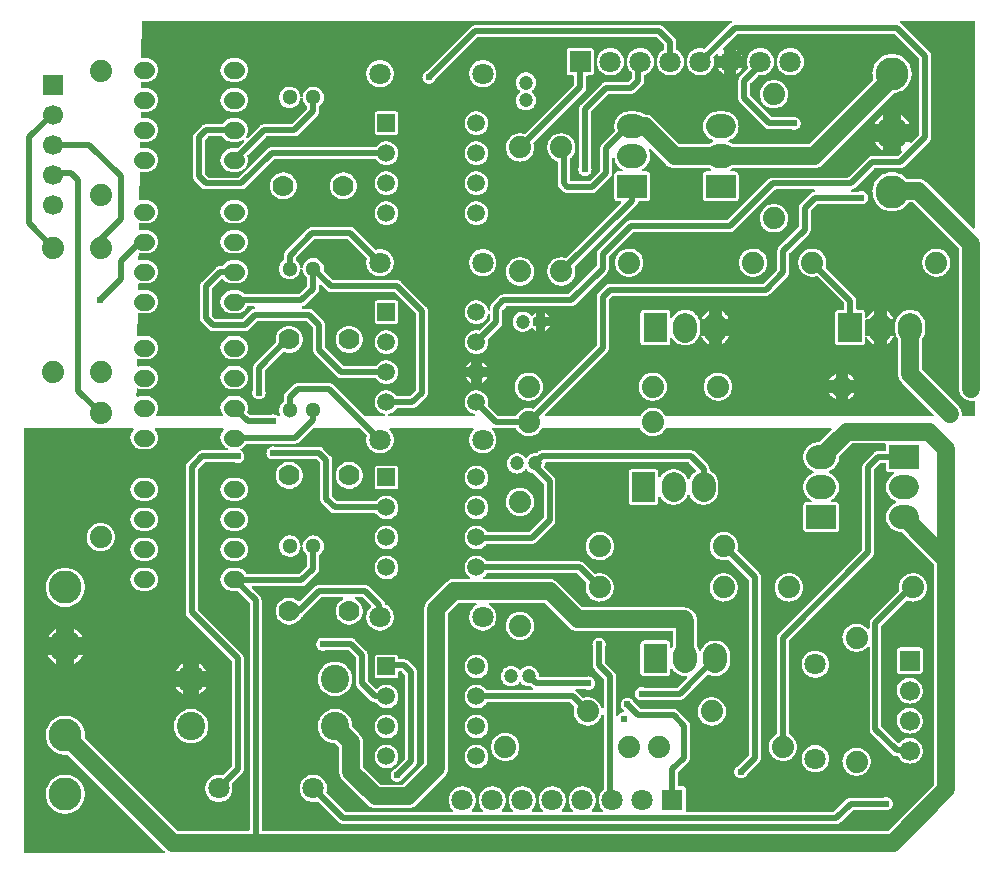
<source format=gtl>
G04 Layer: TopLayer*
G04 EasyEDA v6.4.19.5, 2021-06-18T19:10:14+05:00*
G04 1d45b033f9cb4702a4eeca8037af4c70,30c14f198de7496ba1d595c7c1278fea,10*
G04 Gerber Generator version 0.2*
G04 Scale: 100 percent, Rotated: No, Reflected: No *
G04 Dimensions in millimeters *
G04 leading zeros omitted , absolute positions ,4 integer and 5 decimal *
%FSLAX45Y45*%
%MOMM*%

%ADD11C,1.5000*%
%ADD12C,0.5000*%
%ADD13C,0.6096*%
%ADD14C,1.0000*%
%ADD15C,0.6100*%
%ADD16C,1.8000*%
%ADD17R,1.7000X1.7000*%
%ADD18C,1.7000*%
%ADD19R,1.8000X1.8000*%
%ADD20R,1.5000X1.5000*%
%ADD21C,1.8796*%
%ADD24C,1.2000*%
%ADD25C,1.7780*%
%ADD26C,1.3000*%
%ADD27C,2.4000*%
%ADD28C,2.8001*%
%ADD29C,1.4600*%
%ADD30C,2.0000*%

%LPD*%
G36*
X1176070Y-3500018D02*
G01*
X1171905Y-3499104D01*
X1168450Y-3496564D01*
X1166368Y-3492855D01*
X1166012Y-3488588D01*
X1167384Y-3484575D01*
X1174800Y-3472383D01*
X1180185Y-3460038D01*
X1183792Y-3447084D01*
X1185672Y-3433724D01*
X1185672Y-3420262D01*
X1183792Y-3406952D01*
X1180185Y-3393948D01*
X1174800Y-3381603D01*
X1167841Y-3370122D01*
X1159306Y-3359658D01*
X1149502Y-3350514D01*
X1138478Y-3342741D01*
X1126540Y-3336544D01*
X1113840Y-3332022D01*
X1100683Y-3329279D01*
X1086916Y-3328365D01*
X1051102Y-3328365D01*
X1037336Y-3329279D01*
X1024128Y-3332022D01*
X1016152Y-3334867D01*
X1012342Y-3335426D01*
X1008532Y-3334512D01*
X1005382Y-3332276D01*
X1003300Y-3328974D01*
X1002588Y-3325114D01*
X1003350Y-3274822D01*
X1004163Y-3271062D01*
X1006246Y-3267862D01*
X1009396Y-3265678D01*
X1013155Y-3264814D01*
X1016914Y-3265424D01*
X1024128Y-3267964D01*
X1037336Y-3270707D01*
X1051102Y-3271672D01*
X1086916Y-3271672D01*
X1100683Y-3270707D01*
X1113840Y-3267964D01*
X1126540Y-3263442D01*
X1138478Y-3257296D01*
X1149502Y-3249523D01*
X1159306Y-3240328D01*
X1167841Y-3229864D01*
X1174800Y-3218383D01*
X1180185Y-3206038D01*
X1183792Y-3193084D01*
X1185672Y-3179724D01*
X1185672Y-3166262D01*
X1183792Y-3152952D01*
X1180185Y-3139948D01*
X1174800Y-3127603D01*
X1167841Y-3116122D01*
X1159306Y-3105658D01*
X1149502Y-3096514D01*
X1138478Y-3088741D01*
X1126540Y-3082544D01*
X1113840Y-3078022D01*
X1100683Y-3075279D01*
X1086916Y-3074365D01*
X1051102Y-3074365D01*
X1037336Y-3075279D01*
X1024128Y-3078022D01*
X1019962Y-3079496D01*
X1016152Y-3080105D01*
X1012342Y-3079191D01*
X1009192Y-3076905D01*
X1007110Y-3073603D01*
X1006398Y-3069793D01*
X1007110Y-3022193D01*
X1007922Y-3018434D01*
X1010005Y-3015234D01*
X1013155Y-3013049D01*
X1016914Y-3012186D01*
X1020673Y-3012744D01*
X1024128Y-3013964D01*
X1037336Y-3016707D01*
X1051102Y-3017672D01*
X1086916Y-3017672D01*
X1100683Y-3016707D01*
X1113840Y-3013964D01*
X1126540Y-3009442D01*
X1138478Y-3003296D01*
X1149502Y-2995523D01*
X1159306Y-2986328D01*
X1167841Y-2975864D01*
X1174800Y-2964383D01*
X1180185Y-2952038D01*
X1183792Y-2939084D01*
X1185672Y-2925724D01*
X1185672Y-2912262D01*
X1183792Y-2898952D01*
X1180185Y-2885948D01*
X1174800Y-2873603D01*
X1167841Y-2862122D01*
X1159306Y-2851658D01*
X1149502Y-2842514D01*
X1138478Y-2834741D01*
X1126540Y-2828544D01*
X1113840Y-2824022D01*
X1100683Y-2821279D01*
X1086916Y-2820365D01*
X1051102Y-2820365D01*
X1037336Y-2821279D01*
X1023772Y-2824175D01*
X1019962Y-2824734D01*
X1016152Y-2823819D01*
X1013002Y-2821533D01*
X1010919Y-2818282D01*
X1010208Y-2814421D01*
X1012901Y-2635961D01*
X1013917Y-2631643D01*
X1016711Y-2628188D01*
X1020673Y-2626258D01*
X1025144Y-2626156D01*
X1037336Y-2628696D01*
X1051102Y-2629662D01*
X1086916Y-2629662D01*
X1100683Y-2628696D01*
X1113840Y-2625953D01*
X1126540Y-2621483D01*
X1138478Y-2615285D01*
X1149502Y-2607513D01*
X1159306Y-2598318D01*
X1167841Y-2587853D01*
X1174800Y-2576372D01*
X1180185Y-2564028D01*
X1183792Y-2551074D01*
X1185672Y-2537714D01*
X1185672Y-2524252D01*
X1183792Y-2510942D01*
X1180185Y-2497988D01*
X1174800Y-2485644D01*
X1167841Y-2474112D01*
X1159306Y-2463698D01*
X1149502Y-2454503D01*
X1138478Y-2446731D01*
X1126540Y-2440533D01*
X1113840Y-2436012D01*
X1100683Y-2433269D01*
X1086916Y-2432354D01*
X1051102Y-2432354D01*
X1037336Y-2433269D01*
X1028293Y-2435148D01*
X1023772Y-2435098D01*
X1019708Y-2433066D01*
X1016965Y-2429459D01*
X1016050Y-2425090D01*
X1016660Y-2382774D01*
X1017727Y-2378456D01*
X1020470Y-2375001D01*
X1024483Y-2373020D01*
X1028903Y-2372969D01*
X1037336Y-2374696D01*
X1051102Y-2375662D01*
X1086916Y-2375662D01*
X1100683Y-2374696D01*
X1113840Y-2371953D01*
X1126540Y-2367483D01*
X1138478Y-2361285D01*
X1149502Y-2353513D01*
X1159306Y-2344318D01*
X1167841Y-2333853D01*
X1174800Y-2322372D01*
X1180185Y-2310028D01*
X1183792Y-2297074D01*
X1185672Y-2283714D01*
X1185672Y-2270252D01*
X1183792Y-2256942D01*
X1180185Y-2243988D01*
X1174800Y-2231644D01*
X1167841Y-2220112D01*
X1159306Y-2209698D01*
X1149502Y-2200503D01*
X1138478Y-2192731D01*
X1126540Y-2186533D01*
X1113840Y-2182012D01*
X1100683Y-2179269D01*
X1086916Y-2178354D01*
X1051102Y-2178354D01*
X1037336Y-2179269D01*
X1032052Y-2180386D01*
X1027582Y-2180285D01*
X1023518Y-2178253D01*
X1020775Y-2174697D01*
X1019860Y-2170277D01*
X1020470Y-2129536D01*
X1021486Y-2125218D01*
X1024280Y-2121763D01*
X1028242Y-2119833D01*
X1032662Y-2119731D01*
X1037336Y-2120696D01*
X1051102Y-2121662D01*
X1086916Y-2121662D01*
X1100683Y-2120696D01*
X1113840Y-2117953D01*
X1126540Y-2113483D01*
X1138478Y-2107285D01*
X1149502Y-2099513D01*
X1159306Y-2090318D01*
X1167841Y-2079853D01*
X1174800Y-2068372D01*
X1180185Y-2056028D01*
X1183792Y-2043074D01*
X1185672Y-2029714D01*
X1185672Y-2016252D01*
X1183792Y-2002942D01*
X1180185Y-1989988D01*
X1174800Y-1977643D01*
X1167841Y-1966112D01*
X1159306Y-1955698D01*
X1149502Y-1946503D01*
X1138478Y-1938731D01*
X1126540Y-1932533D01*
X1113840Y-1928012D01*
X1100683Y-1925269D01*
X1086916Y-1924354D01*
X1051102Y-1924354D01*
X1037336Y-1925269D01*
X1035862Y-1925574D01*
X1031341Y-1925523D01*
X1027328Y-1923491D01*
X1024585Y-1919884D01*
X1023670Y-1915515D01*
X1024229Y-1876348D01*
X1025245Y-1872030D01*
X1028039Y-1868576D01*
X1032002Y-1866595D01*
X1037336Y-1866696D01*
X1051102Y-1867662D01*
X1086916Y-1867662D01*
X1100683Y-1866696D01*
X1113840Y-1863953D01*
X1126540Y-1859483D01*
X1138478Y-1853285D01*
X1149502Y-1845513D01*
X1159306Y-1836318D01*
X1167841Y-1825853D01*
X1174800Y-1814372D01*
X1180185Y-1802028D01*
X1183792Y-1789074D01*
X1185672Y-1775714D01*
X1185672Y-1762252D01*
X1183792Y-1748942D01*
X1180185Y-1735988D01*
X1174800Y-1723643D01*
X1167841Y-1712112D01*
X1159306Y-1701698D01*
X1149502Y-1692503D01*
X1138478Y-1684731D01*
X1126540Y-1678533D01*
X1113840Y-1674012D01*
X1100683Y-1671269D01*
X1086916Y-1670354D01*
X1051102Y-1670354D01*
X1038301Y-1671218D01*
X1034186Y-1670659D01*
X1030630Y-1668475D01*
X1028242Y-1665020D01*
X1027430Y-1660956D01*
X1030782Y-1439011D01*
X1031646Y-1434998D01*
X1034034Y-1431645D01*
X1037539Y-1429562D01*
X1041603Y-1429004D01*
X1051102Y-1429664D01*
X1086916Y-1429664D01*
X1100683Y-1428699D01*
X1113840Y-1425956D01*
X1126540Y-1421485D01*
X1138478Y-1415288D01*
X1149502Y-1407515D01*
X1159306Y-1398320D01*
X1167841Y-1387856D01*
X1174800Y-1376375D01*
X1180185Y-1364030D01*
X1183792Y-1351076D01*
X1185672Y-1337716D01*
X1185672Y-1324254D01*
X1183792Y-1310944D01*
X1180185Y-1297990D01*
X1174800Y-1285646D01*
X1167841Y-1274114D01*
X1159306Y-1263700D01*
X1149502Y-1254506D01*
X1138478Y-1246733D01*
X1126540Y-1240536D01*
X1113840Y-1236014D01*
X1100683Y-1233271D01*
X1086916Y-1232357D01*
X1051102Y-1232357D01*
X1044854Y-1232763D01*
X1040688Y-1232204D01*
X1037183Y-1230020D01*
X1034796Y-1226566D01*
X1033983Y-1222502D01*
X1034542Y-1185265D01*
X1035456Y-1181252D01*
X1037844Y-1177899D01*
X1041349Y-1175816D01*
X1045413Y-1175258D01*
X1051102Y-1175664D01*
X1086916Y-1175664D01*
X1100683Y-1174699D01*
X1113840Y-1171956D01*
X1126540Y-1167485D01*
X1138478Y-1161288D01*
X1149502Y-1153515D01*
X1159306Y-1144320D01*
X1167841Y-1133856D01*
X1174800Y-1122375D01*
X1180185Y-1110030D01*
X1183792Y-1097076D01*
X1185672Y-1083716D01*
X1185672Y-1070254D01*
X1183792Y-1056944D01*
X1180185Y-1043990D01*
X1174800Y-1031646D01*
X1167841Y-1020114D01*
X1159306Y-1009700D01*
X1149502Y-1000506D01*
X1138478Y-992733D01*
X1126540Y-986536D01*
X1113840Y-982014D01*
X1100683Y-979271D01*
X1086916Y-978357D01*
X1051102Y-978357D01*
X1048664Y-978509D01*
X1044498Y-977950D01*
X1040942Y-975766D01*
X1038606Y-972312D01*
X1037793Y-968248D01*
X1038352Y-931519D01*
X1039215Y-927506D01*
X1041603Y-924204D01*
X1045108Y-922070D01*
X1049172Y-921512D01*
X1051102Y-921664D01*
X1086916Y-921664D01*
X1100683Y-920699D01*
X1113840Y-917956D01*
X1126540Y-913485D01*
X1138478Y-907287D01*
X1149502Y-899515D01*
X1159306Y-890320D01*
X1167841Y-879856D01*
X1174800Y-868375D01*
X1180185Y-856030D01*
X1183792Y-843076D01*
X1185672Y-829716D01*
X1185672Y-816254D01*
X1183792Y-802944D01*
X1180185Y-789990D01*
X1174800Y-777646D01*
X1167841Y-766114D01*
X1159306Y-755700D01*
X1149502Y-746506D01*
X1138478Y-738733D01*
X1126540Y-732536D01*
X1113840Y-728014D01*
X1100683Y-725271D01*
X1086916Y-724357D01*
X1051763Y-724357D01*
X1047800Y-723544D01*
X1044498Y-721309D01*
X1042314Y-717956D01*
X1041603Y-714044D01*
X1042111Y-677672D01*
X1042924Y-673811D01*
X1045159Y-670560D01*
X1048410Y-668426D01*
X1052271Y-667664D01*
X1086916Y-667664D01*
X1100683Y-666699D01*
X1113840Y-663956D01*
X1126540Y-659485D01*
X1138478Y-653288D01*
X1149502Y-645515D01*
X1159306Y-636320D01*
X1167841Y-625856D01*
X1174800Y-614375D01*
X1180185Y-602030D01*
X1183792Y-589076D01*
X1185672Y-575716D01*
X1185672Y-562254D01*
X1183792Y-548944D01*
X1180185Y-535990D01*
X1174800Y-523646D01*
X1167841Y-512114D01*
X1159306Y-501700D01*
X1149502Y-492506D01*
X1138478Y-484733D01*
X1126540Y-478535D01*
X1113840Y-474014D01*
X1100683Y-471271D01*
X1086916Y-470357D01*
X1055522Y-470357D01*
X1051610Y-469544D01*
X1048308Y-467309D01*
X1046124Y-463956D01*
X1045362Y-460044D01*
X1049832Y-160020D01*
X1050645Y-156159D01*
X1052880Y-152908D01*
X1056132Y-150774D01*
X1059992Y-150012D01*
X6032144Y-150012D01*
X6036259Y-150876D01*
X6039662Y-153314D01*
X6041796Y-156921D01*
X6042253Y-161036D01*
X6041085Y-165049D01*
X6038342Y-168249D01*
X6034430Y-171196D01*
X6031026Y-174345D01*
X5818886Y-386435D01*
X5816041Y-388467D01*
X5812688Y-389382D01*
X5809183Y-389128D01*
X5798667Y-386435D01*
X5784240Y-384606D01*
X5769762Y-384606D01*
X5755335Y-386435D01*
X5741263Y-390042D01*
X5727750Y-395376D01*
X5715050Y-402386D01*
X5703316Y-410921D01*
X5692698Y-420827D01*
X5683453Y-432054D01*
X5675680Y-444296D01*
X5669483Y-457454D01*
X5665012Y-471220D01*
X5662269Y-485495D01*
X5661355Y-500024D01*
X5662269Y-514502D01*
X5665012Y-528777D01*
X5669483Y-542544D01*
X5675680Y-555701D01*
X5683453Y-567944D01*
X5692698Y-579170D01*
X5703316Y-589076D01*
X5715050Y-597611D01*
X5727750Y-604621D01*
X5741263Y-609955D01*
X5755335Y-613562D01*
X5769762Y-615391D01*
X5784240Y-615391D01*
X5798667Y-613562D01*
X5812739Y-609955D01*
X5826252Y-604621D01*
X5838952Y-597611D01*
X5850686Y-589076D01*
X5861304Y-579170D01*
X5870549Y-567944D01*
X5878322Y-555701D01*
X5884519Y-542544D01*
X5888990Y-528777D01*
X5891733Y-514502D01*
X5892647Y-500024D01*
X5891733Y-485495D01*
X5888990Y-471220D01*
X5888075Y-468426D01*
X5887618Y-464718D01*
X5888482Y-461111D01*
X5890564Y-458063D01*
X5911037Y-437642D01*
X5914390Y-435406D01*
X5918352Y-434644D01*
X5922264Y-435508D01*
X5925566Y-437794D01*
X5927699Y-441248D01*
X5928360Y-445211D01*
X5927496Y-448665D01*
X5979668Y-448665D01*
X5979668Y-396189D01*
X5977077Y-397002D01*
X5973013Y-396544D01*
X5969406Y-394512D01*
X5966917Y-391210D01*
X5965952Y-387197D01*
X5966663Y-383133D01*
X5968949Y-379679D01*
X6085027Y-263652D01*
X6088278Y-261416D01*
X6092190Y-260654D01*
X7414818Y-260654D01*
X7418679Y-261416D01*
X7421981Y-263652D01*
X7626350Y-468020D01*
X7628585Y-471322D01*
X7629347Y-475183D01*
X7629347Y-1114806D01*
X7628585Y-1118717D01*
X7626350Y-1122019D01*
X7565694Y-1182624D01*
X7562342Y-1184859D01*
X7558379Y-1185621D01*
X7554417Y-1184757D01*
X7551115Y-1182370D01*
X7548981Y-1178966D01*
X7548575Y-1176375D01*
X7476337Y-1176375D01*
X7476337Y-1248867D01*
X7478522Y-1249172D01*
X7482027Y-1251254D01*
X7484465Y-1254556D01*
X7485380Y-1258519D01*
X7484668Y-1262532D01*
X7482382Y-1265936D01*
X7452004Y-1296365D01*
X7448702Y-1298549D01*
X7444790Y-1299362D01*
X7230211Y-1299362D01*
X7225588Y-1299565D01*
X7221220Y-1300124D01*
X7216902Y-1301089D01*
X7212685Y-1302410D01*
X7208570Y-1304086D01*
X7204659Y-1306118D01*
X7200950Y-1308506D01*
X7197445Y-1311198D01*
X7194042Y-1314348D01*
X7031990Y-1476349D01*
X7028688Y-1478584D01*
X7024827Y-1479346D01*
X6390233Y-1479346D01*
X6385560Y-1479550D01*
X6381191Y-1480108D01*
X6376873Y-1481074D01*
X6372656Y-1482394D01*
X6368592Y-1484122D01*
X6364681Y-1486154D01*
X6360972Y-1488490D01*
X6357467Y-1491183D01*
X6354013Y-1494332D01*
X6011976Y-1836369D01*
X6008674Y-1838553D01*
X6004814Y-1839366D01*
X5190236Y-1839366D01*
X5185562Y-1839569D01*
X5181193Y-1840128D01*
X5176875Y-1841093D01*
X5172659Y-1842414D01*
X5168595Y-1844090D01*
X5164683Y-1846122D01*
X5160924Y-1848510D01*
X5157419Y-1851202D01*
X5154015Y-1854352D01*
X4914341Y-2094026D01*
X4911191Y-2097430D01*
X4908499Y-2100935D01*
X4906162Y-2104694D01*
X4904079Y-2108606D01*
X4902403Y-2112670D01*
X4901082Y-2116886D01*
X4900117Y-2121204D01*
X4899558Y-2125573D01*
X4899355Y-2130196D01*
X4899355Y-2224786D01*
X4898593Y-2228697D01*
X4896358Y-2231999D01*
X4662017Y-2466390D01*
X4658715Y-2468575D01*
X4654804Y-2469337D01*
X4110228Y-2469337D01*
X4105605Y-2469540D01*
X4101185Y-2470150D01*
X4096867Y-2471064D01*
X4092701Y-2472385D01*
X4088587Y-2474112D01*
X4084675Y-2476144D01*
X4080967Y-2478532D01*
X4077462Y-2481224D01*
X4074007Y-2484323D01*
X4014317Y-2544013D01*
X4011218Y-2547467D01*
X4008526Y-2550972D01*
X4006138Y-2554681D01*
X4004106Y-2558592D01*
X4002430Y-2562656D01*
X4001058Y-2566873D01*
X4000144Y-2571191D01*
X3999534Y-2575610D01*
X3999331Y-2580233D01*
X3999331Y-2596184D01*
X3998468Y-2600299D01*
X3995978Y-2603703D01*
X3992270Y-2605836D01*
X3988054Y-2606243D01*
X3984040Y-2604922D01*
X3980942Y-2602077D01*
X3979214Y-2598166D01*
X3978046Y-2592425D01*
X3973626Y-2579725D01*
X3967581Y-2567736D01*
X3959961Y-2556611D01*
X3950970Y-2546654D01*
X3940708Y-2537968D01*
X3929379Y-2530754D01*
X3917187Y-2525115D01*
X3904335Y-2521102D01*
X3891076Y-2518867D01*
X3877614Y-2518410D01*
X3864254Y-2519781D01*
X3851198Y-2522880D01*
X3838651Y-2527706D01*
X3826865Y-2534158D01*
X3816045Y-2542133D01*
X3806342Y-2551480D01*
X3798011Y-2562047D01*
X3791204Y-2573629D01*
X3785920Y-2585974D01*
X3782364Y-2598978D01*
X3780586Y-2612288D01*
X3780586Y-2625699D01*
X3782364Y-2639060D01*
X3785920Y-2652014D01*
X3791204Y-2664409D01*
X3798011Y-2675940D01*
X3806342Y-2686507D01*
X3816045Y-2695854D01*
X3826865Y-2703830D01*
X3838651Y-2710281D01*
X3851198Y-2715107D01*
X3864254Y-2718206D01*
X3877614Y-2719578D01*
X3891076Y-2719120D01*
X3904335Y-2716885D01*
X3917187Y-2712923D01*
X3929379Y-2707233D01*
X3940708Y-2700020D01*
X3950970Y-2691333D01*
X3959961Y-2681376D01*
X3967581Y-2670302D01*
X3973626Y-2658262D01*
X3978046Y-2645562D01*
X3979214Y-2639822D01*
X3980942Y-2635910D01*
X3984040Y-2633065D01*
X3988054Y-2631744D01*
X3992270Y-2632151D01*
X3995978Y-2634284D01*
X3998468Y-2637688D01*
X3999331Y-2641854D01*
X3999331Y-2678785D01*
X3998569Y-2682697D01*
X3996385Y-2685999D01*
X3910533Y-2771800D01*
X3907942Y-2773730D01*
X3904894Y-2774696D01*
X3901643Y-2774645D01*
X3891076Y-2772867D01*
X3877614Y-2772410D01*
X3864254Y-2773781D01*
X3851198Y-2776880D01*
X3838651Y-2781706D01*
X3826865Y-2788158D01*
X3816045Y-2796133D01*
X3806342Y-2805480D01*
X3798011Y-2816047D01*
X3791204Y-2827629D01*
X3785920Y-2839974D01*
X3782364Y-2852978D01*
X3780586Y-2866288D01*
X3780586Y-2879699D01*
X3782364Y-2893060D01*
X3785920Y-2906014D01*
X3791204Y-2918409D01*
X3798011Y-2929940D01*
X3806342Y-2940507D01*
X3816045Y-2949854D01*
X3826865Y-2957830D01*
X3838651Y-2964281D01*
X3851198Y-2969107D01*
X3864254Y-2972206D01*
X3877614Y-2973578D01*
X3891076Y-2973120D01*
X3904335Y-2970885D01*
X3917187Y-2966923D01*
X3929379Y-2961233D01*
X3940708Y-2954020D01*
X3950970Y-2945333D01*
X3959961Y-2935376D01*
X3967581Y-2924302D01*
X3973626Y-2912262D01*
X3978046Y-2899562D01*
X3980738Y-2886405D01*
X3981653Y-2872994D01*
X3980738Y-2859582D01*
X3979316Y-2852724D01*
X3979214Y-2849422D01*
X3980179Y-2846222D01*
X3982110Y-2843530D01*
X4085640Y-2739999D01*
X4088790Y-2736545D01*
X4091482Y-2733040D01*
X4093870Y-2729331D01*
X4095902Y-2725420D01*
X4097578Y-2721305D01*
X4098899Y-2717088D01*
X4099864Y-2712770D01*
X4100474Y-2708402D01*
X4100677Y-2703779D01*
X4100677Y-2605176D01*
X4101439Y-2601315D01*
X4103624Y-2598013D01*
X4128008Y-2573629D01*
X4131310Y-2571445D01*
X4135170Y-2570632D01*
X4679797Y-2570632D01*
X4684420Y-2570429D01*
X4688789Y-2569870D01*
X4693107Y-2568905D01*
X4697323Y-2567584D01*
X4701387Y-2565908D01*
X4705299Y-2563876D01*
X4709058Y-2561488D01*
X4712563Y-2558796D01*
X4715967Y-2555646D01*
X4985664Y-2286000D01*
X4988814Y-2282545D01*
X4991506Y-2279040D01*
X4993843Y-2275332D01*
X4995875Y-2271420D01*
X4997602Y-2267305D01*
X4998923Y-2263089D01*
X4999888Y-2258771D01*
X5000447Y-2254402D01*
X5000650Y-2249779D01*
X5000650Y-2155190D01*
X5001412Y-2151278D01*
X5003647Y-2148027D01*
X5208016Y-1943607D01*
X5211318Y-1941423D01*
X5215178Y-1940661D01*
X6029756Y-1940661D01*
X6034430Y-1940458D01*
X6038799Y-1939848D01*
X6043117Y-1938934D01*
X6047333Y-1937613D01*
X6051397Y-1935886D01*
X6055309Y-1933854D01*
X6059068Y-1931466D01*
X6062573Y-1928774D01*
X6065977Y-1925675D01*
X6408013Y-1583639D01*
X6411315Y-1581404D01*
X6415176Y-1580642D01*
X6736029Y-1580642D01*
X6740093Y-1581505D01*
X6743446Y-1583842D01*
X6745630Y-1587398D01*
X6746189Y-1591462D01*
X6745071Y-1595424D01*
X6742531Y-1598676D01*
X6738874Y-1600555D01*
X6732320Y-1602435D01*
X6728358Y-1604111D01*
X6724446Y-1606143D01*
X6720738Y-1608531D01*
X6717233Y-1611223D01*
X6713829Y-1614322D01*
X6624218Y-1703933D01*
X6621068Y-1707337D01*
X6618376Y-1710842D01*
X6616039Y-1714601D01*
X6613956Y-1718513D01*
X6612280Y-1722577D01*
X6610959Y-1726793D01*
X6609994Y-1731111D01*
X6609435Y-1735480D01*
X6609232Y-1740103D01*
X6609232Y-1894839D01*
X6608470Y-1898700D01*
X6606235Y-1902002D01*
X6444335Y-2064105D01*
X6441236Y-2067509D01*
X6438544Y-2071065D01*
X6436207Y-2074722D01*
X6434124Y-2078685D01*
X6432448Y-2082749D01*
X6431127Y-2087016D01*
X6430162Y-2091283D01*
X6429603Y-2095703D01*
X6429400Y-2100275D01*
X6429400Y-2254707D01*
X6428638Y-2258618D01*
X6426403Y-2261920D01*
X6311950Y-2376373D01*
X6308648Y-2378608D01*
X6304737Y-2379370D01*
X5010099Y-2379370D01*
X5005476Y-2379573D01*
X5001107Y-2380132D01*
X4996789Y-2381097D01*
X4992573Y-2382418D01*
X4988509Y-2384094D01*
X4984597Y-2386177D01*
X4980838Y-2388514D01*
X4977333Y-2391206D01*
X4973929Y-2394356D01*
X4914290Y-2453995D01*
X4911140Y-2457399D01*
X4908448Y-2460904D01*
X4906111Y-2464663D01*
X4904028Y-2468575D01*
X4902352Y-2472639D01*
X4901031Y-2476855D01*
X4900066Y-2481173D01*
X4899507Y-2485542D01*
X4899304Y-2490165D01*
X4899304Y-2899867D01*
X4898542Y-2903778D01*
X4896307Y-2907080D01*
X4370120Y-3433267D01*
X4367174Y-3435350D01*
X4363720Y-3436213D01*
X4360113Y-3435858D01*
X4350613Y-3433165D01*
X4336034Y-3430879D01*
X4321302Y-3430422D01*
X4306671Y-3431794D01*
X4292244Y-3434943D01*
X4278376Y-3439871D01*
X4265168Y-3446424D01*
X4252925Y-3454552D01*
X4241749Y-3464102D01*
X4231792Y-3475024D01*
X4223308Y-3487013D01*
X4219549Y-3493973D01*
X4217314Y-3496818D01*
X4214164Y-3498697D01*
X4210608Y-3499358D01*
X4075176Y-3499358D01*
X4071315Y-3498596D01*
X4068013Y-3496360D01*
X3982110Y-3410458D01*
X3980179Y-3407765D01*
X3979214Y-3404565D01*
X3979316Y-3401263D01*
X3980738Y-3394405D01*
X3981653Y-3380994D01*
X3980738Y-3367582D01*
X3978046Y-3354425D01*
X3973626Y-3341725D01*
X3967581Y-3329736D01*
X3959961Y-3318611D01*
X3950970Y-3308654D01*
X3940708Y-3299968D01*
X3929379Y-3292754D01*
X3917187Y-3287115D01*
X3904335Y-3283102D01*
X3891076Y-3280867D01*
X3877614Y-3280410D01*
X3864254Y-3281781D01*
X3851198Y-3284880D01*
X3838651Y-3289706D01*
X3826865Y-3296158D01*
X3816045Y-3304133D01*
X3806342Y-3313480D01*
X3798011Y-3324047D01*
X3791204Y-3335629D01*
X3785920Y-3347974D01*
X3782364Y-3360978D01*
X3780586Y-3374288D01*
X3780586Y-3387699D01*
X3782364Y-3401060D01*
X3785920Y-3414014D01*
X3791204Y-3426409D01*
X3798011Y-3437940D01*
X3806342Y-3448507D01*
X3816045Y-3457854D01*
X3826865Y-3465829D01*
X3838651Y-3472281D01*
X3851198Y-3477107D01*
X3863136Y-3479952D01*
X3866896Y-3481730D01*
X3869639Y-3484930D01*
X3870909Y-3488944D01*
X3870401Y-3493058D01*
X3868267Y-3496716D01*
X3864864Y-3499154D01*
X3860749Y-3500018D01*
X3138474Y-3500018D01*
X3134309Y-3499104D01*
X3130854Y-3496564D01*
X3128772Y-3492804D01*
X3128416Y-3488537D01*
X3129838Y-3484473D01*
X3132836Y-3481425D01*
X3136798Y-3479800D01*
X3142335Y-3478885D01*
X3155188Y-3474923D01*
X3167380Y-3469233D01*
X3178708Y-3462020D01*
X3188970Y-3453333D01*
X3197961Y-3443376D01*
X3202990Y-3436061D01*
X3205226Y-3433724D01*
X3208121Y-3432200D01*
X3211372Y-3431641D01*
X3338779Y-3431641D01*
X3343401Y-3431438D01*
X3347770Y-3430879D01*
X3352088Y-3429914D01*
X3356305Y-3428593D01*
X3360420Y-3426917D01*
X3364331Y-3424834D01*
X3368040Y-3422497D01*
X3371545Y-3419805D01*
X3374948Y-3416655D01*
X3455670Y-3335985D01*
X3458768Y-3332530D01*
X3461461Y-3329025D01*
X3463848Y-3325317D01*
X3465880Y-3321405D01*
X3467608Y-3317341D01*
X3468928Y-3313125D01*
X3469894Y-3308807D01*
X3470452Y-3304387D01*
X3470656Y-3299764D01*
X3470656Y-2610205D01*
X3470452Y-2605582D01*
X3469894Y-2601214D01*
X3468928Y-2596896D01*
X3467608Y-2592679D01*
X3465880Y-2588615D01*
X3463848Y-2584653D01*
X3461461Y-2580944D01*
X3458768Y-2577439D01*
X3455670Y-2574036D01*
X3245967Y-2364333D01*
X3242564Y-2361184D01*
X3239058Y-2358491D01*
X3235299Y-2356154D01*
X3231388Y-2354122D01*
X3227324Y-2352395D01*
X3223107Y-2351074D01*
X3218789Y-2350109D01*
X3214420Y-2349550D01*
X3209798Y-2349347D01*
X2675178Y-2349347D01*
X2671318Y-2348585D01*
X2668016Y-2346350D01*
X2592679Y-2271014D01*
X2590342Y-2267407D01*
X2589733Y-2263140D01*
X2590647Y-2249982D01*
X2589733Y-2237384D01*
X2587142Y-2225040D01*
X2582773Y-2213152D01*
X2576880Y-2201976D01*
X2569413Y-2191766D01*
X2560624Y-2182672D01*
X2550668Y-2174849D01*
X2539746Y-2168550D01*
X2528011Y-2163826D01*
X2515717Y-2160727D01*
X2503170Y-2159406D01*
X2490520Y-2159863D01*
X2478074Y-2162048D01*
X2466035Y-2165959D01*
X2454706Y-2171496D01*
X2444191Y-2178558D01*
X2434793Y-2187041D01*
X2426665Y-2196744D01*
X2419959Y-2207463D01*
X2414828Y-2218994D01*
X2411374Y-2231136D01*
X2410104Y-2240127D01*
X2408631Y-2244140D01*
X2405684Y-2247138D01*
X2401773Y-2248763D01*
X2397556Y-2248611D01*
X2393746Y-2246731D01*
X2391054Y-2243480D01*
X2389886Y-2239467D01*
X2389733Y-2237384D01*
X2387142Y-2225040D01*
X2382774Y-2213152D01*
X2376881Y-2201976D01*
X2369413Y-2191766D01*
X2360625Y-2182672D01*
X2354580Y-2177897D01*
X2352446Y-2175662D01*
X2351125Y-2172919D01*
X2350668Y-2169871D01*
X2350668Y-2165197D01*
X2351430Y-2161286D01*
X2353614Y-2157984D01*
X2507996Y-2003653D01*
X2511298Y-2001418D01*
X2515209Y-2000656D01*
X2789783Y-2000656D01*
X2793695Y-2001418D01*
X2796997Y-2003653D01*
X2951429Y-2158085D01*
X2953512Y-2161133D01*
X2954426Y-2164740D01*
X2953918Y-2168398D01*
X2953004Y-2171242D01*
X2950260Y-2185517D01*
X2949346Y-2199995D01*
X2950260Y-2214473D01*
X2953004Y-2228748D01*
X2957474Y-2242566D01*
X2963672Y-2255723D01*
X2971444Y-2267966D01*
X2980690Y-2279142D01*
X2991307Y-2289098D01*
X3003042Y-2297633D01*
X3015742Y-2304643D01*
X3029254Y-2309977D01*
X3043326Y-2313584D01*
X3057753Y-2315413D01*
X3072231Y-2315413D01*
X3086658Y-2313584D01*
X3100730Y-2309977D01*
X3114243Y-2304643D01*
X3126943Y-2297633D01*
X3138678Y-2289098D01*
X3149295Y-2279142D01*
X3158540Y-2267966D01*
X3166313Y-2255723D01*
X3172510Y-2242566D01*
X3176981Y-2228748D01*
X3179724Y-2214473D01*
X3180638Y-2199995D01*
X3179724Y-2185517D01*
X3176981Y-2171242D01*
X3172510Y-2157425D01*
X3166313Y-2144318D01*
X3158540Y-2132025D01*
X3149295Y-2120849D01*
X3138678Y-2110892D01*
X3126943Y-2102358D01*
X3114243Y-2095347D01*
X3100730Y-2090013D01*
X3086658Y-2086406D01*
X3072231Y-2084578D01*
X3057753Y-2084578D01*
X3043326Y-2086406D01*
X3032810Y-2089099D01*
X3029305Y-2089404D01*
X3025952Y-2088489D01*
X3023108Y-2086457D01*
X2850997Y-1914347D01*
X2847543Y-1911197D01*
X2844038Y-1908505D01*
X2840329Y-1906117D01*
X2836418Y-1904085D01*
X2832303Y-1902409D01*
X2828086Y-1901088D01*
X2823768Y-1900123D01*
X2819400Y-1899564D01*
X2814777Y-1899361D01*
X2490216Y-1899361D01*
X2485593Y-1899564D01*
X2481224Y-1900123D01*
X2476906Y-1901088D01*
X2472690Y-1902409D01*
X2468575Y-1904085D01*
X2464663Y-1906117D01*
X2460955Y-1908505D01*
X2457450Y-1911197D01*
X2454046Y-1914347D01*
X2264359Y-2104034D01*
X2261209Y-2107438D01*
X2258517Y-2110943D01*
X2256129Y-2114651D01*
X2254097Y-2118614D01*
X2252421Y-2122678D01*
X2251100Y-2126894D01*
X2250135Y-2131212D01*
X2249525Y-2135581D01*
X2249322Y-2140204D01*
X2249322Y-2169718D01*
X2248814Y-2172970D01*
X2247290Y-2175865D01*
X2234793Y-2187041D01*
X2226665Y-2196744D01*
X2219960Y-2207463D01*
X2214829Y-2218994D01*
X2211374Y-2231136D01*
X2209596Y-2243683D01*
X2209596Y-2256332D01*
X2211374Y-2268829D01*
X2214829Y-2280970D01*
X2219960Y-2292553D01*
X2226665Y-2303272D01*
X2234793Y-2312974D01*
X2244191Y-2321407D01*
X2254707Y-2328468D01*
X2266035Y-2334006D01*
X2278075Y-2337917D01*
X2290521Y-2340152D01*
X2303170Y-2340559D01*
X2315718Y-2339238D01*
X2328011Y-2336190D01*
X2339746Y-2331466D01*
X2350668Y-2325116D01*
X2360625Y-2317343D01*
X2369413Y-2308250D01*
X2376881Y-2298039D01*
X2382774Y-2286863D01*
X2387142Y-2274976D01*
X2389733Y-2262632D01*
X2389886Y-2260549D01*
X2391054Y-2256485D01*
X2393746Y-2253234D01*
X2397556Y-2251405D01*
X2401773Y-2251252D01*
X2405684Y-2252827D01*
X2408631Y-2255875D01*
X2410104Y-2259838D01*
X2411374Y-2268829D01*
X2414828Y-2280970D01*
X2419959Y-2292553D01*
X2426665Y-2303272D01*
X2434793Y-2312974D01*
X2447290Y-2324100D01*
X2448814Y-2327046D01*
X2449322Y-2330297D01*
X2449322Y-2394813D01*
X2448560Y-2398674D01*
X2446375Y-2401976D01*
X2382012Y-2466390D01*
X2378710Y-2468575D01*
X2374798Y-2469337D01*
X1930755Y-2469337D01*
X1926386Y-2468372D01*
X1922881Y-2465578D01*
X1921306Y-2463698D01*
X1911502Y-2454503D01*
X1900478Y-2446731D01*
X1888540Y-2440533D01*
X1875840Y-2436012D01*
X1862683Y-2433269D01*
X1848916Y-2432354D01*
X1813102Y-2432354D01*
X1799336Y-2433269D01*
X1786128Y-2436012D01*
X1773478Y-2440533D01*
X1761489Y-2446731D01*
X1750517Y-2454503D01*
X1740662Y-2463698D01*
X1732178Y-2474112D01*
X1725168Y-2485644D01*
X1719834Y-2497988D01*
X1716176Y-2510942D01*
X1714347Y-2524252D01*
X1714347Y-2537714D01*
X1716176Y-2551074D01*
X1719834Y-2564028D01*
X1725168Y-2576372D01*
X1732178Y-2587853D01*
X1740662Y-2598318D01*
X1750517Y-2607513D01*
X1761489Y-2615285D01*
X1773478Y-2621483D01*
X1786128Y-2625953D01*
X1799336Y-2628696D01*
X1813102Y-2629662D01*
X1848916Y-2629662D01*
X1862683Y-2628696D01*
X1875840Y-2625953D01*
X1888540Y-2621483D01*
X1900478Y-2615285D01*
X1911502Y-2607513D01*
X1921306Y-2598318D01*
X1929841Y-2587904D01*
X1937257Y-2575560D01*
X1939543Y-2572918D01*
X1942541Y-2571242D01*
X1945995Y-2570632D01*
X1996236Y-2570632D01*
X2000300Y-2571496D01*
X2003653Y-2573883D01*
X2005838Y-2577388D01*
X2006396Y-2581452D01*
X2005330Y-2585415D01*
X2002739Y-2588666D01*
X1999081Y-2590596D01*
X1992579Y-2592476D01*
X1988616Y-2594102D01*
X1984654Y-2596134D01*
X1980946Y-2598521D01*
X1977440Y-2601214D01*
X1974037Y-2604363D01*
X1902002Y-2676347D01*
X1898700Y-2678582D01*
X1894789Y-2679344D01*
X1675180Y-2679344D01*
X1671320Y-2678582D01*
X1668018Y-2676347D01*
X1643634Y-2652014D01*
X1641449Y-2648712D01*
X1640636Y-2644800D01*
X1640636Y-2425192D01*
X1641449Y-2421280D01*
X1643634Y-2418029D01*
X1722221Y-2339390D01*
X1725777Y-2337104D01*
X1729943Y-2336444D01*
X1734007Y-2337511D01*
X1737309Y-2340152D01*
X1740662Y-2344318D01*
X1750517Y-2353513D01*
X1761489Y-2361285D01*
X1773478Y-2367483D01*
X1786128Y-2371953D01*
X1799336Y-2374696D01*
X1813102Y-2375662D01*
X1848916Y-2375662D01*
X1862683Y-2374696D01*
X1875840Y-2371953D01*
X1888540Y-2367483D01*
X1900478Y-2361285D01*
X1911502Y-2353513D01*
X1921306Y-2344318D01*
X1929841Y-2333853D01*
X1936800Y-2322372D01*
X1942185Y-2310028D01*
X1945792Y-2297074D01*
X1947672Y-2283714D01*
X1947672Y-2270252D01*
X1945792Y-2256942D01*
X1942185Y-2243988D01*
X1936800Y-2231644D01*
X1929841Y-2220112D01*
X1921306Y-2209698D01*
X1911502Y-2200503D01*
X1900478Y-2192731D01*
X1888540Y-2186533D01*
X1875840Y-2182012D01*
X1862683Y-2179269D01*
X1848916Y-2178354D01*
X1813102Y-2178354D01*
X1799336Y-2179269D01*
X1786128Y-2182012D01*
X1773478Y-2186533D01*
X1761489Y-2192731D01*
X1750517Y-2200503D01*
X1740662Y-2209698D01*
X1732178Y-2220112D01*
X1729536Y-2224481D01*
X1727250Y-2227072D01*
X1724253Y-2228748D01*
X1720850Y-2229358D01*
X1710232Y-2229358D01*
X1705610Y-2229561D01*
X1701190Y-2230120D01*
X1696872Y-2231085D01*
X1692656Y-2232406D01*
X1688592Y-2234082D01*
X1684680Y-2236165D01*
X1680972Y-2238502D01*
X1677466Y-2241194D01*
X1674012Y-2244344D01*
X1554327Y-2364028D01*
X1551228Y-2367432D01*
X1548536Y-2370937D01*
X1546148Y-2374696D01*
X1544116Y-2378608D01*
X1542389Y-2382672D01*
X1541068Y-2386888D01*
X1540103Y-2391206D01*
X1539544Y-2395575D01*
X1539341Y-2400198D01*
X1539341Y-2669794D01*
X1539544Y-2674416D01*
X1540103Y-2678785D01*
X1541068Y-2683103D01*
X1542389Y-2687320D01*
X1544116Y-2691384D01*
X1546148Y-2695346D01*
X1548536Y-2699054D01*
X1551228Y-2702560D01*
X1554327Y-2705963D01*
X1614017Y-2765653D01*
X1617421Y-2768803D01*
X1620926Y-2771495D01*
X1624685Y-2773883D01*
X1628597Y-2775915D01*
X1632661Y-2777591D01*
X1636877Y-2778912D01*
X1641195Y-2779877D01*
X1645564Y-2780436D01*
X1650238Y-2780639D01*
X1919782Y-2780639D01*
X1924405Y-2780436D01*
X1928774Y-2779877D01*
X1933092Y-2778912D01*
X1937308Y-2777591D01*
X1941423Y-2775915D01*
X1945335Y-2773883D01*
X1949043Y-2771495D01*
X1952548Y-2768803D01*
X1955952Y-2765653D01*
X2027986Y-2693619D01*
X2031288Y-2691434D01*
X2035200Y-2690672D01*
X2434793Y-2690672D01*
X2438704Y-2691434D01*
X2442006Y-2693619D01*
X2496362Y-2748026D01*
X2498547Y-2751277D01*
X2499360Y-2755188D01*
X2499360Y-2939796D01*
X2499563Y-2944418D01*
X2500122Y-2948787D01*
X2501087Y-2953105D01*
X2502408Y-2957322D01*
X2504084Y-2961386D01*
X2506116Y-2965297D01*
X2508504Y-2969056D01*
X2511196Y-2972562D01*
X2514346Y-2975965D01*
X2701036Y-3162655D01*
X2704439Y-3165805D01*
X2707944Y-3168497D01*
X2711653Y-3170834D01*
X2715615Y-3172917D01*
X2719679Y-3174593D01*
X2723896Y-3175914D01*
X2728214Y-3176879D01*
X2732582Y-3177438D01*
X2737205Y-3177641D01*
X3026511Y-3177641D01*
X3029966Y-3178251D01*
X3032963Y-3179978D01*
X3044342Y-3194507D01*
X3054045Y-3203854D01*
X3064865Y-3211830D01*
X3076651Y-3218281D01*
X3089198Y-3223107D01*
X3102254Y-3226206D01*
X3115614Y-3227578D01*
X3129076Y-3227120D01*
X3142335Y-3224885D01*
X3155188Y-3220923D01*
X3167380Y-3215233D01*
X3178708Y-3208020D01*
X3188970Y-3199333D01*
X3197961Y-3189376D01*
X3205581Y-3178302D01*
X3211626Y-3166262D01*
X3216046Y-3153562D01*
X3218738Y-3140405D01*
X3219653Y-3126994D01*
X3218738Y-3113582D01*
X3216046Y-3100425D01*
X3211626Y-3087725D01*
X3205581Y-3075736D01*
X3197961Y-3064611D01*
X3188970Y-3054654D01*
X3178708Y-3045968D01*
X3167380Y-3038754D01*
X3155188Y-3033115D01*
X3142335Y-3029102D01*
X3129076Y-3026867D01*
X3115614Y-3026410D01*
X3102254Y-3027781D01*
X3089198Y-3030880D01*
X3076651Y-3035706D01*
X3064865Y-3042158D01*
X3054045Y-3050133D01*
X3044342Y-3059480D01*
X3032963Y-3074009D01*
X3029966Y-3075736D01*
X3026511Y-3076346D01*
X2762199Y-3076346D01*
X2758287Y-3075584D01*
X2754985Y-3073349D01*
X2603652Y-2922016D01*
X2601417Y-2918714D01*
X2600655Y-2914802D01*
X2600655Y-2730246D01*
X2600452Y-2725572D01*
X2599893Y-2721203D01*
X2598928Y-2716885D01*
X2597607Y-2712669D01*
X2595880Y-2708605D01*
X2593848Y-2704693D01*
X2591460Y-2700934D01*
X2588818Y-2697429D01*
X2585669Y-2694025D01*
X2495956Y-2604363D01*
X2492552Y-2601214D01*
X2489047Y-2598521D01*
X2485339Y-2596134D01*
X2481427Y-2594102D01*
X2477312Y-2592425D01*
X2473096Y-2591104D01*
X2468778Y-2590139D01*
X2464409Y-2589530D01*
X2459786Y-2589326D01*
X2413762Y-2589326D01*
X2409698Y-2588514D01*
X2406345Y-2586126D01*
X2404160Y-2582621D01*
X2403602Y-2578557D01*
X2404668Y-2574544D01*
X2407259Y-2571343D01*
X2410917Y-2569413D01*
X2417419Y-2567533D01*
X2421382Y-2565908D01*
X2425344Y-2563876D01*
X2429052Y-2561488D01*
X2432558Y-2558796D01*
X2435961Y-2555646D01*
X2535682Y-2455976D01*
X2538780Y-2452573D01*
X2541473Y-2449068D01*
X2543860Y-2445308D01*
X2545892Y-2441397D01*
X2547569Y-2437333D01*
X2548940Y-2433116D01*
X2549855Y-2428798D01*
X2550464Y-2424430D01*
X2550668Y-2419756D01*
X2550668Y-2396794D01*
X2551430Y-2392934D01*
X2553614Y-2389632D01*
X2556916Y-2387447D01*
X2560828Y-2386634D01*
X2564688Y-2387447D01*
X2567990Y-2389632D01*
X2614015Y-2435656D01*
X2617470Y-2438806D01*
X2620975Y-2441498D01*
X2624683Y-2443835D01*
X2628595Y-2445918D01*
X2632659Y-2447594D01*
X2636875Y-2448915D01*
X2641193Y-2449880D01*
X2645613Y-2450439D01*
X2650236Y-2450642D01*
X3184804Y-2450642D01*
X3188716Y-2451404D01*
X3192018Y-2453640D01*
X3366363Y-2627985D01*
X3368548Y-2631287D01*
X3369360Y-2635199D01*
X3369360Y-3274822D01*
X3368548Y-3278682D01*
X3366363Y-3281984D01*
X3320999Y-3327349D01*
X3317697Y-3329584D01*
X3313785Y-3330346D01*
X3211372Y-3330346D01*
X3208121Y-3329838D01*
X3205226Y-3328314D01*
X3202990Y-3325926D01*
X3197961Y-3318611D01*
X3188970Y-3308654D01*
X3178708Y-3299968D01*
X3167380Y-3292754D01*
X3155188Y-3287115D01*
X3142335Y-3283102D01*
X3129076Y-3280867D01*
X3115614Y-3280410D01*
X3102254Y-3281781D01*
X3089198Y-3284880D01*
X3076651Y-3289706D01*
X3064865Y-3296158D01*
X3054045Y-3304133D01*
X3044342Y-3313480D01*
X3036011Y-3324047D01*
X3029204Y-3335629D01*
X3023920Y-3347974D01*
X3020364Y-3360978D01*
X3018586Y-3374288D01*
X3018586Y-3387699D01*
X3020364Y-3401060D01*
X3023920Y-3414014D01*
X3029204Y-3426409D01*
X3036011Y-3437940D01*
X3044342Y-3448507D01*
X3054045Y-3457854D01*
X3064865Y-3465829D01*
X3076651Y-3472281D01*
X3089198Y-3477107D01*
X3101136Y-3479952D01*
X3104896Y-3481730D01*
X3107639Y-3484930D01*
X3108909Y-3488944D01*
X3108401Y-3493058D01*
X3106267Y-3496716D01*
X3102864Y-3499154D01*
X3098749Y-3500018D01*
X2940862Y-3500018D01*
X2936951Y-3499205D01*
X2933649Y-3497021D01*
X2670962Y-3234334D01*
X2667558Y-3231184D01*
X2664053Y-3228492D01*
X2660345Y-3226155D01*
X2656382Y-3224123D01*
X2652318Y-3222396D01*
X2648102Y-3221075D01*
X2643784Y-3220110D01*
X2639415Y-3219551D01*
X2634792Y-3219348D01*
X2370226Y-3219348D01*
X2365603Y-3219551D01*
X2361184Y-3220110D01*
X2356916Y-3221075D01*
X2352700Y-3222396D01*
X2348585Y-3224123D01*
X2344674Y-3226155D01*
X2340965Y-3228492D01*
X2337460Y-3231184D01*
X2334006Y-3234334D01*
X2264359Y-3304032D01*
X2261209Y-3307435D01*
X2258517Y-3310940D01*
X2256129Y-3314700D01*
X2254097Y-3318611D01*
X2252421Y-3322675D01*
X2251100Y-3326892D01*
X2250135Y-3331210D01*
X2249525Y-3335578D01*
X2249322Y-3340201D01*
X2249322Y-3369716D01*
X2248814Y-3372967D01*
X2247290Y-3375863D01*
X2234793Y-3387039D01*
X2226665Y-3396742D01*
X2219960Y-3407460D01*
X2214829Y-3418992D01*
X2211374Y-3431133D01*
X2209596Y-3443681D01*
X2209596Y-3456330D01*
X2211374Y-3468827D01*
X2214829Y-3481019D01*
X2216912Y-3485692D01*
X2217826Y-3489604D01*
X2217115Y-3493566D01*
X2214930Y-3496970D01*
X2211578Y-3499205D01*
X2207666Y-3500018D01*
X2203246Y-3500018D01*
X2199386Y-3499205D01*
X2188057Y-3491382D01*
X2179167Y-3487267D01*
X2169718Y-3484727D01*
X2160016Y-3483864D01*
X2150262Y-3484727D01*
X2140813Y-3487267D01*
X2138375Y-3488385D01*
X2134108Y-3489350D01*
X1969211Y-3489350D01*
X1965299Y-3488588D01*
X1961997Y-3486353D01*
X1944979Y-3469335D01*
X1942896Y-3466388D01*
X1942033Y-3462934D01*
X1942338Y-3459378D01*
X1945792Y-3447084D01*
X1947672Y-3433724D01*
X1947672Y-3420262D01*
X1945792Y-3406952D01*
X1942185Y-3393948D01*
X1936800Y-3381603D01*
X1929841Y-3370122D01*
X1921306Y-3359658D01*
X1911502Y-3350514D01*
X1900478Y-3342741D01*
X1888540Y-3336544D01*
X1875840Y-3332022D01*
X1862683Y-3329279D01*
X1848916Y-3328365D01*
X1813102Y-3328365D01*
X1799336Y-3329279D01*
X1786128Y-3332022D01*
X1773478Y-3336544D01*
X1761489Y-3342741D01*
X1750517Y-3350514D01*
X1740662Y-3359658D01*
X1732178Y-3370122D01*
X1725168Y-3381603D01*
X1719834Y-3393948D01*
X1716176Y-3406952D01*
X1714347Y-3420262D01*
X1714347Y-3433724D01*
X1716176Y-3447084D01*
X1719834Y-3460038D01*
X1725168Y-3472383D01*
X1732584Y-3484575D01*
X1734007Y-3488588D01*
X1733651Y-3492855D01*
X1731518Y-3496564D01*
X1728114Y-3499104D01*
X1723948Y-3500018D01*
G37*

%LPC*%
G36*
X4321302Y-3369564D02*
G01*
X4336034Y-3369106D01*
X4350613Y-3366871D01*
X4364736Y-3362807D01*
X4378299Y-3357067D01*
X4391050Y-3349701D01*
X4402836Y-3340862D01*
X4413402Y-3330600D01*
X4422648Y-3319119D01*
X4430369Y-3306572D01*
X4436516Y-3293211D01*
X4440986Y-3279190D01*
X4443730Y-3264712D01*
X4444593Y-3249980D01*
X4443730Y-3235299D01*
X4440986Y-3220821D01*
X4436516Y-3206800D01*
X4430369Y-3193389D01*
X4422648Y-3180892D01*
X4413402Y-3169412D01*
X4402836Y-3159150D01*
X4391050Y-3150311D01*
X4378299Y-3142945D01*
X4364736Y-3137204D01*
X4350613Y-3133140D01*
X4336034Y-3130905D01*
X4321302Y-3130448D01*
X4306671Y-3131820D01*
X4292244Y-3134969D01*
X4278376Y-3139846D01*
X4265168Y-3146399D01*
X4252925Y-3154527D01*
X4241749Y-3164128D01*
X4231792Y-3175000D01*
X4223308Y-3187039D01*
X4216349Y-3199993D01*
X4211015Y-3213760D01*
X4207408Y-3228035D01*
X4205630Y-3242614D01*
X4205630Y-3257346D01*
X4207408Y-3271977D01*
X4211015Y-3286251D01*
X4216349Y-3300018D01*
X4223308Y-3312972D01*
X4231792Y-3325012D01*
X4241749Y-3335883D01*
X4252925Y-3345434D01*
X4265168Y-3353612D01*
X4278376Y-3360165D01*
X4292244Y-3365042D01*
X4306671Y-3368192D01*
G37*
G36*
X2039975Y-3356101D02*
G01*
X2049729Y-3355238D01*
X2059178Y-3352749D01*
X2068068Y-3348583D01*
X2076043Y-3342995D01*
X2083003Y-3336086D01*
X2088591Y-3328060D01*
X2092706Y-3319170D01*
X2095246Y-3309721D01*
X2096109Y-3300018D01*
X2095246Y-3290265D01*
X2092706Y-3280816D01*
X2091588Y-3278378D01*
X2090674Y-3274110D01*
X2090674Y-3115208D01*
X2091436Y-3111296D01*
X2093620Y-3107994D01*
X2243074Y-2958592D01*
X2246325Y-2956407D01*
X2250135Y-2955594D01*
X2253996Y-2956306D01*
X2260600Y-2958947D01*
X2274519Y-2962503D01*
X2288794Y-2964332D01*
X2303170Y-2964332D01*
X2317445Y-2962503D01*
X2331415Y-2958947D01*
X2344775Y-2953613D01*
X2357374Y-2946704D01*
X2369007Y-2938272D01*
X2379472Y-2928416D01*
X2388666Y-2917342D01*
X2396388Y-2905201D01*
X2402484Y-2892145D01*
X2406954Y-2878480D01*
X2409647Y-2864358D01*
X2410510Y-2849981D01*
X2409647Y-2835656D01*
X2406954Y-2821533D01*
X2402484Y-2807817D01*
X2396388Y-2794812D01*
X2388666Y-2782671D01*
X2379472Y-2771597D01*
X2369007Y-2761742D01*
X2357374Y-2753309D01*
X2344775Y-2746349D01*
X2331415Y-2741066D01*
X2317445Y-2737510D01*
X2303170Y-2735681D01*
X2288794Y-2735681D01*
X2274519Y-2737510D01*
X2260600Y-2741066D01*
X2247239Y-2746349D01*
X2234641Y-2753309D01*
X2223008Y-2761742D01*
X2212492Y-2771597D01*
X2203348Y-2782671D01*
X2195626Y-2794812D01*
X2189530Y-2807817D01*
X2185060Y-2821533D01*
X2182368Y-2835656D01*
X2181453Y-2849981D01*
X2182368Y-2864358D01*
X2183231Y-2868828D01*
X2183333Y-2872130D01*
X2182368Y-2875280D01*
X2180437Y-2877921D01*
X2004314Y-3054045D01*
X2001215Y-3057448D01*
X1998522Y-3060954D01*
X1996135Y-3064662D01*
X1994103Y-3068574D01*
X1992426Y-3072688D01*
X1991055Y-3076905D01*
X1990140Y-3081223D01*
X1989531Y-3085592D01*
X1989328Y-3090214D01*
X1989328Y-3274110D01*
X1988413Y-3278378D01*
X1987245Y-3280816D01*
X1984756Y-3290265D01*
X1983892Y-3300018D01*
X1984756Y-3309721D01*
X1987245Y-3319170D01*
X1991410Y-3328060D01*
X1996998Y-3336086D01*
X2003907Y-3342995D01*
X2011934Y-3348583D01*
X2020824Y-3352749D01*
X2030272Y-3355238D01*
G37*
G36*
X1813102Y-3271672D02*
G01*
X1848916Y-3271672D01*
X1862683Y-3270707D01*
X1875840Y-3267964D01*
X1888540Y-3263442D01*
X1900478Y-3257296D01*
X1911502Y-3249523D01*
X1921306Y-3240328D01*
X1929841Y-3229864D01*
X1936800Y-3218383D01*
X1942185Y-3206038D01*
X1945792Y-3193084D01*
X1947672Y-3179724D01*
X1947672Y-3166262D01*
X1945792Y-3152952D01*
X1942185Y-3139948D01*
X1936800Y-3127603D01*
X1929841Y-3116122D01*
X1921306Y-3105658D01*
X1911502Y-3096514D01*
X1900478Y-3088741D01*
X1888540Y-3082544D01*
X1875840Y-3078022D01*
X1862683Y-3075279D01*
X1848916Y-3074365D01*
X1813102Y-3074365D01*
X1799336Y-3075279D01*
X1786128Y-3078022D01*
X1773478Y-3082544D01*
X1761489Y-3088741D01*
X1750517Y-3096514D01*
X1740662Y-3105658D01*
X1732178Y-3116122D01*
X1725168Y-3127603D01*
X1719834Y-3139948D01*
X1716176Y-3152952D01*
X1714347Y-3166262D01*
X1714347Y-3179724D01*
X1716176Y-3193084D01*
X1719834Y-3206038D01*
X1725168Y-3218383D01*
X1732178Y-3229864D01*
X1740662Y-3240328D01*
X1750517Y-3249523D01*
X1761489Y-3257296D01*
X1773478Y-3263442D01*
X1786128Y-3267964D01*
X1799336Y-3270707D01*
G37*
G36*
X3837127Y-3217468D02*
G01*
X3837127Y-3170834D01*
X3790543Y-3170834D01*
X3791204Y-3172409D01*
X3798011Y-3183940D01*
X3806342Y-3194507D01*
X3816045Y-3203854D01*
X3826865Y-3211830D01*
G37*
G36*
X3924858Y-3217316D02*
G01*
X3929379Y-3215233D01*
X3940708Y-3208020D01*
X3950970Y-3199333D01*
X3959961Y-3189376D01*
X3967581Y-3178302D01*
X3971340Y-3170834D01*
X3924858Y-3170834D01*
G37*
G36*
X3924858Y-3083153D02*
G01*
X3971340Y-3083153D01*
X3967581Y-3075736D01*
X3959961Y-3064611D01*
X3950970Y-3054654D01*
X3940708Y-3045968D01*
X3929379Y-3038754D01*
X3924858Y-3036671D01*
G37*
G36*
X3790543Y-3083153D02*
G01*
X3837127Y-3083153D01*
X3837127Y-3036519D01*
X3826865Y-3042158D01*
X3816045Y-3050133D01*
X3806342Y-3059480D01*
X3798011Y-3070047D01*
X3791204Y-3081629D01*
G37*
G36*
X1813102Y-3017672D02*
G01*
X1848916Y-3017672D01*
X1862683Y-3016707D01*
X1875840Y-3013964D01*
X1888540Y-3009442D01*
X1900478Y-3003296D01*
X1911502Y-2995523D01*
X1921306Y-2986328D01*
X1929841Y-2975864D01*
X1936800Y-2964383D01*
X1942185Y-2952038D01*
X1945792Y-2939084D01*
X1947672Y-2925724D01*
X1947672Y-2912262D01*
X1945792Y-2898952D01*
X1942185Y-2885948D01*
X1936800Y-2873603D01*
X1929841Y-2862122D01*
X1921306Y-2851658D01*
X1911502Y-2842514D01*
X1900478Y-2834741D01*
X1888540Y-2828544D01*
X1875840Y-2824022D01*
X1862683Y-2821279D01*
X1848916Y-2820365D01*
X1813102Y-2820365D01*
X1799336Y-2821279D01*
X1786128Y-2824022D01*
X1773478Y-2828544D01*
X1761489Y-2834741D01*
X1750517Y-2842514D01*
X1740662Y-2851658D01*
X1732178Y-2862122D01*
X1725168Y-2873603D01*
X1719834Y-2885948D01*
X1716176Y-2898952D01*
X1714347Y-2912262D01*
X1714347Y-2925724D01*
X1716176Y-2939084D01*
X1719834Y-2952038D01*
X1725168Y-2964383D01*
X1732178Y-2975864D01*
X1740662Y-2986328D01*
X1750517Y-2995523D01*
X1761489Y-3003296D01*
X1773478Y-3009442D01*
X1786128Y-3013964D01*
X1799336Y-3016707D01*
G37*
G36*
X3115614Y-2973578D02*
G01*
X3129076Y-2973120D01*
X3142335Y-2970885D01*
X3155188Y-2966923D01*
X3167380Y-2961233D01*
X3178708Y-2954020D01*
X3188970Y-2945333D01*
X3197961Y-2935376D01*
X3205581Y-2924302D01*
X3211626Y-2912262D01*
X3216046Y-2899562D01*
X3218738Y-2886405D01*
X3219653Y-2872994D01*
X3218738Y-2859582D01*
X3216046Y-2846425D01*
X3211626Y-2833725D01*
X3205581Y-2821736D01*
X3197961Y-2810611D01*
X3188970Y-2800654D01*
X3178708Y-2791968D01*
X3167380Y-2784754D01*
X3155188Y-2779115D01*
X3142335Y-2775102D01*
X3129076Y-2772867D01*
X3115614Y-2772410D01*
X3102254Y-2773781D01*
X3089198Y-2776880D01*
X3076651Y-2781706D01*
X3064865Y-2788158D01*
X3054045Y-2796133D01*
X3044342Y-2805480D01*
X3036011Y-2816047D01*
X3029204Y-2827629D01*
X3023920Y-2839974D01*
X3020364Y-2852978D01*
X3018586Y-2866288D01*
X3018586Y-2879699D01*
X3020364Y-2893060D01*
X3023920Y-2906014D01*
X3029204Y-2918409D01*
X3036011Y-2929940D01*
X3044342Y-2940507D01*
X3054045Y-2949854D01*
X3064865Y-2957830D01*
X3076651Y-2964281D01*
X3089198Y-2969107D01*
X3102254Y-2972206D01*
G37*
G36*
X2796794Y-2964332D02*
G01*
X2811170Y-2964332D01*
X2825445Y-2962503D01*
X2839415Y-2958947D01*
X2852775Y-2953613D01*
X2865374Y-2946704D01*
X2877007Y-2938272D01*
X2887472Y-2928416D01*
X2896666Y-2917342D01*
X2904388Y-2905201D01*
X2910484Y-2892145D01*
X2914954Y-2878480D01*
X2917647Y-2864358D01*
X2918510Y-2849981D01*
X2917647Y-2835656D01*
X2914954Y-2821533D01*
X2910484Y-2807817D01*
X2904388Y-2794812D01*
X2896666Y-2782671D01*
X2887472Y-2771597D01*
X2877007Y-2761742D01*
X2865374Y-2753309D01*
X2852775Y-2746349D01*
X2839415Y-2741066D01*
X2825445Y-2737510D01*
X2811170Y-2735681D01*
X2796794Y-2735681D01*
X2782519Y-2737510D01*
X2768600Y-2741066D01*
X2755239Y-2746349D01*
X2742641Y-2753309D01*
X2731008Y-2761742D01*
X2720492Y-2771597D01*
X2711348Y-2782671D01*
X2703626Y-2794812D01*
X2697530Y-2807817D01*
X2693060Y-2821533D01*
X2690368Y-2835656D01*
X2689453Y-2849981D01*
X2690368Y-2864358D01*
X2693060Y-2878480D01*
X2697530Y-2892145D01*
X2703626Y-2905201D01*
X2711348Y-2917342D01*
X2720492Y-2928416D01*
X2731008Y-2938272D01*
X2742641Y-2946704D01*
X2755239Y-2953613D01*
X2768600Y-2958947D01*
X2782519Y-2962503D01*
G37*
G36*
X4274921Y-2785618D02*
G01*
X4287113Y-2784754D01*
X4299051Y-2782163D01*
X4310532Y-2777896D01*
X4321251Y-2772054D01*
X4331004Y-2764688D01*
X4339640Y-2756052D01*
X4341876Y-2753106D01*
X4344619Y-2750566D01*
X4348124Y-2749245D01*
X4351883Y-2749245D01*
X4355388Y-2750566D01*
X4358132Y-2753106D01*
X4360367Y-2756052D01*
X4369003Y-2764688D01*
X4378756Y-2772054D01*
X4388713Y-2777439D01*
X4388713Y-2736342D01*
X4367072Y-2736342D01*
X4362653Y-2735376D01*
X4359148Y-2732582D01*
X4357166Y-2728518D01*
X4357116Y-2724048D01*
X4359706Y-2712161D01*
X4360570Y-2700020D01*
X4359706Y-2687828D01*
X4357116Y-2675991D01*
X4357166Y-2671470D01*
X4359148Y-2667457D01*
X4362653Y-2664663D01*
X4367072Y-2663647D01*
X4388713Y-2663647D01*
X4388713Y-2622550D01*
X4378756Y-2627985D01*
X4369003Y-2635300D01*
X4360367Y-2643936D01*
X4358132Y-2646883D01*
X4355388Y-2649423D01*
X4351883Y-2650794D01*
X4348124Y-2650794D01*
X4344619Y-2649423D01*
X4341876Y-2646883D01*
X4339640Y-2643936D01*
X4331004Y-2635300D01*
X4321251Y-2627985D01*
X4310532Y-2622092D01*
X4299051Y-2617825D01*
X4287113Y-2615234D01*
X4274921Y-2614371D01*
X4262780Y-2615234D01*
X4250842Y-2617825D01*
X4239361Y-2622092D01*
X4228642Y-2627985D01*
X4218889Y-2635300D01*
X4210253Y-2643936D01*
X4202887Y-2653690D01*
X4197045Y-2664409D01*
X4192778Y-2675890D01*
X4190187Y-2687828D01*
X4189323Y-2700020D01*
X4190187Y-2712161D01*
X4192778Y-2724099D01*
X4197045Y-2735580D01*
X4202887Y-2746298D01*
X4210253Y-2756052D01*
X4218889Y-2764688D01*
X4228642Y-2772054D01*
X4239361Y-2777896D01*
X4250842Y-2782163D01*
X4262780Y-2784754D01*
G37*
G36*
X4461408Y-2777439D02*
G01*
X4471365Y-2772054D01*
X4481118Y-2764688D01*
X4489754Y-2756052D01*
X4497070Y-2746298D01*
X4502505Y-2736342D01*
X4461408Y-2736342D01*
G37*
G36*
X3044596Y-2719628D02*
G01*
X3193440Y-2719628D01*
X3199688Y-2718968D01*
X3205124Y-2717038D01*
X3209950Y-2713990D01*
X3214014Y-2709976D01*
X3217062Y-2705100D01*
X3218942Y-2699715D01*
X3219653Y-2693416D01*
X3219653Y-2544572D01*
X3218942Y-2538323D01*
X3217062Y-2532888D01*
X3214014Y-2528062D01*
X3209950Y-2523998D01*
X3205124Y-2520950D01*
X3199688Y-2519070D01*
X3193440Y-2518359D01*
X3044596Y-2518359D01*
X3038297Y-2519070D01*
X3032912Y-2520950D01*
X3028035Y-2523998D01*
X3023971Y-2528062D01*
X3020923Y-2532888D01*
X3019044Y-2538323D01*
X3018332Y-2544572D01*
X3018332Y-2693416D01*
X3019044Y-2699715D01*
X3020923Y-2705100D01*
X3023971Y-2709976D01*
X3028035Y-2713990D01*
X3032912Y-2717038D01*
X3038297Y-2718968D01*
G37*
G36*
X4461408Y-2663647D02*
G01*
X4502505Y-2663647D01*
X4497070Y-2653690D01*
X4489754Y-2643936D01*
X4481118Y-2635300D01*
X4471365Y-2627985D01*
X4461408Y-2622550D01*
G37*
G36*
X4249978Y-2394610D02*
G01*
X4264710Y-2393696D01*
X4279188Y-2391003D01*
X4293209Y-2386533D01*
X4306570Y-2380386D01*
X4319117Y-2372614D01*
X4330598Y-2363419D01*
X4340860Y-2352802D01*
X4349699Y-2341067D01*
X4357065Y-2328316D01*
X4362805Y-2314752D01*
X4366869Y-2300579D01*
X4369104Y-2286050D01*
X4369562Y-2271318D01*
X4368190Y-2256637D01*
X4365040Y-2242261D01*
X4360164Y-2228392D01*
X4353610Y-2215184D01*
X4345432Y-2202891D01*
X4335881Y-2191715D01*
X4325010Y-2181809D01*
X4312970Y-2173325D01*
X4300016Y-2166315D01*
X4286250Y-2161032D01*
X4271975Y-2157425D01*
X4257344Y-2155596D01*
X4242612Y-2155596D01*
X4228033Y-2157425D01*
X4213758Y-2161032D01*
X4199991Y-2166315D01*
X4187037Y-2173325D01*
X4174998Y-2181809D01*
X4164126Y-2191715D01*
X4154525Y-2202891D01*
X4146397Y-2215184D01*
X4139844Y-2228392D01*
X4134967Y-2242261D01*
X4131818Y-2256637D01*
X4130446Y-2271318D01*
X4130903Y-2286050D01*
X4133138Y-2300579D01*
X4137202Y-2314752D01*
X4142943Y-2328316D01*
X4150309Y-2341067D01*
X4159148Y-2352802D01*
X4169410Y-2363419D01*
X4180890Y-2372614D01*
X4193387Y-2380386D01*
X4206798Y-2386533D01*
X4220819Y-2391003D01*
X4235297Y-2393696D01*
G37*
G36*
X4599990Y-2394610D02*
G01*
X4614722Y-2393696D01*
X4629200Y-2391003D01*
X4643221Y-2386533D01*
X4656582Y-2380386D01*
X4669129Y-2372614D01*
X4680559Y-2363419D01*
X4690821Y-2352802D01*
X4699711Y-2341067D01*
X4707077Y-2328316D01*
X4712817Y-2314752D01*
X4716830Y-2300579D01*
X4719116Y-2286050D01*
X4719574Y-2271318D01*
X4718202Y-2256637D01*
X4715052Y-2242261D01*
X4714392Y-2240381D01*
X4713833Y-2236673D01*
X4714646Y-2232964D01*
X4716780Y-2229815D01*
X5235651Y-1710943D01*
X5238800Y-1707540D01*
X5241493Y-1704035D01*
X5243880Y-1700326D01*
X5245912Y-1696415D01*
X5247538Y-1692402D01*
X5249164Y-1686966D01*
X5251246Y-1683156D01*
X5254701Y-1680565D01*
X5258917Y-1679651D01*
X5324449Y-1679651D01*
X5330698Y-1678939D01*
X5336082Y-1677060D01*
X5340959Y-1674012D01*
X5345023Y-1669948D01*
X5348071Y-1665122D01*
X5349951Y-1659686D01*
X5350662Y-1653438D01*
X5350662Y-1454556D01*
X5349951Y-1448308D01*
X5348071Y-1442872D01*
X5345023Y-1438046D01*
X5340959Y-1433982D01*
X5336082Y-1430934D01*
X5330698Y-1429054D01*
X5324449Y-1428343D01*
X5291531Y-1428343D01*
X5287264Y-1427429D01*
X5283809Y-1424787D01*
X5281777Y-1420926D01*
X5281523Y-1416558D01*
X5283098Y-1412494D01*
X5286298Y-1409496D01*
X5296357Y-1403400D01*
X5308295Y-1394053D01*
X5319014Y-1383334D01*
X5328412Y-1371346D01*
X5336235Y-1358392D01*
X5342483Y-1344574D01*
X5347004Y-1330045D01*
X5349697Y-1315161D01*
X5350611Y-1300022D01*
X5349697Y-1284833D01*
X5347004Y-1269949D01*
X5342483Y-1255471D01*
X5340146Y-1250289D01*
X5339283Y-1246378D01*
X5339943Y-1242466D01*
X5342128Y-1239062D01*
X5345430Y-1236776D01*
X5349341Y-1235964D01*
X5353253Y-1236726D01*
X5356606Y-1238961D01*
X5488584Y-1370939D01*
X5498744Y-1379829D01*
X5509666Y-1387144D01*
X5521502Y-1392986D01*
X5533948Y-1397203D01*
X5546852Y-1399794D01*
X5560314Y-1400657D01*
X5846622Y-1400657D01*
X5849924Y-1401216D01*
X5863691Y-1409496D01*
X5866892Y-1412494D01*
X5868466Y-1416558D01*
X5868263Y-1420926D01*
X5866180Y-1424787D01*
X5862726Y-1427429D01*
X5858459Y-1428343D01*
X5825591Y-1428343D01*
X5819292Y-1429054D01*
X5813907Y-1430934D01*
X5809030Y-1433982D01*
X5805017Y-1438046D01*
X5801969Y-1442872D01*
X5800039Y-1448308D01*
X5799328Y-1454556D01*
X5799328Y-1653438D01*
X5800039Y-1659686D01*
X5801969Y-1665122D01*
X5805017Y-1669948D01*
X5809030Y-1674012D01*
X5813907Y-1677060D01*
X5819292Y-1678939D01*
X5825591Y-1679651D01*
X6074410Y-1679651D01*
X6080709Y-1678939D01*
X6086094Y-1677060D01*
X6090970Y-1674012D01*
X6094984Y-1669948D01*
X6098032Y-1665122D01*
X6099962Y-1659686D01*
X6100673Y-1653438D01*
X6100673Y-1454556D01*
X6099962Y-1448308D01*
X6098032Y-1442872D01*
X6094984Y-1438046D01*
X6090970Y-1433982D01*
X6086094Y-1430934D01*
X6080709Y-1429054D01*
X6074410Y-1428343D01*
X6041542Y-1428343D01*
X6037275Y-1427429D01*
X6033820Y-1424787D01*
X6031738Y-1420926D01*
X6031534Y-1416558D01*
X6033109Y-1412494D01*
X6036310Y-1409496D01*
X6050076Y-1401216D01*
X6053378Y-1400657D01*
X6739686Y-1400657D01*
X6753148Y-1399794D01*
X6766052Y-1397203D01*
X6778498Y-1392986D01*
X6790334Y-1387144D01*
X6801256Y-1379829D01*
X6811416Y-1370939D01*
X7415326Y-767029D01*
X7417866Y-765149D01*
X7420864Y-764184D01*
X7435037Y-761898D01*
X7452004Y-757275D01*
X7468463Y-750824D01*
X7484109Y-742696D01*
X7498791Y-732942D01*
X7512354Y-721715D01*
X7524648Y-709066D01*
X7535570Y-695198D01*
X7544917Y-680262D01*
X7552588Y-664413D01*
X7558582Y-647801D01*
X7562799Y-630682D01*
X7565136Y-613206D01*
X7565593Y-595579D01*
X7564170Y-578002D01*
X7560919Y-560679D01*
X7555839Y-543814D01*
X7548981Y-527558D01*
X7540447Y-512165D01*
X7530287Y-497687D01*
X7518653Y-484428D01*
X7505700Y-472490D01*
X7491577Y-461975D01*
X7476388Y-453034D01*
X7460335Y-445719D01*
X7443571Y-440182D01*
X7426350Y-436473D01*
X7408824Y-434593D01*
X7391196Y-434593D01*
X7373670Y-436473D01*
X7356398Y-440182D01*
X7339685Y-445719D01*
X7323632Y-453034D01*
X7308443Y-461975D01*
X7294270Y-472490D01*
X7281316Y-484428D01*
X7269734Y-497687D01*
X7259574Y-512165D01*
X7251039Y-527558D01*
X7244181Y-543814D01*
X7239101Y-560679D01*
X7235799Y-578002D01*
X7234428Y-595579D01*
X7234885Y-613206D01*
X7237222Y-630682D01*
X7241438Y-647954D01*
X7242048Y-651713D01*
X7241235Y-655421D01*
X7239101Y-658571D01*
X6701281Y-1196390D01*
X6697980Y-1198575D01*
X6694119Y-1199337D01*
X6053378Y-1199337D01*
X6050076Y-1198778D01*
X6033363Y-1188770D01*
X6018987Y-1182268D01*
X6015837Y-1180033D01*
X6013754Y-1176782D01*
X6012992Y-1172972D01*
X6013754Y-1169212D01*
X6015837Y-1165961D01*
X6018987Y-1163726D01*
X6033363Y-1157224D01*
X6046368Y-1149400D01*
X6058306Y-1140053D01*
X6069025Y-1129334D01*
X6078372Y-1117346D01*
X6086246Y-1104392D01*
X6092494Y-1090574D01*
X6096965Y-1076045D01*
X6099708Y-1061161D01*
X6100622Y-1046022D01*
X6099708Y-1030833D01*
X6096965Y-1015949D01*
X6092494Y-1001471D01*
X6086246Y-987602D01*
X6078372Y-974648D01*
X6069025Y-962710D01*
X6058306Y-951941D01*
X6046368Y-942594D01*
X6033363Y-934770D01*
X6019546Y-928522D01*
X6005068Y-924001D01*
X5990132Y-921258D01*
X5974689Y-920343D01*
X5925312Y-920343D01*
X5909868Y-921258D01*
X5894933Y-924001D01*
X5880455Y-928522D01*
X5866638Y-934770D01*
X5853633Y-942594D01*
X5841695Y-951941D01*
X5830976Y-962710D01*
X5821629Y-974648D01*
X5813755Y-987602D01*
X5807506Y-1001471D01*
X5803036Y-1015949D01*
X5800293Y-1030833D01*
X5799378Y-1046022D01*
X5800293Y-1061161D01*
X5803036Y-1076045D01*
X5807506Y-1090574D01*
X5813755Y-1104392D01*
X5821629Y-1117346D01*
X5830976Y-1129334D01*
X5841695Y-1140053D01*
X5853633Y-1149400D01*
X5866638Y-1157224D01*
X5881014Y-1163777D01*
X5884164Y-1165961D01*
X5886246Y-1169212D01*
X5887008Y-1173022D01*
X5886246Y-1176832D01*
X5884164Y-1180033D01*
X5881014Y-1182268D01*
X5866638Y-1188770D01*
X5849924Y-1198778D01*
X5846622Y-1199337D01*
X5605881Y-1199337D01*
X5602020Y-1198575D01*
X5598718Y-1196390D01*
X5377383Y-975055D01*
X5367274Y-966165D01*
X5356301Y-958850D01*
X5344515Y-953008D01*
X5332069Y-948791D01*
X5319115Y-946251D01*
X5300065Y-944778D01*
X5283403Y-934770D01*
X5269534Y-928522D01*
X5255056Y-924001D01*
X5240121Y-921258D01*
X5224678Y-920343D01*
X5175300Y-920343D01*
X5159857Y-921258D01*
X5144922Y-924001D01*
X5130444Y-928522D01*
X5116626Y-934770D01*
X5103622Y-942594D01*
X5091684Y-951941D01*
X5080965Y-962710D01*
X5071618Y-974648D01*
X5063744Y-987602D01*
X5057546Y-1001471D01*
X5053025Y-1015949D01*
X5050282Y-1030833D01*
X5049367Y-1046022D01*
X5050282Y-1061161D01*
X5053838Y-1080922D01*
X5052974Y-1084478D01*
X5050891Y-1087475D01*
X4944313Y-1194003D01*
X4941214Y-1197457D01*
X4938522Y-1200962D01*
X4936134Y-1204671D01*
X4934102Y-1208582D01*
X4932426Y-1212697D01*
X4931054Y-1216914D01*
X4930140Y-1221181D01*
X4929530Y-1225600D01*
X4929327Y-1230223D01*
X4929327Y-1414830D01*
X4928565Y-1418691D01*
X4926380Y-1421993D01*
X4842002Y-1506372D01*
X4838700Y-1508556D01*
X4834788Y-1509369D01*
X4680813Y-1509369D01*
X4676902Y-1508556D01*
X4673650Y-1506372D01*
X4671415Y-1503070D01*
X4670653Y-1499209D01*
X4670653Y-1326235D01*
X4671669Y-1321866D01*
X4674463Y-1318361D01*
X4680559Y-1313383D01*
X4690821Y-1302816D01*
X4699711Y-1291082D01*
X4707077Y-1278331D01*
X4712817Y-1264767D01*
X4716830Y-1250594D01*
X4719116Y-1236014D01*
X4719574Y-1221333D01*
X4718202Y-1206652D01*
X4715052Y-1192276D01*
X4710176Y-1178356D01*
X4703572Y-1165199D01*
X4695444Y-1152906D01*
X4685893Y-1141730D01*
X4674971Y-1131824D01*
X4662982Y-1123289D01*
X4649978Y-1116330D01*
X4636262Y-1110996D01*
X4621987Y-1107440D01*
X4607356Y-1105611D01*
X4592624Y-1105611D01*
X4578045Y-1107440D01*
X4563719Y-1110996D01*
X4550003Y-1116330D01*
X4537049Y-1123289D01*
X4525010Y-1131824D01*
X4514138Y-1141730D01*
X4504537Y-1152906D01*
X4496409Y-1165199D01*
X4489856Y-1178356D01*
X4484928Y-1192276D01*
X4481779Y-1206652D01*
X4480458Y-1221333D01*
X4480915Y-1236014D01*
X4483150Y-1250594D01*
X4487164Y-1264767D01*
X4492904Y-1278331D01*
X4500270Y-1291082D01*
X4509160Y-1302816D01*
X4519422Y-1313383D01*
X4530902Y-1322628D01*
X4543399Y-1330401D01*
X4556810Y-1336548D01*
X4562246Y-1338275D01*
X4565954Y-1340358D01*
X4568444Y-1343812D01*
X4569358Y-1347978D01*
X4569358Y-1529791D01*
X4569561Y-1534414D01*
X4570120Y-1538782D01*
X4571085Y-1543100D01*
X4572406Y-1547317D01*
X4574082Y-1551381D01*
X4576114Y-1555343D01*
X4578502Y-1559052D01*
X4581194Y-1562557D01*
X4584344Y-1565960D01*
X4614011Y-1595678D01*
X4617466Y-1598777D01*
X4620971Y-1601470D01*
X4624679Y-1603857D01*
X4628591Y-1605889D01*
X4632655Y-1607566D01*
X4636871Y-1608937D01*
X4641189Y-1609852D01*
X4645609Y-1610461D01*
X4650232Y-1610664D01*
X4859782Y-1610664D01*
X4864404Y-1610461D01*
X4868773Y-1609852D01*
X4873091Y-1608937D01*
X4877308Y-1607566D01*
X4881422Y-1605889D01*
X4885334Y-1603857D01*
X4889042Y-1601470D01*
X4892548Y-1598777D01*
X4895951Y-1595678D01*
X5015636Y-1475994D01*
X5018786Y-1472539D01*
X5021478Y-1469034D01*
X5023866Y-1465326D01*
X5025898Y-1461414D01*
X5027574Y-1457401D01*
X5029454Y-1451102D01*
X5031079Y-1448054D01*
X5030470Y-1444091D01*
X5030673Y-1439773D01*
X5030673Y-1319834D01*
X5031536Y-1315669D01*
X5034076Y-1312214D01*
X5037785Y-1310132D01*
X5042052Y-1309776D01*
X5046065Y-1311148D01*
X5049164Y-1314043D01*
X5050790Y-1318006D01*
X5053025Y-1330045D01*
X5057546Y-1344574D01*
X5063744Y-1358392D01*
X5071618Y-1371346D01*
X5080965Y-1383334D01*
X5091684Y-1394053D01*
X5103622Y-1403400D01*
X5113731Y-1409496D01*
X5116880Y-1412494D01*
X5118506Y-1416558D01*
X5118252Y-1420926D01*
X5116220Y-1424787D01*
X5112715Y-1427429D01*
X5108448Y-1428343D01*
X5075580Y-1428343D01*
X5069281Y-1429054D01*
X5063896Y-1430934D01*
X5059070Y-1433982D01*
X5055006Y-1438046D01*
X5051958Y-1442872D01*
X5050180Y-1447850D01*
X5048605Y-1450492D01*
X5049367Y-1453997D01*
X5049367Y-1653438D01*
X5050028Y-1659686D01*
X5051958Y-1665122D01*
X5055006Y-1669948D01*
X5059070Y-1674012D01*
X5063896Y-1677060D01*
X5069281Y-1678939D01*
X5075580Y-1679651D01*
X5099151Y-1679651D01*
X5103063Y-1680413D01*
X5106365Y-1682648D01*
X5108549Y-1685950D01*
X5109311Y-1689811D01*
X5108549Y-1693722D01*
X5106365Y-1696974D01*
X4645202Y-2158136D01*
X4642358Y-2160168D01*
X4639005Y-2161082D01*
X4635550Y-2160828D01*
X4621987Y-2157425D01*
X4607356Y-2155596D01*
X4592624Y-2155596D01*
X4578045Y-2157425D01*
X4563719Y-2161032D01*
X4550003Y-2166315D01*
X4537049Y-2173325D01*
X4525010Y-2181809D01*
X4514138Y-2191715D01*
X4504537Y-2202891D01*
X4496409Y-2215184D01*
X4489856Y-2228392D01*
X4484928Y-2242261D01*
X4481779Y-2256637D01*
X4480458Y-2271318D01*
X4480915Y-2286050D01*
X4483150Y-2300579D01*
X4487164Y-2314752D01*
X4492904Y-2328316D01*
X4500270Y-2341067D01*
X4509160Y-2352802D01*
X4519422Y-2363419D01*
X4530902Y-2372614D01*
X4543399Y-2380386D01*
X4556810Y-2386533D01*
X4570831Y-2391003D01*
X4585309Y-2393696D01*
G37*
G36*
X6221323Y-2319578D02*
G01*
X6236055Y-2319121D01*
X6250584Y-2316835D01*
X6264757Y-2312822D01*
X6278321Y-2307082D01*
X6291072Y-2299716D01*
X6302806Y-2290826D01*
X6313373Y-2280564D01*
X6322618Y-2269134D01*
X6330391Y-2256586D01*
X6336538Y-2243226D01*
X6341008Y-2229154D01*
X6343700Y-2214676D01*
X6344615Y-2199995D01*
X6343700Y-2185314D01*
X6341008Y-2170836D01*
X6336538Y-2156815D01*
X6330391Y-2143404D01*
X6322618Y-2130907D01*
X6313373Y-2119426D01*
X6302806Y-2109165D01*
X6291072Y-2100275D01*
X6278321Y-2092909D01*
X6264757Y-2087168D01*
X6250584Y-2083155D01*
X6236055Y-2080920D01*
X6221323Y-2080463D01*
X6206642Y-2081784D01*
X6192266Y-2084933D01*
X6178397Y-2089861D01*
X6165189Y-2096414D01*
X6152896Y-2104542D01*
X6141720Y-2114143D01*
X6131814Y-2125014D01*
X6123279Y-2137054D01*
X6116320Y-2150008D01*
X6111036Y-2163724D01*
X6107430Y-2177999D01*
X6105601Y-2192629D01*
X6105601Y-2207361D01*
X6107430Y-2221992D01*
X6111036Y-2236266D01*
X6116320Y-2249982D01*
X6123279Y-2262987D01*
X6131814Y-2274976D01*
X6141720Y-2285898D01*
X6152896Y-2295448D01*
X6165189Y-2303576D01*
X6178397Y-2310130D01*
X6192266Y-2315057D01*
X6206642Y-2318207D01*
G37*
G36*
X5171338Y-2319578D02*
G01*
X5186019Y-2319121D01*
X5200599Y-2316835D01*
X5214772Y-2312822D01*
X5228336Y-2307082D01*
X5241086Y-2299716D01*
X5252821Y-2290826D01*
X5263388Y-2280564D01*
X5272633Y-2269134D01*
X5280406Y-2256586D01*
X5286552Y-2243226D01*
X5291023Y-2229154D01*
X5293715Y-2214676D01*
X5294630Y-2199995D01*
X5293715Y-2185314D01*
X5291023Y-2170836D01*
X5286552Y-2156815D01*
X5280406Y-2143404D01*
X5272633Y-2130907D01*
X5263388Y-2119426D01*
X5252821Y-2109165D01*
X5241086Y-2100275D01*
X5228336Y-2092909D01*
X5214772Y-2087168D01*
X5200599Y-2083155D01*
X5186019Y-2080920D01*
X5171338Y-2080463D01*
X5156657Y-2081784D01*
X5142280Y-2084933D01*
X5128361Y-2089861D01*
X5115204Y-2096414D01*
X5102910Y-2104542D01*
X5091734Y-2114143D01*
X5081828Y-2125014D01*
X5073294Y-2137054D01*
X5066334Y-2150008D01*
X5061000Y-2163724D01*
X5057444Y-2177999D01*
X5055616Y-2192629D01*
X5055616Y-2207361D01*
X5057444Y-2221992D01*
X5061000Y-2236266D01*
X5066334Y-2249982D01*
X5073294Y-2262987D01*
X5081828Y-2274976D01*
X5091734Y-2285898D01*
X5102910Y-2295448D01*
X5115204Y-2303576D01*
X5128361Y-2310130D01*
X5142280Y-2315057D01*
X5156657Y-2318207D01*
G37*
G36*
X3927754Y-2315413D02*
G01*
X3942283Y-2315413D01*
X3956659Y-2313584D01*
X3970731Y-2309977D01*
X3984244Y-2304643D01*
X3996944Y-2297633D01*
X4008729Y-2289098D01*
X4019296Y-2279142D01*
X4028541Y-2267966D01*
X4036314Y-2255723D01*
X4042511Y-2242566D01*
X4046982Y-2228748D01*
X4049725Y-2214473D01*
X4050639Y-2199995D01*
X4049725Y-2185517D01*
X4046982Y-2171242D01*
X4042511Y-2157425D01*
X4036314Y-2144318D01*
X4028541Y-2132025D01*
X4019296Y-2120849D01*
X4008729Y-2110892D01*
X3996944Y-2102358D01*
X3984244Y-2095347D01*
X3970731Y-2090013D01*
X3956659Y-2086406D01*
X3942283Y-2084578D01*
X3927754Y-2084578D01*
X3913327Y-2086406D01*
X3899255Y-2090013D01*
X3885793Y-2095347D01*
X3873042Y-2102358D01*
X3861308Y-2110892D01*
X3850690Y-2120849D01*
X3841445Y-2132025D01*
X3833672Y-2144318D01*
X3827475Y-2157425D01*
X3823004Y-2171242D01*
X3820261Y-2185517D01*
X3819347Y-2199995D01*
X3820261Y-2214473D01*
X3823004Y-2228748D01*
X3827475Y-2242566D01*
X3833672Y-2255723D01*
X3841445Y-2267966D01*
X3850690Y-2279142D01*
X3861308Y-2289098D01*
X3873042Y-2297633D01*
X3885793Y-2304643D01*
X3899255Y-2309977D01*
X3913327Y-2313584D01*
G37*
G36*
X1813102Y-2121662D02*
G01*
X1848916Y-2121662D01*
X1862683Y-2120696D01*
X1875840Y-2117953D01*
X1888540Y-2113483D01*
X1900478Y-2107285D01*
X1911502Y-2099513D01*
X1921306Y-2090318D01*
X1929841Y-2079853D01*
X1936800Y-2068372D01*
X1942185Y-2056028D01*
X1945792Y-2043074D01*
X1947672Y-2029714D01*
X1947672Y-2016252D01*
X1945792Y-2002942D01*
X1942185Y-1989988D01*
X1936800Y-1977643D01*
X1929841Y-1966112D01*
X1921306Y-1955698D01*
X1911502Y-1946503D01*
X1900478Y-1938731D01*
X1888540Y-1932533D01*
X1875840Y-1928012D01*
X1862683Y-1925269D01*
X1848916Y-1924354D01*
X1813102Y-1924354D01*
X1799336Y-1925269D01*
X1786128Y-1928012D01*
X1773478Y-1932533D01*
X1761489Y-1938731D01*
X1750517Y-1946503D01*
X1740662Y-1955698D01*
X1732178Y-1966112D01*
X1725168Y-1977643D01*
X1719834Y-1989988D01*
X1716176Y-2002942D01*
X1714347Y-2016252D01*
X1714347Y-2029714D01*
X1716176Y-2043074D01*
X1719834Y-2056028D01*
X1725168Y-2068372D01*
X1732178Y-2079853D01*
X1740662Y-2090318D01*
X1750517Y-2099513D01*
X1761489Y-2107285D01*
X1773478Y-2113483D01*
X1786128Y-2117953D01*
X1799336Y-2120696D01*
G37*
G36*
X6399987Y-1944624D02*
G01*
X6414719Y-1943709D01*
X6429197Y-1941017D01*
X6443218Y-1936546D01*
X6456578Y-1930400D01*
X6469126Y-1922627D01*
X6480606Y-1913382D01*
X6490817Y-1902815D01*
X6499707Y-1891080D01*
X6507073Y-1878330D01*
X6512814Y-1864766D01*
X6516827Y-1850593D01*
X6519113Y-1836013D01*
X6519570Y-1821332D01*
X6518198Y-1806651D01*
X6515049Y-1792274D01*
X6510172Y-1778355D01*
X6503568Y-1765198D01*
X6495440Y-1752904D01*
X6485890Y-1741728D01*
X6474968Y-1731822D01*
X6462979Y-1723288D01*
X6449974Y-1716328D01*
X6436258Y-1710994D01*
X6421983Y-1707438D01*
X6407353Y-1705610D01*
X6392621Y-1705610D01*
X6378041Y-1707438D01*
X6363716Y-1710994D01*
X6350000Y-1716328D01*
X6337046Y-1723288D01*
X6325006Y-1731822D01*
X6314135Y-1741728D01*
X6304534Y-1752904D01*
X6296406Y-1765198D01*
X6289852Y-1778355D01*
X6284976Y-1792274D01*
X6281775Y-1806651D01*
X6280454Y-1821332D01*
X6280912Y-1836013D01*
X6283147Y-1850593D01*
X6287160Y-1864766D01*
X6292900Y-1878330D01*
X6300266Y-1891080D01*
X6309156Y-1902815D01*
X6319418Y-1913382D01*
X6330899Y-1922627D01*
X6343396Y-1930400D01*
X6356807Y-1936546D01*
X6370828Y-1941017D01*
X6385306Y-1943709D01*
G37*
G36*
X3877614Y-1881581D02*
G01*
X3891076Y-1881124D01*
X3904335Y-1878888D01*
X3917187Y-1874926D01*
X3929379Y-1869236D01*
X3940708Y-1862023D01*
X3950970Y-1853336D01*
X3959961Y-1843379D01*
X3967581Y-1832305D01*
X3973626Y-1820265D01*
X3978046Y-1807565D01*
X3980738Y-1794408D01*
X3981653Y-1780997D01*
X3980738Y-1767586D01*
X3978046Y-1754428D01*
X3973626Y-1741728D01*
X3967581Y-1729739D01*
X3959961Y-1718614D01*
X3950970Y-1708657D01*
X3940708Y-1699971D01*
X3929379Y-1692757D01*
X3917187Y-1687068D01*
X3904335Y-1683105D01*
X3891076Y-1680870D01*
X3877614Y-1680413D01*
X3864254Y-1681784D01*
X3851198Y-1684883D01*
X3838651Y-1689709D01*
X3826865Y-1696161D01*
X3816045Y-1704136D01*
X3806342Y-1713484D01*
X3798011Y-1724050D01*
X3791204Y-1735632D01*
X3785920Y-1747977D01*
X3782364Y-1760931D01*
X3780586Y-1774291D01*
X3780586Y-1787702D01*
X3782364Y-1801063D01*
X3785920Y-1814017D01*
X3791204Y-1826361D01*
X3798011Y-1837943D01*
X3806342Y-1848510D01*
X3816045Y-1857857D01*
X3826865Y-1865833D01*
X3838651Y-1872284D01*
X3851198Y-1877110D01*
X3864254Y-1880209D01*
G37*
G36*
X3115614Y-1881581D02*
G01*
X3129076Y-1881124D01*
X3142335Y-1878888D01*
X3155188Y-1874926D01*
X3167380Y-1869236D01*
X3178708Y-1862023D01*
X3188970Y-1853336D01*
X3197961Y-1843379D01*
X3205581Y-1832305D01*
X3211626Y-1820265D01*
X3216046Y-1807565D01*
X3218738Y-1794408D01*
X3219653Y-1780997D01*
X3218738Y-1767586D01*
X3216046Y-1754428D01*
X3211626Y-1741728D01*
X3205581Y-1729739D01*
X3197961Y-1718614D01*
X3188970Y-1708657D01*
X3178708Y-1699971D01*
X3167380Y-1692757D01*
X3155188Y-1687068D01*
X3142335Y-1683105D01*
X3129076Y-1680870D01*
X3115614Y-1680413D01*
X3102254Y-1681784D01*
X3089198Y-1684883D01*
X3076651Y-1689709D01*
X3064865Y-1696161D01*
X3054045Y-1704136D01*
X3044342Y-1713484D01*
X3036011Y-1724050D01*
X3029204Y-1735632D01*
X3023920Y-1747977D01*
X3020364Y-1760931D01*
X3018586Y-1774291D01*
X3018586Y-1787702D01*
X3020364Y-1801063D01*
X3023920Y-1814017D01*
X3029204Y-1826361D01*
X3036011Y-1837943D01*
X3044342Y-1848510D01*
X3054045Y-1857857D01*
X3064865Y-1865833D01*
X3076651Y-1872284D01*
X3089198Y-1877110D01*
X3102254Y-1880209D01*
G37*
G36*
X1813102Y-1867662D02*
G01*
X1848916Y-1867662D01*
X1862683Y-1866696D01*
X1875840Y-1863953D01*
X1888540Y-1859483D01*
X1900478Y-1853285D01*
X1911502Y-1845513D01*
X1921306Y-1836318D01*
X1929841Y-1825853D01*
X1936800Y-1814372D01*
X1942185Y-1802028D01*
X1945792Y-1789074D01*
X1947672Y-1775714D01*
X1947672Y-1762252D01*
X1945792Y-1748942D01*
X1942185Y-1735988D01*
X1936800Y-1723643D01*
X1929841Y-1712112D01*
X1921306Y-1701698D01*
X1911502Y-1692503D01*
X1900478Y-1684731D01*
X1888540Y-1678533D01*
X1875840Y-1674012D01*
X1862683Y-1671269D01*
X1848916Y-1670354D01*
X1813102Y-1670354D01*
X1799336Y-1671269D01*
X1786128Y-1674012D01*
X1773478Y-1678533D01*
X1761489Y-1684731D01*
X1750517Y-1692503D01*
X1740662Y-1701698D01*
X1732178Y-1712112D01*
X1725168Y-1723643D01*
X1719834Y-1735988D01*
X1716176Y-1748942D01*
X1714347Y-1762252D01*
X1714347Y-1775714D01*
X1716176Y-1789074D01*
X1719834Y-1802028D01*
X1725168Y-1814372D01*
X1732178Y-1825853D01*
X1740662Y-1836318D01*
X1750517Y-1845513D01*
X1761489Y-1853285D01*
X1773478Y-1859483D01*
X1786128Y-1863953D01*
X1799336Y-1866696D01*
G37*
G36*
X2238806Y-1664309D02*
G01*
X2253183Y-1664309D01*
X2267458Y-1662480D01*
X2281377Y-1658924D01*
X2294788Y-1653641D01*
X2307386Y-1646682D01*
X2319020Y-1638249D01*
X2329484Y-1628394D01*
X2338679Y-1617319D01*
X2346350Y-1605178D01*
X2352497Y-1592173D01*
X2356916Y-1578457D01*
X2359609Y-1564335D01*
X2360523Y-1550009D01*
X2359609Y-1535633D01*
X2356916Y-1521510D01*
X2352497Y-1507845D01*
X2346350Y-1494840D01*
X2338679Y-1482699D01*
X2329484Y-1471574D01*
X2319020Y-1461770D01*
X2307386Y-1453286D01*
X2294788Y-1446377D01*
X2281377Y-1441094D01*
X2267458Y-1437487D01*
X2253183Y-1435709D01*
X2238806Y-1435709D01*
X2224532Y-1437487D01*
X2210612Y-1441094D01*
X2197252Y-1446377D01*
X2184654Y-1453286D01*
X2172970Y-1461770D01*
X2162505Y-1471574D01*
X2153361Y-1482699D01*
X2145639Y-1494840D01*
X2139492Y-1507845D01*
X2135073Y-1521510D01*
X2132380Y-1535633D01*
X2131466Y-1550009D01*
X2132380Y-1564335D01*
X2135073Y-1578457D01*
X2139492Y-1592173D01*
X2145639Y-1605178D01*
X2153361Y-1617319D01*
X2162505Y-1628394D01*
X2172970Y-1638249D01*
X2184654Y-1646682D01*
X2197252Y-1653641D01*
X2210612Y-1658924D01*
X2224532Y-1662480D01*
G37*
G36*
X2746806Y-1664309D02*
G01*
X2761183Y-1664309D01*
X2775458Y-1662480D01*
X2789377Y-1658924D01*
X2802788Y-1653641D01*
X2815386Y-1646682D01*
X2827020Y-1638249D01*
X2837484Y-1628394D01*
X2846679Y-1617319D01*
X2854350Y-1605178D01*
X2860497Y-1592173D01*
X2864916Y-1578457D01*
X2867609Y-1564335D01*
X2868523Y-1550009D01*
X2867609Y-1535633D01*
X2864916Y-1521510D01*
X2860497Y-1507845D01*
X2854350Y-1494840D01*
X2846679Y-1482699D01*
X2837484Y-1471574D01*
X2827020Y-1461770D01*
X2815386Y-1453286D01*
X2802788Y-1446377D01*
X2789377Y-1441094D01*
X2775458Y-1437487D01*
X2761183Y-1435709D01*
X2746806Y-1435709D01*
X2732532Y-1437487D01*
X2718612Y-1441094D01*
X2705252Y-1446377D01*
X2692654Y-1453286D01*
X2680970Y-1461770D01*
X2670505Y-1471574D01*
X2661361Y-1482699D01*
X2653639Y-1494840D01*
X2647492Y-1507845D01*
X2643073Y-1521510D01*
X2640380Y-1535633D01*
X2639466Y-1550009D01*
X2640380Y-1564335D01*
X2643073Y-1578457D01*
X2647492Y-1592173D01*
X2653639Y-1605178D01*
X2661361Y-1617319D01*
X2670505Y-1628394D01*
X2680970Y-1638249D01*
X2692654Y-1646682D01*
X2705252Y-1653641D01*
X2718612Y-1658924D01*
X2732532Y-1662480D01*
G37*
G36*
X3115614Y-1627581D02*
G01*
X3129076Y-1627124D01*
X3142335Y-1624888D01*
X3155188Y-1620926D01*
X3167380Y-1615236D01*
X3178708Y-1608023D01*
X3188970Y-1599336D01*
X3197961Y-1589379D01*
X3205581Y-1578305D01*
X3211626Y-1566265D01*
X3216046Y-1553565D01*
X3218738Y-1540408D01*
X3219653Y-1526997D01*
X3218738Y-1513586D01*
X3216046Y-1500428D01*
X3211626Y-1487728D01*
X3205581Y-1475740D01*
X3197961Y-1464614D01*
X3188970Y-1454658D01*
X3178708Y-1445971D01*
X3167380Y-1438757D01*
X3155188Y-1433068D01*
X3142335Y-1429105D01*
X3129076Y-1426870D01*
X3115614Y-1426413D01*
X3102254Y-1427784D01*
X3089198Y-1430883D01*
X3076651Y-1435709D01*
X3064865Y-1442161D01*
X3054045Y-1450136D01*
X3044342Y-1459484D01*
X3036011Y-1470050D01*
X3029204Y-1481632D01*
X3023920Y-1493977D01*
X3020364Y-1506931D01*
X3018586Y-1520291D01*
X3018586Y-1533702D01*
X3020364Y-1547063D01*
X3023920Y-1560017D01*
X3029204Y-1572361D01*
X3036011Y-1583944D01*
X3044342Y-1594510D01*
X3054045Y-1603857D01*
X3064865Y-1611833D01*
X3076651Y-1618284D01*
X3089198Y-1623110D01*
X3102254Y-1626209D01*
G37*
G36*
X3877614Y-1627581D02*
G01*
X3891076Y-1627124D01*
X3904335Y-1624888D01*
X3917187Y-1620926D01*
X3929379Y-1615236D01*
X3940708Y-1608023D01*
X3950970Y-1599336D01*
X3959961Y-1589379D01*
X3967581Y-1578305D01*
X3973626Y-1566265D01*
X3978046Y-1553565D01*
X3980738Y-1540408D01*
X3981653Y-1526997D01*
X3980738Y-1513586D01*
X3978046Y-1500428D01*
X3973626Y-1487728D01*
X3967581Y-1475740D01*
X3959961Y-1464614D01*
X3950970Y-1454658D01*
X3940708Y-1445971D01*
X3929379Y-1438757D01*
X3917187Y-1433068D01*
X3904335Y-1429105D01*
X3891076Y-1426870D01*
X3877614Y-1426413D01*
X3864254Y-1427784D01*
X3851198Y-1430883D01*
X3838651Y-1435709D01*
X3826865Y-1442161D01*
X3816045Y-1450136D01*
X3806342Y-1459484D01*
X3798011Y-1470050D01*
X3791204Y-1481632D01*
X3785920Y-1493977D01*
X3782364Y-1506931D01*
X3780586Y-1520291D01*
X3780586Y-1533702D01*
X3782364Y-1547063D01*
X3785920Y-1560017D01*
X3791204Y-1572361D01*
X3798011Y-1583944D01*
X3806342Y-1594510D01*
X3816045Y-1603857D01*
X3826865Y-1611833D01*
X3838651Y-1618284D01*
X3851198Y-1623110D01*
X3864254Y-1626209D01*
G37*
G36*
X1590243Y-1580642D02*
G01*
X1889760Y-1580642D01*
X1894433Y-1580438D01*
X1898802Y-1579880D01*
X1903120Y-1578914D01*
X1907336Y-1577594D01*
X1911400Y-1575917D01*
X1915312Y-1573834D01*
X1919071Y-1571498D01*
X1922576Y-1568805D01*
X1925980Y-1565656D01*
X2164994Y-1326642D01*
X2168296Y-1324406D01*
X2172208Y-1323644D01*
X3026511Y-1323644D01*
X3029966Y-1324254D01*
X3032963Y-1325981D01*
X3044342Y-1340510D01*
X3054045Y-1349857D01*
X3064865Y-1357833D01*
X3076651Y-1364284D01*
X3089198Y-1369110D01*
X3102254Y-1372209D01*
X3115614Y-1373581D01*
X3129076Y-1373124D01*
X3142335Y-1370888D01*
X3155188Y-1366926D01*
X3167380Y-1361236D01*
X3178708Y-1354023D01*
X3188970Y-1345336D01*
X3197961Y-1335379D01*
X3205581Y-1324305D01*
X3211626Y-1312265D01*
X3216046Y-1299565D01*
X3218738Y-1286408D01*
X3219653Y-1272997D01*
X3218738Y-1259586D01*
X3216046Y-1246428D01*
X3211626Y-1233728D01*
X3205581Y-1221740D01*
X3197961Y-1210614D01*
X3188970Y-1200658D01*
X3178708Y-1191971D01*
X3167380Y-1184757D01*
X3155188Y-1179068D01*
X3142335Y-1175105D01*
X3129076Y-1172870D01*
X3115614Y-1172413D01*
X3102254Y-1173784D01*
X3089198Y-1176883D01*
X3076651Y-1181709D01*
X3064865Y-1188161D01*
X3054045Y-1196136D01*
X3044342Y-1205484D01*
X3032963Y-1220012D01*
X3029966Y-1221740D01*
X3026511Y-1222349D01*
X2147214Y-1222349D01*
X2142591Y-1222552D01*
X2138222Y-1223111D01*
X2133904Y-1224076D01*
X2129688Y-1225397D01*
X2125573Y-1227124D01*
X2121662Y-1229156D01*
X2117953Y-1231493D01*
X2114448Y-1234186D01*
X2111044Y-1237335D01*
X1871980Y-1476349D01*
X1868678Y-1478584D01*
X1864817Y-1479346D01*
X1615186Y-1479346D01*
X1611325Y-1478584D01*
X1608023Y-1476349D01*
X1583639Y-1452016D01*
X1581404Y-1448714D01*
X1580642Y-1444802D01*
X1580642Y-1165199D01*
X1581404Y-1161288D01*
X1583639Y-1157986D01*
X1608023Y-1133652D01*
X1611325Y-1131417D01*
X1615186Y-1130655D01*
X1724710Y-1130655D01*
X1729079Y-1131620D01*
X1732584Y-1134414D01*
X1740662Y-1144320D01*
X1750517Y-1153515D01*
X1761489Y-1161288D01*
X1773478Y-1167485D01*
X1786128Y-1171956D01*
X1799336Y-1174699D01*
X1813102Y-1175664D01*
X1848916Y-1175664D01*
X1862683Y-1174699D01*
X1875840Y-1171956D01*
X1888540Y-1167485D01*
X1900732Y-1161084D01*
X1904644Y-1159408D01*
X1908962Y-1159510D01*
X1912823Y-1161389D01*
X1915566Y-1164640D01*
X1916734Y-1168755D01*
X1916074Y-1172972D01*
X1913788Y-1176578D01*
X1860702Y-1229664D01*
X1857095Y-1232001D01*
X1852828Y-1232611D01*
X1848916Y-1232357D01*
X1813102Y-1232357D01*
X1799336Y-1233271D01*
X1786128Y-1236014D01*
X1773478Y-1240536D01*
X1761489Y-1246733D01*
X1750517Y-1254506D01*
X1740662Y-1263700D01*
X1732178Y-1274114D01*
X1725168Y-1285646D01*
X1719834Y-1297990D01*
X1716176Y-1310944D01*
X1714347Y-1324254D01*
X1714347Y-1337716D01*
X1716176Y-1351076D01*
X1719834Y-1364030D01*
X1725168Y-1376375D01*
X1732178Y-1387856D01*
X1740662Y-1398320D01*
X1750517Y-1407515D01*
X1761489Y-1415288D01*
X1773478Y-1421485D01*
X1786128Y-1425956D01*
X1799336Y-1428699D01*
X1813102Y-1429664D01*
X1848916Y-1429664D01*
X1862683Y-1428699D01*
X1875840Y-1425956D01*
X1888540Y-1421485D01*
X1900478Y-1415288D01*
X1911502Y-1407515D01*
X1921205Y-1398524D01*
X1929841Y-1387856D01*
X1936800Y-1376375D01*
X1942185Y-1364030D01*
X1945792Y-1351076D01*
X1947672Y-1337716D01*
X1947672Y-1324254D01*
X1945792Y-1310944D01*
X1942338Y-1298600D01*
X1942033Y-1295044D01*
X1942896Y-1291590D01*
X1944979Y-1288694D01*
X2100021Y-1133652D01*
X2103323Y-1131417D01*
X2107184Y-1130655D01*
X2339797Y-1130655D01*
X2344420Y-1130452D01*
X2348788Y-1129893D01*
X2353106Y-1128928D01*
X2357323Y-1127607D01*
X2361387Y-1125880D01*
X2365298Y-1123848D01*
X2369058Y-1121460D01*
X2372563Y-1118819D01*
X2375966Y-1115669D01*
X2535682Y-955954D01*
X2538780Y-952550D01*
X2541473Y-949045D01*
X2543860Y-945337D01*
X2545892Y-941425D01*
X2547569Y-937310D01*
X2548940Y-933094D01*
X2549855Y-928776D01*
X2550464Y-924407D01*
X2550668Y-919784D01*
X2550668Y-880110D01*
X2551125Y-877062D01*
X2552446Y-874318D01*
X2554579Y-872083D01*
X2560624Y-867359D01*
X2569413Y-858266D01*
X2576880Y-848004D01*
X2582773Y-836879D01*
X2587142Y-824992D01*
X2589733Y-812596D01*
X2590647Y-799998D01*
X2589733Y-787400D01*
X2587142Y-775004D01*
X2582773Y-763117D01*
X2576880Y-751992D01*
X2569413Y-741730D01*
X2560624Y-732637D01*
X2550668Y-724865D01*
X2539746Y-718566D01*
X2528011Y-713790D01*
X2515717Y-710742D01*
X2503170Y-709422D01*
X2490520Y-709879D01*
X2478074Y-712063D01*
X2466035Y-715975D01*
X2454706Y-721512D01*
X2444191Y-728573D01*
X2434793Y-737057D01*
X2426665Y-746709D01*
X2419959Y-757428D01*
X2414828Y-769010D01*
X2411374Y-781151D01*
X2410104Y-790143D01*
X2408631Y-794105D01*
X2405684Y-797153D01*
X2401773Y-798728D01*
X2397556Y-798576D01*
X2393746Y-796747D01*
X2391054Y-793496D01*
X2389886Y-789432D01*
X2389733Y-787400D01*
X2387142Y-775004D01*
X2382774Y-763117D01*
X2376881Y-751992D01*
X2369413Y-741730D01*
X2360625Y-732637D01*
X2350668Y-724865D01*
X2339746Y-718566D01*
X2328011Y-713790D01*
X2315718Y-710742D01*
X2303170Y-709422D01*
X2290521Y-709879D01*
X2278075Y-712063D01*
X2266035Y-715975D01*
X2254707Y-721512D01*
X2244191Y-728573D01*
X2234793Y-737057D01*
X2226665Y-746709D01*
X2219960Y-757428D01*
X2214829Y-769010D01*
X2211374Y-781151D01*
X2209596Y-793699D01*
X2209596Y-806348D01*
X2211374Y-818845D01*
X2214829Y-830986D01*
X2219960Y-842568D01*
X2226665Y-853287D01*
X2234793Y-862939D01*
X2244191Y-871423D01*
X2254707Y-878484D01*
X2266035Y-884021D01*
X2278075Y-887933D01*
X2290521Y-890117D01*
X2303170Y-890574D01*
X2315718Y-889253D01*
X2328011Y-886206D01*
X2339746Y-881481D01*
X2350668Y-875131D01*
X2360625Y-867359D01*
X2369413Y-858266D01*
X2376881Y-848004D01*
X2382774Y-836879D01*
X2387142Y-824992D01*
X2389733Y-812596D01*
X2389886Y-810564D01*
X2391054Y-806500D01*
X2393746Y-803249D01*
X2397556Y-801420D01*
X2401773Y-801268D01*
X2405684Y-802843D01*
X2408631Y-805891D01*
X2410104Y-809853D01*
X2411374Y-818845D01*
X2414828Y-830986D01*
X2419959Y-842568D01*
X2426665Y-853287D01*
X2434793Y-862939D01*
X2447290Y-874115D01*
X2448814Y-877062D01*
X2449322Y-880313D01*
X2449322Y-894791D01*
X2448560Y-898702D01*
X2446375Y-902004D01*
X2322017Y-1026363D01*
X2318715Y-1028598D01*
X2314803Y-1029360D01*
X2082241Y-1029360D01*
X2077567Y-1029563D01*
X2073198Y-1030122D01*
X2068880Y-1031087D01*
X2064664Y-1032408D01*
X2060600Y-1034084D01*
X2056688Y-1036116D01*
X2052929Y-1038504D01*
X2049424Y-1041196D01*
X2046020Y-1044346D01*
X1948281Y-1142085D01*
X1944776Y-1144371D01*
X1940661Y-1145032D01*
X1936597Y-1144016D01*
X1933295Y-1141425D01*
X1931365Y-1137716D01*
X1931009Y-1133551D01*
X1932432Y-1129639D01*
X1936800Y-1122375D01*
X1942185Y-1110030D01*
X1945792Y-1097076D01*
X1947672Y-1083716D01*
X1947672Y-1070254D01*
X1945792Y-1056944D01*
X1942185Y-1043990D01*
X1936800Y-1031646D01*
X1929841Y-1020114D01*
X1921306Y-1009700D01*
X1911502Y-1000506D01*
X1900478Y-992733D01*
X1888540Y-986536D01*
X1875840Y-982014D01*
X1862683Y-979271D01*
X1848916Y-978357D01*
X1813102Y-978357D01*
X1799336Y-979271D01*
X1786128Y-982014D01*
X1773478Y-986536D01*
X1761489Y-992733D01*
X1750517Y-1000506D01*
X1740662Y-1009700D01*
X1732178Y-1020114D01*
X1729536Y-1024483D01*
X1727250Y-1027074D01*
X1724253Y-1028750D01*
X1720850Y-1029360D01*
X1590243Y-1029360D01*
X1585569Y-1029563D01*
X1581200Y-1030122D01*
X1576882Y-1031087D01*
X1572666Y-1032408D01*
X1568602Y-1034084D01*
X1564690Y-1036116D01*
X1560931Y-1038504D01*
X1557426Y-1041196D01*
X1554022Y-1044346D01*
X1494332Y-1104036D01*
X1491183Y-1107440D01*
X1488490Y-1110945D01*
X1486154Y-1114653D01*
X1484122Y-1118616D01*
X1482394Y-1122680D01*
X1481074Y-1126896D01*
X1480108Y-1131214D01*
X1479550Y-1135583D01*
X1479346Y-1140206D01*
X1479346Y-1469796D01*
X1479550Y-1474419D01*
X1480108Y-1478788D01*
X1481074Y-1483106D01*
X1482394Y-1487322D01*
X1484122Y-1491386D01*
X1486154Y-1495298D01*
X1488490Y-1499057D01*
X1491183Y-1502562D01*
X1494332Y-1505966D01*
X1554022Y-1565656D01*
X1557426Y-1568805D01*
X1560931Y-1571498D01*
X1564690Y-1573834D01*
X1568602Y-1575917D01*
X1572666Y-1577594D01*
X1576882Y-1578914D01*
X1581200Y-1579880D01*
X1585569Y-1580438D01*
G37*
G36*
X4799990Y-1466138D02*
G01*
X4809744Y-1465275D01*
X4819192Y-1462735D01*
X4828032Y-1458620D01*
X4836058Y-1452981D01*
X4842967Y-1446072D01*
X4848606Y-1438046D01*
X4852720Y-1429207D01*
X4855260Y-1419758D01*
X4856124Y-1410004D01*
X4855260Y-1400251D01*
X4852720Y-1390802D01*
X4851603Y-1388414D01*
X4850638Y-1384096D01*
X4850638Y-925169D01*
X4851450Y-921308D01*
X4853635Y-918006D01*
X4998008Y-773633D01*
X5001310Y-771448D01*
X5005171Y-770636D01*
X5189778Y-770636D01*
X5194401Y-770432D01*
X5198770Y-769874D01*
X5203088Y-768908D01*
X5207304Y-767588D01*
X5211419Y-765911D01*
X5215331Y-763879D01*
X5219039Y-761492D01*
X5222544Y-758799D01*
X5225999Y-755650D01*
X5285638Y-695960D01*
X5288788Y-692556D01*
X5291480Y-689051D01*
X5293868Y-685342D01*
X5295900Y-681380D01*
X5297576Y-677316D01*
X5298897Y-673100D01*
X5299862Y-668782D01*
X5300472Y-664413D01*
X5300675Y-659790D01*
X5300675Y-618490D01*
X5301437Y-614578D01*
X5303723Y-611225D01*
X5307076Y-609041D01*
X5318252Y-604621D01*
X5330952Y-597611D01*
X5342686Y-589076D01*
X5353304Y-579170D01*
X5362549Y-567944D01*
X5370322Y-555701D01*
X5376519Y-542544D01*
X5380990Y-528777D01*
X5383733Y-514502D01*
X5384647Y-500024D01*
X5383733Y-485495D01*
X5380990Y-471220D01*
X5376519Y-457454D01*
X5370322Y-444296D01*
X5362549Y-432054D01*
X5353304Y-420827D01*
X5342686Y-410921D01*
X5330952Y-402386D01*
X5318252Y-395376D01*
X5304739Y-390042D01*
X5290667Y-386435D01*
X5276240Y-384606D01*
X5261762Y-384606D01*
X5247335Y-386435D01*
X5233263Y-390042D01*
X5219750Y-395376D01*
X5207050Y-402386D01*
X5195316Y-410921D01*
X5184698Y-420827D01*
X5175453Y-432054D01*
X5167680Y-444296D01*
X5161483Y-457454D01*
X5157012Y-471220D01*
X5154269Y-485495D01*
X5153355Y-500024D01*
X5154269Y-514502D01*
X5157012Y-528777D01*
X5161483Y-542544D01*
X5167680Y-555701D01*
X5175453Y-567944D01*
X5184698Y-579120D01*
X5196128Y-589788D01*
X5198516Y-593140D01*
X5199329Y-597204D01*
X5199329Y-634796D01*
X5198567Y-638708D01*
X5196382Y-642010D01*
X5171998Y-666343D01*
X5168696Y-668578D01*
X5164785Y-669340D01*
X4980228Y-669340D01*
X4975606Y-669544D01*
X4971186Y-670102D01*
X4966868Y-671068D01*
X4962652Y-672388D01*
X4958588Y-674116D01*
X4954676Y-676148D01*
X4950968Y-678535D01*
X4947462Y-681228D01*
X4944008Y-684326D01*
X4764328Y-864006D01*
X4761179Y-867460D01*
X4758537Y-870966D01*
X4756150Y-874674D01*
X4754118Y-878586D01*
X4752390Y-882700D01*
X4751070Y-886866D01*
X4750104Y-891184D01*
X4749546Y-895603D01*
X4749342Y-900226D01*
X4749342Y-1384096D01*
X4748377Y-1388414D01*
X4747260Y-1390802D01*
X4744720Y-1400251D01*
X4743907Y-1410004D01*
X4744720Y-1419758D01*
X4747260Y-1429207D01*
X4751425Y-1438046D01*
X4757013Y-1446072D01*
X4763922Y-1452981D01*
X4771948Y-1458620D01*
X4780788Y-1462735D01*
X4790236Y-1465275D01*
G37*
G36*
X3877614Y-1373581D02*
G01*
X3891076Y-1373124D01*
X3904335Y-1370888D01*
X3917187Y-1366926D01*
X3929379Y-1361236D01*
X3940708Y-1354023D01*
X3950970Y-1345336D01*
X3959961Y-1335379D01*
X3967581Y-1324305D01*
X3973626Y-1312265D01*
X3978046Y-1299565D01*
X3980738Y-1286408D01*
X3981653Y-1272997D01*
X3980738Y-1259586D01*
X3978046Y-1246428D01*
X3973626Y-1233728D01*
X3967581Y-1221740D01*
X3959961Y-1210614D01*
X3950970Y-1200658D01*
X3940708Y-1191971D01*
X3929379Y-1184757D01*
X3917187Y-1179068D01*
X3904335Y-1175105D01*
X3891076Y-1172870D01*
X3877614Y-1172413D01*
X3864254Y-1173784D01*
X3851198Y-1176883D01*
X3838651Y-1181709D01*
X3826865Y-1188161D01*
X3816045Y-1196136D01*
X3806342Y-1205484D01*
X3798011Y-1216050D01*
X3791204Y-1227632D01*
X3785920Y-1239977D01*
X3782364Y-1252931D01*
X3780586Y-1266291D01*
X3780586Y-1279702D01*
X3782364Y-1293063D01*
X3785920Y-1306017D01*
X3791204Y-1318361D01*
X3798011Y-1329944D01*
X3806342Y-1340510D01*
X3816045Y-1349857D01*
X3826865Y-1357833D01*
X3838651Y-1364284D01*
X3851198Y-1369110D01*
X3864254Y-1372209D01*
G37*
G36*
X4249978Y-1344625D02*
G01*
X4264710Y-1343710D01*
X4279188Y-1341018D01*
X4293209Y-1336548D01*
X4306570Y-1330401D01*
X4319117Y-1322628D01*
X4330598Y-1313383D01*
X4340860Y-1302816D01*
X4349699Y-1291082D01*
X4357065Y-1278331D01*
X4362805Y-1264767D01*
X4366869Y-1250594D01*
X4369104Y-1236014D01*
X4369562Y-1221333D01*
X4368190Y-1206652D01*
X4365040Y-1192276D01*
X4364380Y-1190396D01*
X4363821Y-1186688D01*
X4364685Y-1182979D01*
X4366768Y-1179830D01*
X4796637Y-749960D01*
X4799787Y-746556D01*
X4802479Y-743051D01*
X4804867Y-739343D01*
X4806899Y-735431D01*
X4808575Y-731316D01*
X4809896Y-727100D01*
X4810861Y-722782D01*
X4811471Y-718413D01*
X4811674Y-713790D01*
X4811674Y-625805D01*
X4812436Y-621944D01*
X4814620Y-618642D01*
X4817922Y-616407D01*
X4821834Y-615645D01*
X4850434Y-615645D01*
X4856683Y-614934D01*
X4862118Y-613054D01*
X4866944Y-610006D01*
X4871008Y-605942D01*
X4874056Y-601116D01*
X4875936Y-595680D01*
X4876647Y-589432D01*
X4876647Y-410565D01*
X4875936Y-404317D01*
X4874056Y-398881D01*
X4871008Y-394055D01*
X4866944Y-389991D01*
X4862118Y-386943D01*
X4856683Y-385064D01*
X4850434Y-384352D01*
X4671568Y-384352D01*
X4665319Y-385064D01*
X4659884Y-386943D01*
X4655058Y-389991D01*
X4650994Y-394055D01*
X4647946Y-398881D01*
X4646066Y-404317D01*
X4645355Y-410565D01*
X4645355Y-589432D01*
X4646066Y-595680D01*
X4647946Y-601116D01*
X4650994Y-605942D01*
X4655058Y-610006D01*
X4659884Y-613054D01*
X4665319Y-614934D01*
X4671568Y-615645D01*
X4700168Y-615645D01*
X4704080Y-616407D01*
X4707382Y-618642D01*
X4709566Y-621944D01*
X4710328Y-625805D01*
X4710328Y-688797D01*
X4709566Y-692708D01*
X4707382Y-696010D01*
X4295190Y-1108151D01*
X4292346Y-1110183D01*
X4288993Y-1111097D01*
X4285538Y-1110843D01*
X4271975Y-1107440D01*
X4257344Y-1105611D01*
X4242612Y-1105611D01*
X4228033Y-1107440D01*
X4213758Y-1110996D01*
X4199991Y-1116330D01*
X4187037Y-1123289D01*
X4174998Y-1131824D01*
X4164126Y-1141730D01*
X4154525Y-1152906D01*
X4146397Y-1165199D01*
X4139844Y-1178356D01*
X4134967Y-1192276D01*
X4131818Y-1206652D01*
X4130446Y-1221333D01*
X4130903Y-1236014D01*
X4133138Y-1250594D01*
X4137202Y-1264767D01*
X4142943Y-1278331D01*
X4150309Y-1291082D01*
X4159148Y-1302816D01*
X4169410Y-1313383D01*
X4180890Y-1322628D01*
X4193387Y-1330401D01*
X4206798Y-1336548D01*
X4220819Y-1341018D01*
X4235297Y-1343710D01*
G37*
G36*
X7323632Y-1246733D02*
G01*
X7323632Y-1176375D01*
X7253224Y-1176375D01*
X7255103Y-1180287D01*
X7264450Y-1195222D01*
X7275322Y-1209090D01*
X7287666Y-1221689D01*
X7301230Y-1232966D01*
X7315911Y-1242720D01*
G37*
G36*
X3044596Y-1119632D02*
G01*
X3193440Y-1119632D01*
X3199688Y-1118971D01*
X3205124Y-1117041D01*
X3209950Y-1113993D01*
X3214014Y-1109980D01*
X3217062Y-1105103D01*
X3218942Y-1099718D01*
X3219653Y-1093419D01*
X3219653Y-944575D01*
X3218942Y-938326D01*
X3217062Y-932891D01*
X3214014Y-928065D01*
X3209950Y-924001D01*
X3205124Y-920953D01*
X3199688Y-919073D01*
X3193440Y-918362D01*
X3044596Y-918362D01*
X3038297Y-919073D01*
X3032912Y-920953D01*
X3028035Y-924001D01*
X3023971Y-928065D01*
X3020923Y-932891D01*
X3019044Y-938326D01*
X3018332Y-944575D01*
X3018332Y-1093419D01*
X3019044Y-1099718D01*
X3020923Y-1105103D01*
X3023971Y-1109980D01*
X3028035Y-1113993D01*
X3032912Y-1117041D01*
X3038297Y-1118971D01*
G37*
G36*
X3877614Y-1119581D02*
G01*
X3891076Y-1119124D01*
X3904335Y-1116888D01*
X3917187Y-1112926D01*
X3929379Y-1107236D01*
X3940708Y-1100023D01*
X3950970Y-1091336D01*
X3959961Y-1081379D01*
X3967581Y-1070305D01*
X3973626Y-1058265D01*
X3978046Y-1045565D01*
X3980738Y-1032408D01*
X3981653Y-1018997D01*
X3980738Y-1005586D01*
X3978046Y-992428D01*
X3973626Y-979728D01*
X3967581Y-967740D01*
X3959961Y-956614D01*
X3950970Y-946658D01*
X3940708Y-937971D01*
X3929379Y-930757D01*
X3917187Y-925068D01*
X3904335Y-921105D01*
X3891076Y-918870D01*
X3877614Y-918413D01*
X3864254Y-919784D01*
X3851198Y-922883D01*
X3838651Y-927709D01*
X3826865Y-934161D01*
X3816045Y-942136D01*
X3806342Y-951484D01*
X3798011Y-962050D01*
X3791204Y-973632D01*
X3785920Y-985977D01*
X3782364Y-998931D01*
X3780586Y-1012291D01*
X3780586Y-1025702D01*
X3782364Y-1039063D01*
X3785920Y-1052017D01*
X3791204Y-1064361D01*
X3798011Y-1075944D01*
X3806342Y-1086510D01*
X3816045Y-1095857D01*
X3826865Y-1103833D01*
X3838651Y-1110284D01*
X3851198Y-1115110D01*
X3864254Y-1118209D01*
G37*
G36*
X6570014Y-1076096D02*
G01*
X6579717Y-1075283D01*
X6589166Y-1072743D01*
X6598056Y-1068578D01*
X6606082Y-1062990D01*
X6612991Y-1056081D01*
X6618579Y-1048054D01*
X6622745Y-1039215D01*
X6625285Y-1029766D01*
X6626098Y-1020013D01*
X6625285Y-1010259D01*
X6622745Y-1000810D01*
X6618579Y-991920D01*
X6612991Y-983945D01*
X6606082Y-977036D01*
X6598056Y-971397D01*
X6589166Y-967282D01*
X6579717Y-964742D01*
X6570014Y-963879D01*
X6560261Y-964742D01*
X6550812Y-967282D01*
X6548374Y-968400D01*
X6544106Y-969365D01*
X6385204Y-969365D01*
X6381292Y-968552D01*
X6377990Y-966368D01*
X6203645Y-791972D01*
X6201410Y-788720D01*
X6200648Y-784809D01*
X6200648Y-685190D01*
X6201410Y-681278D01*
X6203645Y-678027D01*
X6263995Y-617626D01*
X6266484Y-615797D01*
X6269380Y-614832D01*
X6272479Y-614730D01*
X6277762Y-615391D01*
X6292240Y-615391D01*
X6306667Y-613562D01*
X6320739Y-609955D01*
X6334252Y-604621D01*
X6346952Y-597611D01*
X6358686Y-589076D01*
X6369304Y-579170D01*
X6378549Y-567944D01*
X6386322Y-555701D01*
X6392519Y-542544D01*
X6396990Y-528777D01*
X6399733Y-514502D01*
X6400647Y-500024D01*
X6399733Y-485495D01*
X6396990Y-471220D01*
X6392519Y-457454D01*
X6386322Y-444296D01*
X6378549Y-432054D01*
X6369304Y-420827D01*
X6358686Y-410921D01*
X6346952Y-402386D01*
X6334252Y-395376D01*
X6320739Y-390042D01*
X6306667Y-386435D01*
X6292240Y-384606D01*
X6277762Y-384606D01*
X6263335Y-386435D01*
X6249263Y-390042D01*
X6235750Y-395376D01*
X6223050Y-402386D01*
X6211316Y-410921D01*
X6200698Y-420827D01*
X6191453Y-432054D01*
X6183680Y-444296D01*
X6177483Y-457454D01*
X6173012Y-471220D01*
X6170269Y-485495D01*
X6169355Y-500024D01*
X6170269Y-514502D01*
X6173012Y-528777D01*
X6177483Y-542544D01*
X6180328Y-548538D01*
X6181242Y-552551D01*
X6180582Y-556615D01*
X6178296Y-560070D01*
X6114338Y-624027D01*
X6111189Y-627430D01*
X6108496Y-630936D01*
X6106160Y-634695D01*
X6104077Y-638606D01*
X6102400Y-642670D01*
X6101080Y-646887D01*
X6100114Y-651205D01*
X6099556Y-655574D01*
X6099352Y-660196D01*
X6099352Y-809802D01*
X6099556Y-814425D01*
X6100114Y-818794D01*
X6101080Y-823112D01*
X6102400Y-827328D01*
X6104077Y-831392D01*
X6106160Y-835304D01*
X6108496Y-839063D01*
X6111189Y-842568D01*
X6114338Y-845972D01*
X6324041Y-1055674D01*
X6327444Y-1058773D01*
X6330950Y-1061466D01*
X6334658Y-1063853D01*
X6338570Y-1065885D01*
X6342684Y-1067612D01*
X6346901Y-1068933D01*
X6351219Y-1069898D01*
X6355588Y-1070457D01*
X6360210Y-1070660D01*
X6544106Y-1070660D01*
X6548374Y-1071626D01*
X6550812Y-1072743D01*
X6560261Y-1075283D01*
G37*
G36*
X7476337Y-1023670D02*
G01*
X7546797Y-1023670D01*
X7540447Y-1012139D01*
X7530287Y-997712D01*
X7518653Y-984453D01*
X7505700Y-972464D01*
X7491577Y-961948D01*
X7476337Y-953008D01*
G37*
G36*
X7253224Y-1023670D02*
G01*
X7323632Y-1023670D01*
X7323632Y-953008D01*
X7308443Y-961948D01*
X7294270Y-972464D01*
X7281316Y-984453D01*
X7269734Y-997712D01*
X7259574Y-1012139D01*
G37*
G36*
X1813102Y-921664D02*
G01*
X1848916Y-921664D01*
X1862683Y-920699D01*
X1875840Y-917956D01*
X1888540Y-913485D01*
X1900478Y-907287D01*
X1911502Y-899515D01*
X1921306Y-890320D01*
X1929841Y-879856D01*
X1936800Y-868375D01*
X1942185Y-856030D01*
X1945792Y-843076D01*
X1947672Y-829716D01*
X1947672Y-816254D01*
X1945792Y-802944D01*
X1942185Y-789990D01*
X1936800Y-777646D01*
X1929841Y-766114D01*
X1921306Y-755700D01*
X1911502Y-746506D01*
X1900478Y-738733D01*
X1888540Y-732536D01*
X1875840Y-728014D01*
X1862683Y-725271D01*
X1848916Y-724357D01*
X1813102Y-724357D01*
X1799336Y-725271D01*
X1786128Y-728014D01*
X1773478Y-732536D01*
X1761489Y-738733D01*
X1750517Y-746506D01*
X1740662Y-755700D01*
X1732178Y-766114D01*
X1725168Y-777646D01*
X1719834Y-789990D01*
X1716176Y-802944D01*
X1714347Y-816254D01*
X1714347Y-829716D01*
X1716176Y-843076D01*
X1719834Y-856030D01*
X1725168Y-868375D01*
X1732178Y-879856D01*
X1740662Y-890320D01*
X1750517Y-899515D01*
X1761489Y-907287D01*
X1773478Y-913485D01*
X1786128Y-917956D01*
X1799336Y-920699D01*
G37*
G36*
X4300016Y-910691D02*
G01*
X4312208Y-909828D01*
X4324146Y-907237D01*
X4335576Y-902969D01*
X4346295Y-897077D01*
X4356049Y-889762D01*
X4364736Y-881126D01*
X4372051Y-871372D01*
X4377893Y-860602D01*
X4382160Y-849172D01*
X4384751Y-837234D01*
X4385614Y-825042D01*
X4384751Y-812850D01*
X4382160Y-800912D01*
X4377893Y-789482D01*
X4372051Y-778764D01*
X4364736Y-768959D01*
X4356049Y-760323D01*
X4353102Y-758139D01*
X4350562Y-755345D01*
X4349242Y-751890D01*
X4349242Y-748131D01*
X4350562Y-744626D01*
X4353102Y-741883D01*
X4356049Y-739648D01*
X4364736Y-731012D01*
X4372051Y-721258D01*
X4377893Y-710488D01*
X4382160Y-699058D01*
X4384751Y-687120D01*
X4385614Y-674928D01*
X4384751Y-662736D01*
X4382160Y-650798D01*
X4377893Y-639368D01*
X4372051Y-628650D01*
X4364736Y-618845D01*
X4356049Y-610209D01*
X4346295Y-602894D01*
X4335576Y-597052D01*
X4324146Y-592785D01*
X4312208Y-590194D01*
X4300016Y-589330D01*
X4287824Y-590194D01*
X4275886Y-592785D01*
X4264406Y-597052D01*
X4253687Y-602894D01*
X4243933Y-610209D01*
X4235297Y-618845D01*
X4227982Y-628650D01*
X4222089Y-639368D01*
X4217822Y-650798D01*
X4215231Y-662736D01*
X4214368Y-674928D01*
X4215231Y-687120D01*
X4217822Y-699058D01*
X4222089Y-710488D01*
X4227982Y-721258D01*
X4235297Y-731012D01*
X4243933Y-739648D01*
X4246880Y-741883D01*
X4249420Y-744626D01*
X4250791Y-748131D01*
X4250791Y-751890D01*
X4249420Y-755345D01*
X4246880Y-758139D01*
X4243933Y-760323D01*
X4235297Y-768959D01*
X4227982Y-778764D01*
X4222089Y-789482D01*
X4217822Y-800912D01*
X4215231Y-812850D01*
X4214368Y-825042D01*
X4215231Y-837234D01*
X4217822Y-849172D01*
X4222089Y-860602D01*
X4227982Y-871372D01*
X4235297Y-881126D01*
X4243933Y-889762D01*
X4253687Y-897077D01*
X4264406Y-902969D01*
X4275886Y-907237D01*
X4287824Y-909828D01*
G37*
G36*
X6399987Y-894638D02*
G01*
X6414719Y-893724D01*
X6429197Y-890981D01*
X6443218Y-886561D01*
X6456578Y-880364D01*
X6469126Y-872642D01*
X6480606Y-863396D01*
X6490817Y-852830D01*
X6499707Y-841095D01*
X6507073Y-828294D01*
X6512814Y-814730D01*
X6516827Y-800608D01*
X6519113Y-786028D01*
X6519570Y-771296D01*
X6518198Y-756666D01*
X6515049Y-742289D01*
X6510172Y-728370D01*
X6503568Y-715213D01*
X6495440Y-702919D01*
X6485890Y-691743D01*
X6474968Y-681786D01*
X6462979Y-673303D01*
X6449974Y-666343D01*
X6436258Y-661009D01*
X6421983Y-657402D01*
X6407353Y-655624D01*
X6392621Y-655624D01*
X6378041Y-657402D01*
X6363716Y-661009D01*
X6350000Y-666343D01*
X6337046Y-673303D01*
X6325006Y-681786D01*
X6314135Y-691743D01*
X6304534Y-702919D01*
X6296406Y-715213D01*
X6289852Y-728370D01*
X6284976Y-742289D01*
X6281775Y-756666D01*
X6280454Y-771296D01*
X6280912Y-786028D01*
X6283147Y-800608D01*
X6287160Y-814730D01*
X6292900Y-828294D01*
X6300266Y-841095D01*
X6309156Y-852830D01*
X6319418Y-863396D01*
X6330899Y-872642D01*
X6343396Y-880364D01*
X6356807Y-886561D01*
X6370828Y-890981D01*
X6385306Y-893724D01*
G37*
G36*
X3927754Y-715416D02*
G01*
X3942283Y-715416D01*
X3956659Y-713587D01*
X3970731Y-709980D01*
X3984244Y-704646D01*
X3996944Y-697636D01*
X4008729Y-689102D01*
X4019296Y-679145D01*
X4028541Y-667969D01*
X4036314Y-655726D01*
X4042511Y-642569D01*
X4046982Y-628751D01*
X4049725Y-614476D01*
X4050639Y-599998D01*
X4049725Y-585520D01*
X4046982Y-571246D01*
X4042511Y-557428D01*
X4036314Y-544271D01*
X4028541Y-532028D01*
X4019296Y-520852D01*
X4008729Y-510895D01*
X3996944Y-502361D01*
X3984244Y-495350D01*
X3970731Y-490016D01*
X3956659Y-486409D01*
X3942283Y-484581D01*
X3927754Y-484581D01*
X3913327Y-486409D01*
X3899255Y-490016D01*
X3885793Y-495350D01*
X3873042Y-502361D01*
X3861308Y-510895D01*
X3850690Y-520852D01*
X3841445Y-532028D01*
X3833672Y-544271D01*
X3827475Y-557428D01*
X3823004Y-571246D01*
X3820261Y-585520D01*
X3819347Y-599998D01*
X3820261Y-614476D01*
X3823004Y-628751D01*
X3827475Y-642569D01*
X3833672Y-655726D01*
X3841445Y-667969D01*
X3850690Y-679145D01*
X3861308Y-689102D01*
X3873042Y-697636D01*
X3885793Y-704646D01*
X3899255Y-709980D01*
X3913327Y-713587D01*
G37*
G36*
X3057753Y-715416D02*
G01*
X3072231Y-715416D01*
X3086658Y-713587D01*
X3100730Y-709980D01*
X3114243Y-704646D01*
X3126943Y-697636D01*
X3138678Y-689102D01*
X3149295Y-679145D01*
X3158540Y-667969D01*
X3166313Y-655726D01*
X3172510Y-642569D01*
X3176981Y-628751D01*
X3179724Y-614476D01*
X3180638Y-599998D01*
X3179724Y-585520D01*
X3176981Y-571246D01*
X3172510Y-557428D01*
X3166313Y-544271D01*
X3158540Y-532028D01*
X3149295Y-520852D01*
X3138678Y-510895D01*
X3126943Y-502361D01*
X3114243Y-495350D01*
X3100730Y-490016D01*
X3086658Y-486409D01*
X3072231Y-484581D01*
X3057753Y-484581D01*
X3043326Y-486409D01*
X3029254Y-490016D01*
X3015742Y-495350D01*
X3003042Y-502361D01*
X2991307Y-510895D01*
X2980690Y-520852D01*
X2971444Y-532028D01*
X2963672Y-544271D01*
X2957474Y-557428D01*
X2953004Y-571246D01*
X2950260Y-585520D01*
X2949346Y-599998D01*
X2950260Y-614476D01*
X2953004Y-628751D01*
X2957474Y-642569D01*
X2963672Y-655726D01*
X2971444Y-667969D01*
X2980690Y-679145D01*
X2991307Y-689102D01*
X3003042Y-697636D01*
X3015742Y-704646D01*
X3029254Y-709980D01*
X3043326Y-713587D01*
G37*
G36*
X3480003Y-686104D02*
G01*
X3489756Y-685241D01*
X3499205Y-682752D01*
X3508044Y-678586D01*
X3516071Y-672998D01*
X3522979Y-666089D01*
X3528618Y-658063D01*
X3532225Y-650290D01*
X3534257Y-647395D01*
X3887978Y-293624D01*
X3891279Y-291439D01*
X3895191Y-290677D01*
X5404815Y-290677D01*
X5408676Y-291439D01*
X5411978Y-293624D01*
X5469382Y-351028D01*
X5471566Y-354279D01*
X5472328Y-358190D01*
X5472328Y-390144D01*
X5471718Y-393700D01*
X5469890Y-396798D01*
X5467096Y-399034D01*
X5461050Y-402386D01*
X5449316Y-410921D01*
X5438698Y-420827D01*
X5429453Y-432054D01*
X5421680Y-444296D01*
X5415483Y-457454D01*
X5411012Y-471220D01*
X5408269Y-485495D01*
X5407355Y-500024D01*
X5408269Y-514502D01*
X5411012Y-528777D01*
X5415483Y-542544D01*
X5421680Y-555701D01*
X5429453Y-567944D01*
X5438698Y-579170D01*
X5449316Y-589076D01*
X5461050Y-597611D01*
X5473750Y-604621D01*
X5487263Y-609955D01*
X5501335Y-613562D01*
X5515762Y-615391D01*
X5530240Y-615391D01*
X5544667Y-613562D01*
X5558739Y-609955D01*
X5572252Y-604621D01*
X5584952Y-597611D01*
X5596686Y-589076D01*
X5607304Y-579170D01*
X5616549Y-567944D01*
X5624322Y-555701D01*
X5630519Y-542544D01*
X5634990Y-528777D01*
X5637733Y-514502D01*
X5638647Y-500024D01*
X5637733Y-485495D01*
X5634990Y-471220D01*
X5630519Y-457454D01*
X5624322Y-444296D01*
X5616549Y-432054D01*
X5607304Y-420827D01*
X5596686Y-410921D01*
X5584952Y-402386D01*
X5578906Y-399034D01*
X5576112Y-396798D01*
X5574284Y-393700D01*
X5573674Y-390144D01*
X5573674Y-333248D01*
X5573471Y-328574D01*
X5572861Y-324205D01*
X5571896Y-319887D01*
X5570575Y-315671D01*
X5568899Y-311607D01*
X5566867Y-307695D01*
X5564479Y-303936D01*
X5561787Y-300431D01*
X5558637Y-297027D01*
X5465978Y-204317D01*
X5462574Y-201218D01*
X5459069Y-198526D01*
X5455310Y-196138D01*
X5451398Y-194106D01*
X5447334Y-192430D01*
X5443118Y-191058D01*
X5438800Y-190144D01*
X5434431Y-189534D01*
X5429758Y-189331D01*
X3870198Y-189331D01*
X3865575Y-189534D01*
X3861206Y-190144D01*
X3856888Y-191058D01*
X3852672Y-192430D01*
X3848608Y-194106D01*
X3844696Y-196138D01*
X3840937Y-198526D01*
X3837432Y-201218D01*
X3834028Y-204317D01*
X3462629Y-575767D01*
X3459734Y-577748D01*
X3451961Y-581406D01*
X3443935Y-586994D01*
X3437026Y-593953D01*
X3431387Y-601929D01*
X3427272Y-610819D01*
X3424732Y-620268D01*
X3423869Y-630021D01*
X3424732Y-639724D01*
X3427272Y-649173D01*
X3431387Y-658063D01*
X3437026Y-666089D01*
X3443935Y-672998D01*
X3451961Y-678586D01*
X3460800Y-682752D01*
X3470249Y-685241D01*
G37*
G36*
X1813102Y-667664D02*
G01*
X1848916Y-667664D01*
X1862683Y-666699D01*
X1875840Y-663956D01*
X1888540Y-659485D01*
X1900478Y-653288D01*
X1911502Y-645515D01*
X1921306Y-636320D01*
X1929841Y-625856D01*
X1936800Y-614375D01*
X1942185Y-602030D01*
X1945792Y-589076D01*
X1947672Y-575716D01*
X1947672Y-562254D01*
X1945792Y-548944D01*
X1942185Y-535990D01*
X1936800Y-523646D01*
X1929841Y-512114D01*
X1921306Y-501700D01*
X1911502Y-492506D01*
X1900478Y-484733D01*
X1888540Y-478535D01*
X1875840Y-474014D01*
X1862683Y-471271D01*
X1848916Y-470357D01*
X1813102Y-470357D01*
X1799336Y-471271D01*
X1786128Y-474014D01*
X1773478Y-478535D01*
X1761489Y-484733D01*
X1750517Y-492506D01*
X1740662Y-501700D01*
X1732178Y-512114D01*
X1725168Y-523646D01*
X1719834Y-535990D01*
X1716176Y-548944D01*
X1714347Y-562254D01*
X1714347Y-575716D01*
X1716176Y-589076D01*
X1719834Y-602030D01*
X1725168Y-614375D01*
X1732178Y-625856D01*
X1740662Y-636320D01*
X1750517Y-645515D01*
X1761489Y-653288D01*
X1773478Y-659485D01*
X1786128Y-663956D01*
X1799336Y-666699D01*
G37*
G36*
X5007762Y-615391D02*
G01*
X5022240Y-615391D01*
X5036667Y-613562D01*
X5050739Y-609955D01*
X5064252Y-604621D01*
X5076952Y-597611D01*
X5088686Y-589076D01*
X5099304Y-579170D01*
X5108549Y-567944D01*
X5116322Y-555701D01*
X5122519Y-542544D01*
X5126990Y-528777D01*
X5129733Y-514502D01*
X5130647Y-500024D01*
X5129733Y-485495D01*
X5126990Y-471220D01*
X5122519Y-457454D01*
X5116322Y-444296D01*
X5108549Y-432054D01*
X5099304Y-420827D01*
X5088686Y-410921D01*
X5076952Y-402386D01*
X5064252Y-395376D01*
X5050739Y-390042D01*
X5036667Y-386435D01*
X5022240Y-384606D01*
X5007762Y-384606D01*
X4993335Y-386435D01*
X4979263Y-390042D01*
X4965750Y-395376D01*
X4953050Y-402386D01*
X4941316Y-410921D01*
X4930698Y-420827D01*
X4921453Y-432054D01*
X4913680Y-444296D01*
X4907483Y-457454D01*
X4903012Y-471220D01*
X4900269Y-485495D01*
X4899355Y-500024D01*
X4900269Y-514502D01*
X4903012Y-528777D01*
X4907483Y-542544D01*
X4913680Y-555701D01*
X4921453Y-567944D01*
X4930698Y-579170D01*
X4941316Y-589076D01*
X4953050Y-597611D01*
X4965750Y-604621D01*
X4979263Y-609955D01*
X4993335Y-613562D01*
G37*
G36*
X6531762Y-615391D02*
G01*
X6546240Y-615391D01*
X6560667Y-613562D01*
X6574739Y-609955D01*
X6588252Y-604621D01*
X6600952Y-597611D01*
X6612686Y-589076D01*
X6623303Y-579170D01*
X6632549Y-567944D01*
X6640322Y-555701D01*
X6646519Y-542544D01*
X6650990Y-528777D01*
X6653733Y-514502D01*
X6654647Y-500024D01*
X6653733Y-485495D01*
X6650990Y-471220D01*
X6646519Y-457454D01*
X6640322Y-444296D01*
X6632549Y-432054D01*
X6623303Y-420827D01*
X6612686Y-410921D01*
X6600952Y-402386D01*
X6588252Y-395376D01*
X6574739Y-390042D01*
X6560667Y-386435D01*
X6546240Y-384606D01*
X6531762Y-384606D01*
X6517335Y-386435D01*
X6503263Y-390042D01*
X6489750Y-395376D01*
X6477050Y-402386D01*
X6465316Y-410921D01*
X6454698Y-420827D01*
X6445453Y-432054D01*
X6437680Y-444296D01*
X6431483Y-457454D01*
X6427012Y-471220D01*
X6424269Y-485495D01*
X6423355Y-500024D01*
X6424269Y-514502D01*
X6427012Y-528777D01*
X6431483Y-542544D01*
X6437680Y-555701D01*
X6445453Y-567944D01*
X6454698Y-579170D01*
X6465316Y-589076D01*
X6477050Y-597611D01*
X6489750Y-604621D01*
X6503263Y-609955D01*
X6517335Y-613562D01*
G37*
G36*
X5979668Y-603453D02*
G01*
X5979668Y-551332D01*
X5927598Y-551332D01*
X5929680Y-555701D01*
X5937453Y-567944D01*
X5946698Y-579170D01*
X5957316Y-589076D01*
X5969050Y-597611D01*
G37*
G36*
X6082334Y-603453D02*
G01*
X6092952Y-597611D01*
X6104686Y-589076D01*
X6115304Y-579170D01*
X6124549Y-567944D01*
X6132322Y-555701D01*
X6134404Y-551332D01*
X6082334Y-551332D01*
G37*
G36*
X6082334Y-448665D02*
G01*
X6134404Y-448665D01*
X6132322Y-444296D01*
X6124549Y-432054D01*
X6115304Y-420827D01*
X6104686Y-410921D01*
X6092952Y-402386D01*
X6082334Y-396544D01*
G37*

%LPD*%
G36*
X4471162Y-3500018D02*
G01*
X4467301Y-3499205D01*
X4463999Y-3497021D01*
X4461814Y-3493719D01*
X4461002Y-3489858D01*
X4461814Y-3485946D01*
X4463999Y-3482644D01*
X4985613Y-2961030D01*
X4988763Y-2957626D01*
X4991455Y-2954121D01*
X4993792Y-2950362D01*
X4995875Y-2946450D01*
X4997551Y-2942386D01*
X4998872Y-2938170D01*
X4999837Y-2933852D01*
X5000396Y-2929483D01*
X5000599Y-2924860D01*
X5000599Y-2515158D01*
X5001361Y-2511247D01*
X5003596Y-2507945D01*
X5027879Y-2483662D01*
X5031181Y-2481427D01*
X5035092Y-2480665D01*
X6329730Y-2480665D01*
X6334353Y-2480462D01*
X6338722Y-2479903D01*
X6343040Y-2478938D01*
X6347256Y-2477617D01*
X6351320Y-2475941D01*
X6355232Y-2473858D01*
X6358991Y-2471521D01*
X6362496Y-2468829D01*
X6365900Y-2465679D01*
X6515709Y-2315870D01*
X6518859Y-2312466D01*
X6521551Y-2308961D01*
X6523888Y-2305202D01*
X6525971Y-2301290D01*
X6527647Y-2297226D01*
X6528968Y-2293010D01*
X6529933Y-2288692D01*
X6530492Y-2284323D01*
X6530695Y-2279700D01*
X6530695Y-2125218D01*
X6531457Y-2121357D01*
X6533692Y-2118055D01*
X6695592Y-1955952D01*
X6698691Y-1952548D01*
X6701383Y-1948992D01*
X6703720Y-1945335D01*
X6705803Y-1941372D01*
X6707479Y-1937308D01*
X6708800Y-1933041D01*
X6709765Y-1928774D01*
X6710324Y-1924354D01*
X6710527Y-1919782D01*
X6710527Y-1765096D01*
X6711289Y-1761185D01*
X6713524Y-1757883D01*
X6767779Y-1703628D01*
X6771081Y-1701444D01*
X6774992Y-1700631D01*
X7114082Y-1700631D01*
X7118400Y-1701596D01*
X7120788Y-1702714D01*
X7130237Y-1705254D01*
X7139990Y-1706118D01*
X7149744Y-1705254D01*
X7159193Y-1702714D01*
X7168032Y-1698599D01*
X7176058Y-1693011D01*
X7182967Y-1686052D01*
X7188606Y-1678076D01*
X7192721Y-1669186D01*
X7195261Y-1659737D01*
X7196124Y-1649984D01*
X7195261Y-1640230D01*
X7192721Y-1630781D01*
X7188606Y-1621942D01*
X7182967Y-1613916D01*
X7176058Y-1607007D01*
X7168032Y-1601419D01*
X7159193Y-1597253D01*
X7149744Y-1594713D01*
X7139990Y-1593900D01*
X7130237Y-1594713D01*
X7120788Y-1597253D01*
X7118400Y-1598371D01*
X7114082Y-1599336D01*
X7063740Y-1599336D01*
X7059675Y-1598523D01*
X7056323Y-1596136D01*
X7054189Y-1592630D01*
X7053580Y-1588516D01*
X7054697Y-1584553D01*
X7057288Y-1581353D01*
X7060895Y-1579422D01*
X7067448Y-1577543D01*
X7071410Y-1575917D01*
X7075322Y-1573834D01*
X7079030Y-1571498D01*
X7082536Y-1568805D01*
X7085990Y-1565656D01*
X7247991Y-1403654D01*
X7251293Y-1401419D01*
X7255205Y-1400657D01*
X7469784Y-1400657D01*
X7474407Y-1400454D01*
X7478775Y-1399895D01*
X7483094Y-1398930D01*
X7487310Y-1397609D01*
X7491425Y-1395882D01*
X7495336Y-1393850D01*
X7499045Y-1391462D01*
X7502550Y-1388770D01*
X7505953Y-1385671D01*
X7715656Y-1175969D01*
X7718806Y-1172565D01*
X7721498Y-1169060D01*
X7723835Y-1165301D01*
X7725918Y-1161389D01*
X7727594Y-1157325D01*
X7728915Y-1153109D01*
X7729880Y-1148791D01*
X7730439Y-1144422D01*
X7730642Y-1139799D01*
X7730642Y-450240D01*
X7730439Y-445566D01*
X7729880Y-441198D01*
X7728915Y-436880D01*
X7727594Y-432663D01*
X7725918Y-428599D01*
X7723835Y-424688D01*
X7721498Y-420928D01*
X7718806Y-417423D01*
X7715656Y-414020D01*
X7475981Y-174345D01*
X7472578Y-171196D01*
X7468666Y-168249D01*
X7465923Y-165049D01*
X7464704Y-161036D01*
X7465212Y-156921D01*
X7467346Y-153314D01*
X7470749Y-150876D01*
X7474864Y-150012D01*
X8089849Y-150012D01*
X8093709Y-150774D01*
X8097012Y-152958D01*
X8099247Y-156260D01*
X8100009Y-160172D01*
X8100009Y-1902968D01*
X8099247Y-1906828D01*
X8097012Y-1910130D01*
X8093709Y-1912315D01*
X8089849Y-1913128D01*
X8085937Y-1912315D01*
X8082635Y-1910130D01*
X7691374Y-1519072D01*
X7681264Y-1510182D01*
X7670292Y-1502867D01*
X7658506Y-1497076D01*
X7646060Y-1492859D01*
X7633157Y-1490268D01*
X7619644Y-1489405D01*
X7527594Y-1489405D01*
X7523429Y-1488490D01*
X7519974Y-1485900D01*
X7518653Y-1484426D01*
X7505700Y-1472488D01*
X7491577Y-1461973D01*
X7476388Y-1453032D01*
X7460335Y-1445717D01*
X7443571Y-1440180D01*
X7426350Y-1436471D01*
X7408824Y-1434592D01*
X7391196Y-1434592D01*
X7373670Y-1436471D01*
X7356398Y-1440180D01*
X7339685Y-1445717D01*
X7323632Y-1453032D01*
X7308443Y-1461973D01*
X7294270Y-1472488D01*
X7281316Y-1484426D01*
X7269734Y-1497685D01*
X7259574Y-1512163D01*
X7251039Y-1527556D01*
X7244181Y-1543812D01*
X7239101Y-1560677D01*
X7235799Y-1578000D01*
X7234428Y-1595577D01*
X7234885Y-1613204D01*
X7237222Y-1630680D01*
X7241387Y-1647799D01*
X7247381Y-1664411D01*
X7255103Y-1680260D01*
X7264450Y-1695196D01*
X7275322Y-1709064D01*
X7287666Y-1721713D01*
X7301230Y-1732940D01*
X7315911Y-1742693D01*
X7331557Y-1750822D01*
X7347966Y-1757273D01*
X7364984Y-1761896D01*
X7382408Y-1764690D01*
X7399985Y-1765655D01*
X7417612Y-1764690D01*
X7435037Y-1761896D01*
X7452004Y-1757273D01*
X7468463Y-1750822D01*
X7484109Y-1742693D01*
X7498791Y-1732940D01*
X7512354Y-1721713D01*
X7524648Y-1709064D01*
X7535976Y-1694586D01*
X7538212Y-1692503D01*
X7540955Y-1691132D01*
X7544003Y-1690674D01*
X7574127Y-1690674D01*
X7577988Y-1691487D01*
X7581290Y-1693672D01*
X7966456Y-2078583D01*
X7968640Y-2081885D01*
X7969453Y-2085797D01*
X7969453Y-3269640D01*
X7970316Y-3283153D01*
X7972907Y-3296056D01*
X7977124Y-3308502D01*
X7982915Y-3320287D01*
X7990230Y-3331260D01*
X7998917Y-3341166D01*
X8008823Y-3349853D01*
X8019796Y-3357168D01*
X8031581Y-3362960D01*
X8044027Y-3367176D01*
X8056930Y-3369767D01*
X8070088Y-3370630D01*
X8083245Y-3369767D01*
X8087868Y-3368852D01*
X8092287Y-3368954D01*
X8096300Y-3370935D01*
X8099044Y-3374491D01*
X8100009Y-3378809D01*
X8100009Y-3489858D01*
X8099247Y-3493719D01*
X8097012Y-3497021D01*
X8093709Y-3499205D01*
X8089849Y-3500018D01*
X8000187Y-3500018D01*
X7996123Y-3499154D01*
X7992770Y-3496767D01*
X7990586Y-3493262D01*
X7990027Y-3489198D01*
X7990636Y-3480003D01*
X7989773Y-3466846D01*
X7987182Y-3453942D01*
X7982966Y-3441496D01*
X7977124Y-3429660D01*
X7969808Y-3418738D01*
X7960918Y-3408578D01*
X7657642Y-3105302D01*
X7655407Y-3102000D01*
X7654645Y-3098088D01*
X7654645Y-2853385D01*
X7655204Y-2850083D01*
X7665262Y-2833370D01*
X7671460Y-2819552D01*
X7675981Y-2805074D01*
X7678724Y-2790139D01*
X7679639Y-2774696D01*
X7679639Y-2725318D01*
X7678724Y-2709875D01*
X7675981Y-2694940D01*
X7671460Y-2680462D01*
X7665262Y-2666593D01*
X7657388Y-2653639D01*
X7648041Y-2641701D01*
X7637322Y-2630982D01*
X7625384Y-2621584D01*
X7612380Y-2613761D01*
X7598562Y-2607513D01*
X7584084Y-2602992D01*
X7569149Y-2600299D01*
X7554010Y-2599385D01*
X7538872Y-2600299D01*
X7523937Y-2602992D01*
X7509459Y-2607513D01*
X7495590Y-2613761D01*
X7482636Y-2621584D01*
X7470698Y-2630982D01*
X7459980Y-2641701D01*
X7450581Y-2653639D01*
X7442758Y-2666644D01*
X7436256Y-2681020D01*
X7434021Y-2684170D01*
X7431074Y-2686100D01*
X7431684Y-2686913D01*
X7432649Y-2690571D01*
X7432040Y-2694940D01*
X7429296Y-2709875D01*
X7428331Y-2725318D01*
X7428331Y-2774696D01*
X7429296Y-2790139D01*
X7432192Y-2805684D01*
X7432649Y-2809443D01*
X7431684Y-2813100D01*
X7431074Y-2813913D01*
X7434072Y-2815844D01*
X7436256Y-2818993D01*
X7442758Y-2833370D01*
X7452766Y-2850083D01*
X7453325Y-2853385D01*
X7453325Y-3143656D01*
X7454239Y-3157118D01*
X7456779Y-3170072D01*
X7461046Y-3182518D01*
X7466838Y-3194304D01*
X7474153Y-3205276D01*
X7483043Y-3215386D01*
X7750302Y-3482644D01*
X7752486Y-3485946D01*
X7753299Y-3489858D01*
X7752486Y-3493719D01*
X7750302Y-3497021D01*
X7747000Y-3499205D01*
X7743139Y-3500018D01*
X5489905Y-3500018D01*
X5486146Y-3499256D01*
X5482945Y-3497224D01*
X5472633Y-3480866D01*
X5463387Y-3469436D01*
X5452821Y-3459175D01*
X5441086Y-3450285D01*
X5428335Y-3442919D01*
X5414772Y-3437178D01*
X5400598Y-3433165D01*
X5386019Y-3430879D01*
X5371338Y-3430422D01*
X5356656Y-3431794D01*
X5342280Y-3434943D01*
X5328361Y-3439871D01*
X5315204Y-3446424D01*
X5302910Y-3454552D01*
X5291734Y-3464102D01*
X5281828Y-3475024D01*
X5273294Y-3487013D01*
X5269230Y-3494633D01*
X5266944Y-3497478D01*
X5263845Y-3499358D01*
X5260238Y-3500018D01*
G37*

%LPC*%
G36*
X5371338Y-3369564D02*
G01*
X5386019Y-3369106D01*
X5400598Y-3366871D01*
X5414772Y-3362807D01*
X5428335Y-3357067D01*
X5441086Y-3349701D01*
X5452821Y-3340862D01*
X5463387Y-3330600D01*
X5472633Y-3319119D01*
X5480405Y-3306572D01*
X5486552Y-3293211D01*
X5491022Y-3279190D01*
X5493715Y-3264712D01*
X5494629Y-3249980D01*
X5493715Y-3235299D01*
X5491022Y-3220821D01*
X5486552Y-3206800D01*
X5480405Y-3193389D01*
X5472633Y-3180892D01*
X5463387Y-3169412D01*
X5452821Y-3159150D01*
X5441086Y-3150311D01*
X5428335Y-3142945D01*
X5414772Y-3137204D01*
X5400598Y-3133140D01*
X5386019Y-3130905D01*
X5371338Y-3130448D01*
X5356656Y-3131820D01*
X5342280Y-3134969D01*
X5328361Y-3139846D01*
X5315204Y-3146399D01*
X5302910Y-3154527D01*
X5291734Y-3164128D01*
X5281828Y-3175000D01*
X5273294Y-3187039D01*
X5266334Y-3199993D01*
X5261000Y-3213760D01*
X5257444Y-3228035D01*
X5255615Y-3242614D01*
X5255615Y-3257346D01*
X5257444Y-3271977D01*
X5261000Y-3286251D01*
X5266334Y-3300018D01*
X5273294Y-3312972D01*
X5281828Y-3325012D01*
X5291734Y-3335883D01*
X5302910Y-3345434D01*
X5315204Y-3353612D01*
X5328361Y-3360165D01*
X5342280Y-3365042D01*
X5356656Y-3368192D01*
G37*
G36*
X5928664Y-3369564D02*
G01*
X5943346Y-3368192D01*
X5957722Y-3365042D01*
X5971641Y-3360165D01*
X5984798Y-3353612D01*
X5997092Y-3345434D01*
X6008268Y-3335883D01*
X6018174Y-3325012D01*
X6026708Y-3312972D01*
X6033668Y-3300018D01*
X6039002Y-3286251D01*
X6042558Y-3271977D01*
X6044387Y-3257346D01*
X6044387Y-3242614D01*
X6042558Y-3228035D01*
X6039002Y-3213760D01*
X6033668Y-3199993D01*
X6026708Y-3187039D01*
X6018174Y-3175000D01*
X6008268Y-3164128D01*
X5997092Y-3154527D01*
X5984798Y-3146399D01*
X5971641Y-3139846D01*
X5957722Y-3134969D01*
X5943346Y-3131820D01*
X5928664Y-3130448D01*
X5913983Y-3130905D01*
X5899404Y-3133140D01*
X5885230Y-3137204D01*
X5871667Y-3142945D01*
X5858916Y-3150311D01*
X5847181Y-3159150D01*
X5836615Y-3169412D01*
X5827369Y-3180892D01*
X5819597Y-3193389D01*
X5813450Y-3206800D01*
X5808980Y-3220821D01*
X5806287Y-3235299D01*
X5805373Y-3249980D01*
X5806287Y-3264712D01*
X5808980Y-3279190D01*
X5813450Y-3293211D01*
X5819597Y-3306572D01*
X5827369Y-3319119D01*
X5836615Y-3330600D01*
X5847181Y-3340862D01*
X5858916Y-3349701D01*
X5871667Y-3357067D01*
X5885230Y-3362807D01*
X5899404Y-3366871D01*
X5913983Y-3369106D01*
G37*
G36*
X6921652Y-3357067D02*
G01*
X6921652Y-3303320D01*
X6868109Y-3303320D01*
X6869633Y-3306572D01*
X6877354Y-3319119D01*
X6886600Y-3330600D01*
X6897166Y-3340862D01*
X6908952Y-3349701D01*
G37*
G36*
X7028332Y-3356813D02*
G01*
X7034784Y-3353612D01*
X7047077Y-3345434D01*
X7058253Y-3335883D01*
X7068210Y-3325012D01*
X7076694Y-3312972D01*
X7081875Y-3303320D01*
X7028332Y-3303320D01*
G37*
G36*
X7028332Y-3196640D02*
G01*
X7081875Y-3196640D01*
X7076694Y-3187039D01*
X7068210Y-3175000D01*
X7058253Y-3164128D01*
X7047077Y-3154527D01*
X7034784Y-3146399D01*
X7028332Y-3143199D01*
G37*
G36*
X6868109Y-3196640D02*
G01*
X6921652Y-3196640D01*
X6921652Y-3142945D01*
X6908952Y-3150311D01*
X6897166Y-3159150D01*
X6886600Y-3169412D01*
X6877354Y-3180892D01*
X6869633Y-3193389D01*
G37*
G36*
X5296560Y-2900629D02*
G01*
X5495442Y-2900629D01*
X5501690Y-2899968D01*
X5507126Y-2898038D01*
X5511952Y-2894990D01*
X5516016Y-2890977D01*
X5519064Y-2886100D01*
X5520944Y-2880715D01*
X5521655Y-2874416D01*
X5521655Y-2841548D01*
X5522569Y-2837281D01*
X5525211Y-2833827D01*
X5529072Y-2831744D01*
X5533440Y-2831490D01*
X5537504Y-2833116D01*
X5540502Y-2836265D01*
X5546598Y-2846374D01*
X5555945Y-2858312D01*
X5566714Y-2869031D01*
X5578652Y-2878378D01*
X5591606Y-2886252D01*
X5605475Y-2892450D01*
X5619953Y-2896971D01*
X5634837Y-2899714D01*
X5650026Y-2900629D01*
X5665165Y-2899714D01*
X5680049Y-2896971D01*
X5694527Y-2892450D01*
X5708396Y-2886252D01*
X5721350Y-2878378D01*
X5733288Y-2869031D01*
X5744057Y-2858312D01*
X5753404Y-2846374D01*
X5761228Y-2833370D01*
X5767730Y-2818993D01*
X5769965Y-2815844D01*
X5772962Y-2813913D01*
X5772353Y-2813100D01*
X5771388Y-2809443D01*
X5771997Y-2805074D01*
X5774740Y-2790139D01*
X5775655Y-2774696D01*
X5775655Y-2725318D01*
X5774740Y-2709875D01*
X5771794Y-2694330D01*
X5771388Y-2690571D01*
X5772353Y-2686913D01*
X5772962Y-2686100D01*
X5769965Y-2684170D01*
X5767730Y-2681020D01*
X5761228Y-2666593D01*
X5753404Y-2653639D01*
X5744057Y-2641701D01*
X5733288Y-2630982D01*
X5721350Y-2621584D01*
X5708396Y-2613761D01*
X5694527Y-2607513D01*
X5680049Y-2602992D01*
X5665165Y-2600299D01*
X5650026Y-2599385D01*
X5634837Y-2600299D01*
X5619953Y-2602992D01*
X5605475Y-2607513D01*
X5591606Y-2613761D01*
X5578652Y-2621584D01*
X5566714Y-2630982D01*
X5555945Y-2641701D01*
X5546598Y-2653639D01*
X5540502Y-2663698D01*
X5537504Y-2666898D01*
X5533440Y-2668473D01*
X5529072Y-2668270D01*
X5525211Y-2666187D01*
X5522569Y-2662732D01*
X5521655Y-2658465D01*
X5521655Y-2625547D01*
X5520944Y-2619298D01*
X5519064Y-2613914D01*
X5516016Y-2609037D01*
X5511952Y-2604973D01*
X5507126Y-2601925D01*
X5501690Y-2600045D01*
X5495442Y-2599334D01*
X5296560Y-2599334D01*
X5290312Y-2600045D01*
X5284876Y-2601925D01*
X5280050Y-2604973D01*
X5275986Y-2609037D01*
X5272938Y-2613914D01*
X5271058Y-2619298D01*
X5270347Y-2625547D01*
X5270347Y-2874416D01*
X5271058Y-2880715D01*
X5272938Y-2886100D01*
X5275986Y-2890977D01*
X5280050Y-2894990D01*
X5284876Y-2898038D01*
X5290312Y-2899968D01*
G37*
G36*
X6946595Y-2900629D02*
G01*
X7145426Y-2900629D01*
X7151674Y-2899968D01*
X7157110Y-2898038D01*
X7161936Y-2894990D01*
X7166000Y-2890977D01*
X7169048Y-2886100D01*
X7170928Y-2880715D01*
X7171639Y-2874416D01*
X7171639Y-2841548D01*
X7172604Y-2837281D01*
X7175246Y-2833827D01*
X7179106Y-2831744D01*
X7183424Y-2831490D01*
X7187488Y-2833116D01*
X7190486Y-2836265D01*
X7196581Y-2846374D01*
X7205980Y-2858312D01*
X7216698Y-2869031D01*
X7228636Y-2878378D01*
X7241590Y-2886252D01*
X7243673Y-2887167D01*
X7243673Y-2818841D01*
X7181799Y-2818841D01*
X7177938Y-2818079D01*
X7174636Y-2815894D01*
X7172452Y-2812592D01*
X7171639Y-2808681D01*
X7171639Y-2691333D01*
X7172452Y-2687421D01*
X7174636Y-2684119D01*
X7177938Y-2681935D01*
X7181799Y-2681173D01*
X7243673Y-2681173D01*
X7243673Y-2612847D01*
X7241590Y-2613761D01*
X7228636Y-2621584D01*
X7216698Y-2630982D01*
X7205980Y-2641701D01*
X7196581Y-2653639D01*
X7190486Y-2663698D01*
X7187488Y-2666898D01*
X7183424Y-2668473D01*
X7179106Y-2668270D01*
X7175246Y-2666187D01*
X7172604Y-2662732D01*
X7171639Y-2658465D01*
X7171639Y-2625547D01*
X7170928Y-2619298D01*
X7169048Y-2613914D01*
X7166000Y-2609037D01*
X7161936Y-2604973D01*
X7157110Y-2601925D01*
X7151674Y-2600045D01*
X7145426Y-2599334D01*
X7106818Y-2599334D01*
X7102906Y-2598572D01*
X7099655Y-2596388D01*
X7097420Y-2593086D01*
X7096658Y-2589174D01*
X7096658Y-2521204D01*
X7096455Y-2516581D01*
X7095896Y-2512212D01*
X7094931Y-2507894D01*
X7093610Y-2503678D01*
X7091883Y-2499614D01*
X7089851Y-2495651D01*
X7087463Y-2491943D01*
X7084771Y-2488438D01*
X7081672Y-2485034D01*
X6841845Y-2245207D01*
X6839813Y-2242362D01*
X6838899Y-2239010D01*
X6839153Y-2235555D01*
X6842556Y-2221992D01*
X6844385Y-2207361D01*
X6844385Y-2192629D01*
X6842556Y-2177999D01*
X6839000Y-2163724D01*
X6833666Y-2150008D01*
X6826707Y-2137054D01*
X6818172Y-2125014D01*
X6808266Y-2114143D01*
X6797090Y-2104542D01*
X6784797Y-2096414D01*
X6771640Y-2089861D01*
X6757720Y-2084933D01*
X6743344Y-2081784D01*
X6728663Y-2080463D01*
X6713981Y-2080920D01*
X6699402Y-2083155D01*
X6685229Y-2087168D01*
X6671665Y-2092909D01*
X6658914Y-2100275D01*
X6647180Y-2109165D01*
X6636613Y-2119426D01*
X6627368Y-2130907D01*
X6619595Y-2143404D01*
X6613448Y-2156815D01*
X6608978Y-2170836D01*
X6606286Y-2185314D01*
X6605371Y-2199995D01*
X6606286Y-2214676D01*
X6608978Y-2229154D01*
X6613448Y-2243226D01*
X6619595Y-2256586D01*
X6627368Y-2269134D01*
X6636613Y-2280564D01*
X6647180Y-2290826D01*
X6658914Y-2299716D01*
X6671665Y-2307082D01*
X6685229Y-2312822D01*
X6699402Y-2316835D01*
X6713981Y-2319121D01*
X6728663Y-2319578D01*
X6743344Y-2318207D01*
X6757720Y-2315057D01*
X6759600Y-2314397D01*
X6763359Y-2313838D01*
X6767017Y-2314651D01*
X6770166Y-2316784D01*
X6992366Y-2538984D01*
X6994550Y-2542286D01*
X6995363Y-2546197D01*
X6995363Y-2589174D01*
X6994550Y-2593086D01*
X6992366Y-2596388D01*
X6989064Y-2598572D01*
X6985203Y-2599334D01*
X6946595Y-2599334D01*
X6940296Y-2600045D01*
X6934911Y-2601925D01*
X6930034Y-2604973D01*
X6925970Y-2609037D01*
X6922922Y-2613914D01*
X6921042Y-2619298D01*
X6920331Y-2625547D01*
X6920331Y-2874416D01*
X6921042Y-2880715D01*
X6922922Y-2886100D01*
X6925970Y-2890977D01*
X6930034Y-2894990D01*
X6934911Y-2898038D01*
X6940296Y-2899968D01*
G37*
G36*
X5960364Y-2887167D02*
G01*
X5962396Y-2886252D01*
X5975350Y-2878378D01*
X5987288Y-2869031D01*
X5998057Y-2858312D01*
X6007404Y-2846374D01*
X6015228Y-2833370D01*
X6021679Y-2818841D01*
X5960364Y-2818841D01*
G37*
G36*
X5847638Y-2887167D02*
G01*
X5847638Y-2818841D01*
X5786170Y-2818841D01*
X5792774Y-2833370D01*
X5800598Y-2846374D01*
X5809945Y-2858312D01*
X5820714Y-2869031D01*
X5832652Y-2878378D01*
X5845606Y-2886252D01*
G37*
G36*
X7356348Y-2887167D02*
G01*
X7358380Y-2886252D01*
X7371384Y-2878378D01*
X7383322Y-2869031D01*
X7394041Y-2858312D01*
X7403388Y-2846374D01*
X7411262Y-2833370D01*
X7417866Y-2818841D01*
X7356348Y-2818841D01*
G37*
G36*
X5960364Y-2681173D02*
G01*
X6021679Y-2681173D01*
X6015228Y-2666593D01*
X6007404Y-2653639D01*
X5998057Y-2641701D01*
X5987288Y-2630982D01*
X5975350Y-2621584D01*
X5962396Y-2613761D01*
X5960364Y-2612847D01*
G37*
G36*
X7356348Y-2681173D02*
G01*
X7417816Y-2681173D01*
X7411262Y-2666593D01*
X7403388Y-2653639D01*
X7394041Y-2641701D01*
X7383322Y-2630982D01*
X7371384Y-2621584D01*
X7358380Y-2613761D01*
X7356348Y-2612847D01*
G37*
G36*
X5786170Y-2681173D02*
G01*
X5847638Y-2681173D01*
X5847638Y-2612847D01*
X5845606Y-2613761D01*
X5832652Y-2621584D01*
X5820714Y-2630982D01*
X5809945Y-2641701D01*
X5800598Y-2653639D01*
X5792774Y-2666644D01*
G37*
G36*
X7778699Y-2319578D02*
G01*
X7793329Y-2318207D01*
X7807756Y-2315057D01*
X7821625Y-2310130D01*
X7834833Y-2303576D01*
X7847075Y-2295448D01*
X7858252Y-2285898D01*
X7868208Y-2274976D01*
X7876692Y-2262987D01*
X7883652Y-2249982D01*
X7888986Y-2236266D01*
X7892592Y-2221992D01*
X7894370Y-2207361D01*
X7894370Y-2192629D01*
X7892592Y-2177999D01*
X7888986Y-2163724D01*
X7883652Y-2150008D01*
X7876692Y-2137054D01*
X7868208Y-2125014D01*
X7858252Y-2114143D01*
X7847075Y-2104542D01*
X7834833Y-2096414D01*
X7821625Y-2089861D01*
X7807756Y-2084933D01*
X7793329Y-2081784D01*
X7778699Y-2080463D01*
X7763967Y-2080920D01*
X7749387Y-2083155D01*
X7735265Y-2087168D01*
X7721701Y-2092909D01*
X7708950Y-2100275D01*
X7697165Y-2109165D01*
X7686598Y-2119426D01*
X7677353Y-2130907D01*
X7669631Y-2143404D01*
X7663484Y-2156815D01*
X7659014Y-2170836D01*
X7656271Y-2185314D01*
X7655407Y-2199995D01*
X7656271Y-2214676D01*
X7659014Y-2229154D01*
X7663484Y-2243226D01*
X7669631Y-2256586D01*
X7677353Y-2269134D01*
X7686598Y-2280564D01*
X7697165Y-2290826D01*
X7708950Y-2299716D01*
X7721701Y-2307082D01*
X7735265Y-2312822D01*
X7749387Y-2316835D01*
X7763967Y-2319121D01*
G37*

%LPD*%
G36*
X60147Y-7199985D02*
G01*
X56286Y-7199223D01*
X52984Y-7197039D01*
X50749Y-7193737D01*
X49987Y-7189825D01*
X49987Y-3610152D01*
X50749Y-3606292D01*
X52984Y-3602990D01*
X56286Y-3600754D01*
X60147Y-3599992D01*
X968451Y-3599992D01*
X972159Y-3600704D01*
X975360Y-3602736D01*
X977595Y-3605784D01*
X978560Y-3609492D01*
X978103Y-3613251D01*
X976325Y-3616553D01*
X970178Y-3624122D01*
X963168Y-3635603D01*
X957834Y-3647948D01*
X954176Y-3660952D01*
X952347Y-3674262D01*
X952347Y-3687724D01*
X954176Y-3701084D01*
X957834Y-3714038D01*
X963168Y-3726383D01*
X970178Y-3737864D01*
X978662Y-3748328D01*
X988517Y-3757523D01*
X999490Y-3765296D01*
X1011478Y-3771442D01*
X1024128Y-3775964D01*
X1037336Y-3778707D01*
X1051102Y-3779672D01*
X1086916Y-3779672D01*
X1100683Y-3778707D01*
X1113840Y-3775964D01*
X1126540Y-3771442D01*
X1138478Y-3765296D01*
X1149502Y-3757523D01*
X1159306Y-3748328D01*
X1167841Y-3737864D01*
X1174800Y-3726383D01*
X1180185Y-3714038D01*
X1183792Y-3701084D01*
X1185672Y-3687724D01*
X1185672Y-3674262D01*
X1183792Y-3660952D01*
X1180185Y-3647948D01*
X1174800Y-3635603D01*
X1167841Y-3624122D01*
X1161694Y-3616553D01*
X1159865Y-3613251D01*
X1159408Y-3609492D01*
X1160373Y-3605784D01*
X1162608Y-3602736D01*
X1165860Y-3600704D01*
X1169568Y-3599992D01*
X1730451Y-3599992D01*
X1734159Y-3600704D01*
X1737360Y-3602736D01*
X1739595Y-3605784D01*
X1740560Y-3609492D01*
X1740103Y-3613251D01*
X1738325Y-3616553D01*
X1732178Y-3624122D01*
X1725168Y-3635603D01*
X1719834Y-3647948D01*
X1716176Y-3660952D01*
X1714347Y-3674262D01*
X1714347Y-3687724D01*
X1716176Y-3701084D01*
X1719834Y-3714038D01*
X1725168Y-3726383D01*
X1732178Y-3737864D01*
X1740662Y-3748328D01*
X1750517Y-3757523D01*
X1761489Y-3765296D01*
X1770888Y-3770122D01*
X1774291Y-3773017D01*
X1776171Y-3777081D01*
X1776069Y-3781551D01*
X1774088Y-3785565D01*
X1770583Y-3788308D01*
X1766214Y-3789324D01*
X1560271Y-3789324D01*
X1555750Y-3789527D01*
X1551279Y-3790086D01*
X1547012Y-3791051D01*
X1542745Y-3792372D01*
X1538732Y-3794048D01*
X1534718Y-3796131D01*
X1531061Y-3798417D01*
X1527505Y-3801160D01*
X1524152Y-3804259D01*
X1434287Y-3893870D01*
X1431086Y-3897325D01*
X1428445Y-3900779D01*
X1426057Y-3904589D01*
X1424025Y-3908399D01*
X1422298Y-3912565D01*
X1420977Y-3916679D01*
X1420012Y-3921099D01*
X1419453Y-3925417D01*
X1419250Y-3930091D01*
X1419250Y-5159806D01*
X1419453Y-5164429D01*
X1420012Y-5168798D01*
X1420977Y-5173116D01*
X1422298Y-5177332D01*
X1424025Y-5181447D01*
X1426057Y-5185308D01*
X1428445Y-5189067D01*
X1431086Y-5192572D01*
X1434236Y-5195976D01*
X1806397Y-5567934D01*
X1808632Y-5571236D01*
X1809394Y-5575096D01*
X1809394Y-6464757D01*
X1808632Y-6468668D01*
X1806397Y-6471970D01*
X1741881Y-6536435D01*
X1739036Y-6538468D01*
X1735683Y-6539382D01*
X1732178Y-6539128D01*
X1721662Y-6536435D01*
X1707286Y-6534607D01*
X1692757Y-6534607D01*
X1678330Y-6536435D01*
X1664258Y-6540042D01*
X1650796Y-6545376D01*
X1638046Y-6552387D01*
X1626311Y-6560921D01*
X1615694Y-6570827D01*
X1606448Y-6582054D01*
X1598676Y-6594297D01*
X1592478Y-6607454D01*
X1588008Y-6621221D01*
X1585264Y-6635496D01*
X1584350Y-6650024D01*
X1585264Y-6664502D01*
X1588008Y-6678777D01*
X1592478Y-6692544D01*
X1598676Y-6705701D01*
X1606448Y-6717944D01*
X1615694Y-6729171D01*
X1626311Y-6739077D01*
X1638046Y-6747611D01*
X1650796Y-6754622D01*
X1664258Y-6759956D01*
X1678330Y-6763562D01*
X1692757Y-6765391D01*
X1707286Y-6765391D01*
X1721662Y-6763562D01*
X1735734Y-6759956D01*
X1749247Y-6754622D01*
X1761947Y-6747611D01*
X1773732Y-6739077D01*
X1784299Y-6729171D01*
X1793544Y-6717944D01*
X1801317Y-6705701D01*
X1807514Y-6692544D01*
X1811985Y-6678777D01*
X1814728Y-6664502D01*
X1815642Y-6650024D01*
X1814728Y-6635496D01*
X1811985Y-6621221D01*
X1811070Y-6618376D01*
X1810613Y-6614718D01*
X1811477Y-6611112D01*
X1813560Y-6608064D01*
X1895703Y-6525920D01*
X1898853Y-6522516D01*
X1901545Y-6519011D01*
X1903882Y-6515252D01*
X1905965Y-6511340D01*
X1907641Y-6507276D01*
X1908962Y-6503060D01*
X1909927Y-6498742D01*
X1910486Y-6494373D01*
X1910689Y-6489750D01*
X1910689Y-5550103D01*
X1910486Y-5545480D01*
X1909927Y-5541111D01*
X1908962Y-5536793D01*
X1907641Y-5532577D01*
X1905914Y-5528462D01*
X1903882Y-5524601D01*
X1901494Y-5520842D01*
X1898853Y-5517337D01*
X1895703Y-5513933D01*
X1523542Y-5141976D01*
X1521307Y-5138674D01*
X1520545Y-5134813D01*
X1520545Y-3955135D01*
X1521307Y-3951224D01*
X1523542Y-3947922D01*
X1578051Y-3893616D01*
X1581302Y-3891381D01*
X1585214Y-3890619D01*
X1834032Y-3890619D01*
X1838350Y-3891584D01*
X1840788Y-3892753D01*
X1850237Y-3895242D01*
X1859991Y-3896106D01*
X1869744Y-3895242D01*
X1879193Y-3892753D01*
X1888032Y-3888587D01*
X1896059Y-3882999D01*
X1902968Y-3876090D01*
X1908606Y-3868064D01*
X1912721Y-3859174D01*
X1915261Y-3849725D01*
X1916125Y-3840022D01*
X1915261Y-3830269D01*
X1912721Y-3820820D01*
X1908606Y-3811930D01*
X1902968Y-3803954D01*
X1896059Y-3796995D01*
X1888032Y-3791407D01*
X1886457Y-3790645D01*
X1883257Y-3788308D01*
X1881225Y-3784904D01*
X1880616Y-3780993D01*
X1881581Y-3777132D01*
X1883968Y-3773932D01*
X1900478Y-3765296D01*
X1911502Y-3757523D01*
X1921306Y-3748328D01*
X1932889Y-3733952D01*
X1935937Y-3732225D01*
X1939340Y-3731666D01*
X2348788Y-3731666D01*
X2353411Y-3731463D01*
X2357780Y-3730853D01*
X2362098Y-3729939D01*
X2366314Y-3728567D01*
X2370378Y-3726891D01*
X2374341Y-3724859D01*
X2378049Y-3722471D01*
X2381554Y-3719779D01*
X2384958Y-3716680D01*
X2498648Y-3602990D01*
X2501950Y-3600754D01*
X2505862Y-3599992D01*
X2889148Y-3599992D01*
X2893060Y-3600754D01*
X2896362Y-3602990D01*
X2951429Y-3658057D01*
X2953512Y-3661105D01*
X2954426Y-3664712D01*
X2953918Y-3668420D01*
X2953004Y-3671265D01*
X2950260Y-3685489D01*
X2949346Y-3700018D01*
X2950260Y-3714496D01*
X2953004Y-3728770D01*
X2957474Y-3742588D01*
X2963672Y-3755694D01*
X2971444Y-3767988D01*
X2980690Y-3779164D01*
X2991307Y-3789121D01*
X3003042Y-3797655D01*
X3015742Y-3804615D01*
X3029254Y-3809949D01*
X3043326Y-3813606D01*
X3057753Y-3815384D01*
X3072231Y-3815384D01*
X3086658Y-3813606D01*
X3100730Y-3809949D01*
X3114243Y-3804615D01*
X3126943Y-3797655D01*
X3138678Y-3789121D01*
X3149295Y-3779164D01*
X3158540Y-3767988D01*
X3166313Y-3755694D01*
X3172510Y-3742588D01*
X3176981Y-3728770D01*
X3179724Y-3714496D01*
X3180638Y-3700018D01*
X3179724Y-3685489D01*
X3176981Y-3671265D01*
X3172510Y-3657447D01*
X3166313Y-3644290D01*
X3158540Y-3632047D01*
X3149295Y-3620820D01*
X3145790Y-3617569D01*
X3143453Y-3614267D01*
X3142589Y-3610356D01*
X3143300Y-3606444D01*
X3145485Y-3603040D01*
X3148838Y-3600805D01*
X3152749Y-3599992D01*
X3847236Y-3599992D01*
X3851198Y-3600805D01*
X3854500Y-3603040D01*
X3856685Y-3606444D01*
X3857396Y-3610356D01*
X3856532Y-3614267D01*
X3854196Y-3617569D01*
X3850690Y-3620820D01*
X3841445Y-3632047D01*
X3833672Y-3644290D01*
X3827475Y-3657447D01*
X3823004Y-3671265D01*
X3820261Y-3685489D01*
X3819347Y-3700018D01*
X3820261Y-3714496D01*
X3823004Y-3728770D01*
X3827475Y-3742588D01*
X3833672Y-3755694D01*
X3841445Y-3767988D01*
X3850690Y-3779164D01*
X3861308Y-3789121D01*
X3873042Y-3797655D01*
X3885793Y-3804615D01*
X3899255Y-3809949D01*
X3913327Y-3813606D01*
X3927754Y-3815384D01*
X3942283Y-3815384D01*
X3956659Y-3813606D01*
X3970731Y-3809949D01*
X3984244Y-3804615D01*
X3996944Y-3797655D01*
X4008729Y-3789121D01*
X4019296Y-3779164D01*
X4028541Y-3767988D01*
X4036314Y-3755694D01*
X4042511Y-3742588D01*
X4046982Y-3728770D01*
X4049725Y-3714496D01*
X4050639Y-3700018D01*
X4049725Y-3685489D01*
X4046982Y-3671265D01*
X4042511Y-3657447D01*
X4036314Y-3644290D01*
X4028541Y-3632047D01*
X4019296Y-3620820D01*
X4015790Y-3617569D01*
X4013504Y-3614267D01*
X4012590Y-3610356D01*
X4013301Y-3606444D01*
X4015486Y-3603040D01*
X4018838Y-3600805D01*
X4022750Y-3599992D01*
X4041495Y-3599992D01*
X4050233Y-3600653D01*
X4210608Y-3600653D01*
X4214164Y-3601313D01*
X4217314Y-3603142D01*
X4219549Y-3605987D01*
X4223308Y-3612946D01*
X4231792Y-3624986D01*
X4241749Y-3635857D01*
X4252925Y-3645458D01*
X4265168Y-3653586D01*
X4278376Y-3660140D01*
X4292244Y-3665067D01*
X4306671Y-3668217D01*
X4321302Y-3669537D01*
X4336034Y-3669080D01*
X4350613Y-3666845D01*
X4364736Y-3662832D01*
X4378299Y-3657092D01*
X4391050Y-3649726D01*
X4402836Y-3640836D01*
X4413402Y-3630574D01*
X4422648Y-3619093D01*
X4432909Y-3602786D01*
X4436160Y-3600704D01*
X4439920Y-3599992D01*
X5260238Y-3599992D01*
X5263845Y-3600653D01*
X5266944Y-3602532D01*
X5269230Y-3605377D01*
X5273294Y-3612946D01*
X5281828Y-3624986D01*
X5291734Y-3635857D01*
X5302910Y-3645458D01*
X5315204Y-3653586D01*
X5328361Y-3660140D01*
X5342280Y-3665067D01*
X5356656Y-3668217D01*
X5371338Y-3669537D01*
X5386019Y-3669080D01*
X5400598Y-3666845D01*
X5414772Y-3662832D01*
X5428335Y-3657092D01*
X5441086Y-3649726D01*
X5452821Y-3640836D01*
X5463387Y-3630574D01*
X5472633Y-3619093D01*
X5482945Y-3602786D01*
X5486146Y-3600704D01*
X5489905Y-3599992D01*
X6879132Y-3599992D01*
X6882993Y-3600754D01*
X6886295Y-3602990D01*
X6888530Y-3606292D01*
X6889292Y-3610152D01*
X6888530Y-3614064D01*
X6886295Y-3617366D01*
X6786270Y-3717391D01*
X6782968Y-3719576D01*
X6779107Y-3720337D01*
X6775297Y-3720337D01*
X6759854Y-3721303D01*
X6744919Y-3723995D01*
X6730441Y-3728516D01*
X6716623Y-3734765D01*
X6703618Y-3742588D01*
X6691680Y-3751935D01*
X6680962Y-3762705D01*
X6671614Y-3774643D01*
X6663740Y-3787597D01*
X6657543Y-3801465D01*
X6653022Y-3815943D01*
X6650278Y-3830878D01*
X6649364Y-3846017D01*
X6650278Y-3861155D01*
X6653022Y-3876090D01*
X6657543Y-3890568D01*
X6663740Y-3904386D01*
X6671614Y-3917391D01*
X6680962Y-3929329D01*
X6691680Y-3940048D01*
X6703618Y-3949395D01*
X6716623Y-3957269D01*
X6731000Y-3963771D01*
X6734149Y-3966006D01*
X6736283Y-3969207D01*
X6736994Y-3973017D01*
X6736283Y-3976827D01*
X6734149Y-3980027D01*
X6731000Y-3982262D01*
X6716623Y-3988765D01*
X6703618Y-3996588D01*
X6691680Y-4005935D01*
X6680962Y-4016705D01*
X6671614Y-4028643D01*
X6663740Y-4041597D01*
X6657543Y-4055465D01*
X6653022Y-4069943D01*
X6650278Y-4084878D01*
X6649364Y-4100017D01*
X6650278Y-4115155D01*
X6653022Y-4130090D01*
X6657543Y-4144568D01*
X6663740Y-4158386D01*
X6671614Y-4171391D01*
X6680962Y-4183329D01*
X6691680Y-4194048D01*
X6703618Y-4203395D01*
X6713728Y-4209491D01*
X6716877Y-4212488D01*
X6718503Y-4216552D01*
X6718249Y-4220921D01*
X6716217Y-4224782D01*
X6712712Y-4227423D01*
X6708444Y-4228338D01*
X6675577Y-4228338D01*
X6669328Y-4229049D01*
X6663893Y-4230928D01*
X6659067Y-4233976D01*
X6655003Y-4238040D01*
X6651955Y-4242917D01*
X6650075Y-4248302D01*
X6649364Y-4254550D01*
X6649364Y-4453432D01*
X6650075Y-4459681D01*
X6651955Y-4465116D01*
X6655003Y-4469942D01*
X6659067Y-4474006D01*
X6663893Y-4477054D01*
X6669328Y-4478934D01*
X6675577Y-4479645D01*
X6924446Y-4479645D01*
X6930694Y-4478934D01*
X6936079Y-4477054D01*
X6940956Y-4474006D01*
X6945020Y-4469942D01*
X6948068Y-4465116D01*
X6949948Y-4459681D01*
X6950659Y-4453432D01*
X6950659Y-4254550D01*
X6949948Y-4248302D01*
X6948068Y-4242917D01*
X6945020Y-4238040D01*
X6940956Y-4233976D01*
X6936079Y-4230928D01*
X6930694Y-4229049D01*
X6924446Y-4228338D01*
X6891528Y-4228338D01*
X6887260Y-4227423D01*
X6883806Y-4224782D01*
X6881774Y-4220921D01*
X6881520Y-4216552D01*
X6883146Y-4212488D01*
X6886295Y-4209491D01*
X6896353Y-4203395D01*
X6908292Y-4194048D01*
X6919061Y-4183329D01*
X6928408Y-4171391D01*
X6936231Y-4158386D01*
X6942480Y-4144568D01*
X6947001Y-4130090D01*
X6949694Y-4115155D01*
X6950659Y-4100017D01*
X6949694Y-4084878D01*
X6947001Y-4069943D01*
X6942480Y-4055465D01*
X6936231Y-4041597D01*
X6928408Y-4028643D01*
X6919061Y-4016705D01*
X6908292Y-4005935D01*
X6896353Y-3996588D01*
X6883400Y-3988765D01*
X6868972Y-3982262D01*
X6865823Y-3980027D01*
X6863740Y-3976776D01*
X6862978Y-3972966D01*
X6863740Y-3969207D01*
X6865823Y-3965956D01*
X6868972Y-3963720D01*
X6883400Y-3957269D01*
X6896353Y-3949395D01*
X6908292Y-3940048D01*
X6919061Y-3929329D01*
X6928408Y-3917391D01*
X6936231Y-3904386D01*
X6942480Y-3890568D01*
X6947001Y-3876090D01*
X6949694Y-3861155D01*
X6950659Y-3846017D01*
X6950456Y-3842765D01*
X6951065Y-3838549D01*
X6953402Y-3834942D01*
X7054697Y-3733647D01*
X7057999Y-3731412D01*
X7061911Y-3730650D01*
X7339787Y-3730650D01*
X7343902Y-3731514D01*
X7347356Y-3734054D01*
X7349439Y-3737711D01*
X7349845Y-3741928D01*
X7349337Y-3746550D01*
X7349337Y-3785209D01*
X7348575Y-3789070D01*
X7346391Y-3792372D01*
X7343089Y-3794556D01*
X7339177Y-3795369D01*
X7284212Y-3795369D01*
X7279589Y-3795572D01*
X7275220Y-3796131D01*
X7270902Y-3797096D01*
X7266686Y-3798417D01*
X7262571Y-3800094D01*
X7258659Y-3802126D01*
X7254951Y-3804513D01*
X7251446Y-3807206D01*
X7248042Y-3810355D01*
X7164324Y-3894023D01*
X7161225Y-3897426D01*
X7158532Y-3900932D01*
X7156145Y-3904691D01*
X7154113Y-3908602D01*
X7152386Y-3912666D01*
X7151065Y-3916883D01*
X7150100Y-3921201D01*
X7149541Y-3925570D01*
X7149338Y-3930243D01*
X7149338Y-4624781D01*
X7148575Y-4628692D01*
X7146391Y-4631994D01*
X6439357Y-5339029D01*
X6436207Y-5342432D01*
X6433515Y-5345938D01*
X6431127Y-5349697D01*
X6429095Y-5353608D01*
X6427419Y-5357672D01*
X6426098Y-5361889D01*
X6425133Y-5366207D01*
X6424523Y-5370576D01*
X6424320Y-5375198D01*
X6424320Y-6185560D01*
X6423660Y-6189218D01*
X6421678Y-6192418D01*
X6418732Y-6194653D01*
X6415176Y-6196431D01*
X6402933Y-6204559D01*
X6391757Y-6214110D01*
X6381800Y-6225032D01*
X6373317Y-6237020D01*
X6366357Y-6250025D01*
X6361023Y-6263741D01*
X6357416Y-6278016D01*
X6355588Y-6292646D01*
X6355588Y-6307378D01*
X6357416Y-6321958D01*
X6361023Y-6336284D01*
X6366357Y-6350000D01*
X6373317Y-6362954D01*
X6381800Y-6374993D01*
X6391757Y-6385864D01*
X6402933Y-6395466D01*
X6415176Y-6403594D01*
X6428384Y-6410147D01*
X6442252Y-6415024D01*
X6456629Y-6418224D01*
X6471310Y-6419545D01*
X6486042Y-6419088D01*
X6500571Y-6416852D01*
X6514744Y-6412839D01*
X6528307Y-6407099D01*
X6541058Y-6399733D01*
X6552844Y-6390843D01*
X6563410Y-6380581D01*
X6572605Y-6369100D01*
X6580378Y-6356604D01*
X6586524Y-6343192D01*
X6590995Y-6329172D01*
X6593687Y-6314694D01*
X6594602Y-6300012D01*
X6593687Y-6285280D01*
X6590995Y-6270802D01*
X6586524Y-6256782D01*
X6580378Y-6243421D01*
X6572605Y-6230874D01*
X6563410Y-6219393D01*
X6552844Y-6209182D01*
X6541058Y-6200292D01*
X6530746Y-6194298D01*
X6528003Y-6192062D01*
X6526276Y-6189014D01*
X6525666Y-6185509D01*
X6525666Y-5400192D01*
X6526428Y-5396280D01*
X6528612Y-5393029D01*
X7235647Y-4685995D01*
X7238796Y-4682540D01*
X7241489Y-4679035D01*
X7243876Y-4675327D01*
X7245908Y-4671415D01*
X7247585Y-4667300D01*
X7248906Y-4663084D01*
X7249871Y-4658766D01*
X7250430Y-4654397D01*
X7250633Y-4649774D01*
X7250633Y-3955186D01*
X7251446Y-3951325D01*
X7253630Y-3948023D01*
X7301992Y-3899611D01*
X7305294Y-3897426D01*
X7309205Y-3896664D01*
X7339177Y-3896664D01*
X7343089Y-3897426D01*
X7346391Y-3899611D01*
X7348575Y-3902913D01*
X7349337Y-3906824D01*
X7349337Y-3945432D01*
X7350048Y-3951681D01*
X7351928Y-3957116D01*
X7354976Y-3961942D01*
X7359040Y-3966006D01*
X7363917Y-3969054D01*
X7369302Y-3970934D01*
X7375550Y-3971645D01*
X7408468Y-3971645D01*
X7412736Y-3972610D01*
X7416190Y-3975252D01*
X7418222Y-3979062D01*
X7418476Y-3983431D01*
X7416901Y-3987495D01*
X7413701Y-3990492D01*
X7403642Y-3996588D01*
X7391704Y-4005935D01*
X7380986Y-4016705D01*
X7371588Y-4028643D01*
X7363764Y-4041597D01*
X7357516Y-4055465D01*
X7352995Y-4069943D01*
X7350302Y-4084878D01*
X7349388Y-4100017D01*
X7350302Y-4115155D01*
X7352995Y-4130090D01*
X7357516Y-4144568D01*
X7363764Y-4158386D01*
X7371588Y-4171391D01*
X7380986Y-4183329D01*
X7391704Y-4194048D01*
X7403642Y-4203395D01*
X7416596Y-4211269D01*
X7431024Y-4217771D01*
X7434173Y-4220006D01*
X7436256Y-4223207D01*
X7437018Y-4227017D01*
X7436256Y-4230827D01*
X7434173Y-4234027D01*
X7431024Y-4236262D01*
X7416596Y-4242765D01*
X7403642Y-4250588D01*
X7391704Y-4259935D01*
X7380986Y-4270705D01*
X7371588Y-4282643D01*
X7363764Y-4295597D01*
X7357516Y-4309465D01*
X7352995Y-4323943D01*
X7350302Y-4338878D01*
X7349388Y-4354017D01*
X7350302Y-4369155D01*
X7352995Y-4384090D01*
X7357516Y-4398568D01*
X7363764Y-4412386D01*
X7371588Y-4425391D01*
X7380986Y-4437329D01*
X7391704Y-4448048D01*
X7403642Y-4457395D01*
X7416596Y-4465269D01*
X7430465Y-4471466D01*
X7444943Y-4475988D01*
X7459878Y-4478731D01*
X7475321Y-4479645D01*
X7479131Y-4479645D01*
X7483043Y-4480407D01*
X7486345Y-4482642D01*
X7756398Y-4752695D01*
X7758582Y-4755997D01*
X7759395Y-4759909D01*
X7759395Y-6613956D01*
X7758582Y-6617868D01*
X7756398Y-6621170D01*
X7371232Y-7006336D01*
X7367930Y-7008520D01*
X7364018Y-7009333D01*
X2071979Y-7009333D01*
X2068118Y-7008520D01*
X2064816Y-7006336D01*
X2062581Y-7003034D01*
X2061819Y-6999173D01*
X2061819Y-5060188D01*
X2061616Y-5055311D01*
X2061057Y-5051145D01*
X2060041Y-5046624D01*
X2058771Y-5042611D01*
X2056993Y-5038344D01*
X2055063Y-5034635D01*
X2052523Y-5030724D01*
X2049983Y-5027371D01*
X2046681Y-5023815D01*
X1980438Y-4958029D01*
X1978202Y-4954727D01*
X1977440Y-4950815D01*
X1978202Y-4946954D01*
X1980387Y-4943652D01*
X1983689Y-4941417D01*
X1987600Y-4940655D01*
X2399792Y-4940655D01*
X2404414Y-4940452D01*
X2408783Y-4939893D01*
X2413101Y-4938928D01*
X2417318Y-4937607D01*
X2421382Y-4935880D01*
X2425344Y-4933848D01*
X2429052Y-4931460D01*
X2432558Y-4928768D01*
X2435961Y-4925669D01*
X2535682Y-4825949D01*
X2538780Y-4822545D01*
X2541473Y-4819040D01*
X2543860Y-4815332D01*
X2545892Y-4811420D01*
X2547569Y-4807305D01*
X2548940Y-4803089D01*
X2549855Y-4798771D01*
X2550464Y-4794402D01*
X2550668Y-4789779D01*
X2550668Y-4680102D01*
X2551125Y-4677105D01*
X2552446Y-4674311D01*
X2554579Y-4672126D01*
X2560624Y-4667351D01*
X2569413Y-4658258D01*
X2576880Y-4648047D01*
X2582773Y-4636871D01*
X2587142Y-4624984D01*
X2589733Y-4612589D01*
X2590647Y-4599990D01*
X2589733Y-4587392D01*
X2587142Y-4574997D01*
X2582773Y-4563160D01*
X2576880Y-4551984D01*
X2569413Y-4541723D01*
X2560624Y-4532630D01*
X2550668Y-4524857D01*
X2539746Y-4518558D01*
X2528011Y-4513783D01*
X2515717Y-4510735D01*
X2503170Y-4509414D01*
X2490520Y-4509871D01*
X2478074Y-4512056D01*
X2466035Y-4515967D01*
X2454706Y-4521504D01*
X2444191Y-4528566D01*
X2434793Y-4537049D01*
X2426665Y-4546752D01*
X2419959Y-4557471D01*
X2414828Y-4569002D01*
X2411374Y-4581144D01*
X2410104Y-4590135D01*
X2408631Y-4594098D01*
X2405684Y-4597146D01*
X2401773Y-4598720D01*
X2397556Y-4598568D01*
X2393746Y-4596739D01*
X2391054Y-4593488D01*
X2389886Y-4589424D01*
X2389733Y-4587392D01*
X2387142Y-4574997D01*
X2382774Y-4563160D01*
X2376881Y-4551984D01*
X2369413Y-4541723D01*
X2360625Y-4532630D01*
X2350668Y-4524857D01*
X2339746Y-4518558D01*
X2328011Y-4513783D01*
X2315718Y-4510735D01*
X2303170Y-4509414D01*
X2290521Y-4509871D01*
X2278075Y-4512056D01*
X2266035Y-4515967D01*
X2254707Y-4521504D01*
X2244191Y-4528566D01*
X2234793Y-4537049D01*
X2226665Y-4546752D01*
X2219960Y-4557471D01*
X2214829Y-4569002D01*
X2211374Y-4581144D01*
X2209596Y-4593691D01*
X2209596Y-4606340D01*
X2211374Y-4618837D01*
X2214829Y-4630978D01*
X2219960Y-4642561D01*
X2226665Y-4653280D01*
X2234793Y-4662932D01*
X2244191Y-4671415D01*
X2254707Y-4678476D01*
X2266035Y-4684014D01*
X2278075Y-4687925D01*
X2290521Y-4690110D01*
X2303170Y-4690567D01*
X2315718Y-4689246D01*
X2328011Y-4686198D01*
X2339746Y-4681474D01*
X2350668Y-4675124D01*
X2360625Y-4667351D01*
X2369413Y-4658258D01*
X2376881Y-4648047D01*
X2382774Y-4636871D01*
X2387142Y-4624984D01*
X2389733Y-4612589D01*
X2389886Y-4610557D01*
X2391054Y-4606493D01*
X2393746Y-4603242D01*
X2397556Y-4601413D01*
X2401773Y-4601260D01*
X2405684Y-4602835D01*
X2408631Y-4605883D01*
X2410104Y-4609846D01*
X2411374Y-4618837D01*
X2414828Y-4630978D01*
X2419959Y-4642561D01*
X2426665Y-4653280D01*
X2434793Y-4662932D01*
X2447290Y-4674108D01*
X2448814Y-4677054D01*
X2449322Y-4680305D01*
X2449322Y-4764786D01*
X2448560Y-4768697D01*
X2446375Y-4771999D01*
X2382012Y-4836363D01*
X2378710Y-4838547D01*
X2374798Y-4839360D01*
X1944776Y-4839360D01*
X1941372Y-4838750D01*
X1938375Y-4837074D01*
X1936089Y-4834483D01*
X1929841Y-4824120D01*
X1921306Y-4813706D01*
X1911502Y-4804511D01*
X1900478Y-4796739D01*
X1888540Y-4790541D01*
X1875840Y-4786020D01*
X1862683Y-4783277D01*
X1848916Y-4782362D01*
X1813102Y-4782362D01*
X1799336Y-4783277D01*
X1786128Y-4786020D01*
X1773478Y-4790541D01*
X1761489Y-4796739D01*
X1750517Y-4804511D01*
X1740662Y-4813706D01*
X1732178Y-4824120D01*
X1725168Y-4835601D01*
X1719834Y-4847996D01*
X1716176Y-4860950D01*
X1714347Y-4874260D01*
X1714347Y-4887722D01*
X1716176Y-4901082D01*
X1719834Y-4914036D01*
X1725168Y-4926380D01*
X1732178Y-4937861D01*
X1740662Y-4948326D01*
X1750517Y-4957521D01*
X1761489Y-4965293D01*
X1773478Y-4971440D01*
X1786128Y-4975961D01*
X1799336Y-4978704D01*
X1813102Y-4979670D01*
X1848916Y-4979670D01*
X1853234Y-4979365D01*
X1857451Y-4979974D01*
X1861057Y-4982260D01*
X1957527Y-5078018D01*
X1959762Y-5081320D01*
X1960524Y-5085232D01*
X1960524Y-6999173D01*
X1959762Y-7003034D01*
X1957527Y-7006336D01*
X1954225Y-7008520D01*
X1950364Y-7009333D01*
X1355801Y-7009333D01*
X1351889Y-7008520D01*
X1348587Y-7006336D01*
X567537Y-6225082D01*
X565708Y-6222593D01*
X564743Y-6219647D01*
X564692Y-6216548D01*
X565099Y-6213195D01*
X565607Y-6195568D01*
X564184Y-6177991D01*
X560933Y-6160668D01*
X555802Y-6143802D01*
X548944Y-6127546D01*
X540410Y-6112154D01*
X530301Y-6097727D01*
X518668Y-6084417D01*
X505714Y-6072479D01*
X491591Y-6061964D01*
X476351Y-6053023D01*
X460298Y-6045708D01*
X443585Y-6040170D01*
X426364Y-6036462D01*
X408838Y-6034582D01*
X391160Y-6034582D01*
X373634Y-6036462D01*
X356412Y-6040170D01*
X339699Y-6045708D01*
X323646Y-6053023D01*
X308406Y-6061964D01*
X294284Y-6072479D01*
X281330Y-6084417D01*
X269697Y-6097727D01*
X259588Y-6112154D01*
X251053Y-6127546D01*
X244195Y-6143802D01*
X239064Y-6160668D01*
X235813Y-6177991D01*
X234391Y-6195568D01*
X234899Y-6213195D01*
X237236Y-6230670D01*
X241401Y-6247841D01*
X247396Y-6264402D01*
X255117Y-6280251D01*
X264464Y-6295186D01*
X275336Y-6309055D01*
X287629Y-6321704D01*
X301193Y-6332982D01*
X315925Y-6342735D01*
X331571Y-6350863D01*
X347980Y-6357264D01*
X364998Y-6361887D01*
X382371Y-6364681D01*
X399999Y-6365646D01*
X417728Y-6364681D01*
X421893Y-6365341D01*
X425450Y-6367678D01*
X1239926Y-7182205D01*
X1242415Y-7185456D01*
X1243380Y-7189419D01*
X1242771Y-7193432D01*
X1240586Y-7196886D01*
X1237234Y-7199172D01*
X1233271Y-7199985D01*
G37*

%LPC*%
G36*
X2750261Y-6950557D02*
G01*
X6929678Y-6950557D01*
X6934250Y-6950354D01*
X6938670Y-6949795D01*
X6942937Y-6948830D01*
X6947204Y-6947509D01*
X6951218Y-6945833D01*
X6955231Y-6943750D01*
X6958888Y-6941413D01*
X6962444Y-6938721D01*
X6965797Y-6935622D01*
X7068007Y-6833666D01*
X7071309Y-6831431D01*
X7075170Y-6830669D01*
X7324140Y-6830669D01*
X7328458Y-6831634D01*
X7330795Y-6832752D01*
X7340244Y-6835241D01*
X7349998Y-6836105D01*
X7359751Y-6835241D01*
X7369200Y-6832752D01*
X7378039Y-6828586D01*
X7386066Y-6822998D01*
X7392974Y-6816090D01*
X7398613Y-6808063D01*
X7402728Y-6799173D01*
X7405268Y-6789724D01*
X7406131Y-6780022D01*
X7405268Y-6770268D01*
X7402728Y-6760819D01*
X7398613Y-6751929D01*
X7392974Y-6743953D01*
X7386066Y-6736994D01*
X7378039Y-6731406D01*
X7369200Y-6727291D01*
X7359751Y-6724751D01*
X7349998Y-6723888D01*
X7340244Y-6724751D01*
X7330795Y-6727291D01*
X7328357Y-6728409D01*
X7324039Y-6729374D01*
X7050227Y-6729374D01*
X7045655Y-6729577D01*
X7041235Y-6730136D01*
X7036968Y-6731101D01*
X7032701Y-6732422D01*
X7028688Y-6734098D01*
X7024674Y-6736181D01*
X7021017Y-6738518D01*
X7017461Y-6741210D01*
X7014108Y-6744309D01*
X6911898Y-6846265D01*
X6908596Y-6848500D01*
X6904736Y-6849262D01*
X5664809Y-6849262D01*
X5660948Y-6848500D01*
X5657646Y-6846265D01*
X5655411Y-6842963D01*
X5654649Y-6839102D01*
X5654649Y-6660591D01*
X5653938Y-6654292D01*
X5652058Y-6648907D01*
X5649010Y-6644030D01*
X5644946Y-6640017D01*
X5640120Y-6636969D01*
X5634685Y-6635038D01*
X5628436Y-6634327D01*
X5599836Y-6634327D01*
X5595924Y-6633565D01*
X5592622Y-6631381D01*
X5590438Y-6628079D01*
X5589676Y-6624167D01*
X5589676Y-6516166D01*
X5590438Y-6512306D01*
X5592622Y-6509004D01*
X5675680Y-6425996D01*
X5678779Y-6422542D01*
X5681472Y-6419037D01*
X5683859Y-6415328D01*
X5685891Y-6411417D01*
X5687568Y-6407302D01*
X5688939Y-6403086D01*
X5689854Y-6398768D01*
X5690463Y-6394399D01*
X5690666Y-6389776D01*
X5690666Y-6120231D01*
X5690463Y-6115608D01*
X5689854Y-6111189D01*
X5688939Y-6106871D01*
X5687568Y-6102654D01*
X5685891Y-6098590D01*
X5683859Y-6094679D01*
X5681472Y-6090970D01*
X5678779Y-6087465D01*
X5675680Y-6084011D01*
X5585968Y-5994349D01*
X5582564Y-5991199D01*
X5579059Y-5988507D01*
X5575300Y-5986119D01*
X5571388Y-5984087D01*
X5567324Y-5982411D01*
X5563108Y-5981090D01*
X5558790Y-5980125D01*
X5554421Y-5979566D01*
X5549798Y-5979363D01*
X5275173Y-5979363D01*
X5271312Y-5978550D01*
X5268010Y-5976366D01*
X5214264Y-5922619D01*
X5212232Y-5919724D01*
X5208574Y-5911951D01*
X5202986Y-5903925D01*
X5196078Y-5897016D01*
X5188051Y-5891377D01*
X5179212Y-5887262D01*
X5169763Y-5884722D01*
X5160010Y-5883859D01*
X5150256Y-5884722D01*
X5140807Y-5887262D01*
X5131917Y-5891377D01*
X5123942Y-5897016D01*
X5117033Y-5903925D01*
X5111394Y-5911951D01*
X5107279Y-5920790D01*
X5104739Y-5930239D01*
X5103876Y-5939993D01*
X5104739Y-5949746D01*
X5107279Y-5959195D01*
X5111394Y-5968034D01*
X5117033Y-5976061D01*
X5123942Y-5982970D01*
X5128260Y-5986018D01*
X5131104Y-5989015D01*
X5132476Y-5992876D01*
X5132273Y-5996990D01*
X5130393Y-6000648D01*
X5127244Y-6003290D01*
X5123332Y-6004458D01*
X5120233Y-6004712D01*
X5110784Y-6007252D01*
X5101945Y-6011418D01*
X5093919Y-6017006D01*
X5087010Y-6023914D01*
X5081422Y-6031941D01*
X5080000Y-6034887D01*
X5077714Y-6038037D01*
X5074412Y-6040120D01*
X5070551Y-6040780D01*
X5066741Y-6039916D01*
X5063540Y-6037681D01*
X5061407Y-6034430D01*
X5060645Y-6030620D01*
X5060645Y-5700217D01*
X5060442Y-5695594D01*
X5059883Y-5691225D01*
X5058918Y-5686907D01*
X5057597Y-5682691D01*
X5055920Y-5678576D01*
X5053838Y-5674664D01*
X5051501Y-5670956D01*
X5048808Y-5667451D01*
X5045659Y-5664047D01*
X4973624Y-5592013D01*
X4971440Y-5588711D01*
X4970627Y-5584799D01*
X4970627Y-5455920D01*
X4971592Y-5451602D01*
X4972710Y-5449214D01*
X4975250Y-5439765D01*
X4976114Y-5430012D01*
X4975250Y-5420258D01*
X4972710Y-5410809D01*
X4968595Y-5401919D01*
X4963007Y-5393944D01*
X4956048Y-5387035D01*
X4948072Y-5381396D01*
X4939182Y-5377281D01*
X4929733Y-5374741D01*
X4919980Y-5373878D01*
X4910277Y-5374741D01*
X4900828Y-5377281D01*
X4891938Y-5381396D01*
X4883912Y-5387035D01*
X4877003Y-5393944D01*
X4871415Y-5401919D01*
X4867249Y-5410809D01*
X4864709Y-5420258D01*
X4863896Y-5430012D01*
X4864709Y-5439765D01*
X4867249Y-5449214D01*
X4868367Y-5451602D01*
X4869332Y-5455920D01*
X4869332Y-5609793D01*
X4869535Y-5614416D01*
X4870145Y-5618784D01*
X4871059Y-5623102D01*
X4872431Y-5627319D01*
X4874107Y-5631383D01*
X4876139Y-5635345D01*
X4878527Y-5639054D01*
X4881219Y-5642559D01*
X4884318Y-5645962D01*
X4956352Y-5717997D01*
X4958588Y-5721299D01*
X4959350Y-5725210D01*
X4959350Y-5963056D01*
X4958537Y-5967018D01*
X4956200Y-5970371D01*
X4952746Y-5972556D01*
X4948682Y-5973165D01*
X4944719Y-5972149D01*
X4941519Y-5969660D01*
X4939487Y-5966104D01*
X4936540Y-5956808D01*
X4930394Y-5943396D01*
X4922621Y-5930900D01*
X4913376Y-5919419D01*
X4902809Y-5909157D01*
X4891074Y-5900267D01*
X4878324Y-5892901D01*
X4864760Y-5887161D01*
X4850587Y-5883148D01*
X4836058Y-5880912D01*
X4821326Y-5880455D01*
X4806645Y-5881776D01*
X4792268Y-5884976D01*
X4790389Y-5885586D01*
X4786680Y-5886196D01*
X4782972Y-5885332D01*
X4779873Y-5883198D01*
X4734001Y-5837326D01*
X4730546Y-5834227D01*
X4727041Y-5831535D01*
X4723688Y-5829401D01*
X4720640Y-5826353D01*
X4719116Y-5822289D01*
X4719421Y-5817971D01*
X4721453Y-5814161D01*
X4724958Y-5811570D01*
X4729175Y-5810656D01*
X4804105Y-5810656D01*
X4808372Y-5811621D01*
X4810810Y-5812739D01*
X4820259Y-5815279D01*
X4830013Y-5816092D01*
X4839766Y-5815279D01*
X4849215Y-5812739D01*
X4858054Y-5808573D01*
X4866081Y-5802985D01*
X4872990Y-5796076D01*
X4878578Y-5788050D01*
X4882743Y-5779211D01*
X4885283Y-5769762D01*
X4886096Y-5760008D01*
X4885283Y-5750255D01*
X4882743Y-5740806D01*
X4878578Y-5731916D01*
X4872990Y-5723940D01*
X4866081Y-5717032D01*
X4858054Y-5711393D01*
X4849215Y-5707278D01*
X4839766Y-5704738D01*
X4830013Y-5703874D01*
X4820259Y-5704738D01*
X4810810Y-5707278D01*
X4808372Y-5708396D01*
X4804105Y-5709361D01*
X4420819Y-5709361D01*
X4417110Y-5708650D01*
X4413910Y-5706618D01*
X4411624Y-5703570D01*
X4410659Y-5699912D01*
X4409795Y-5687822D01*
X4407204Y-5675884D01*
X4402937Y-5664403D01*
X4397095Y-5653684D01*
X4389780Y-5643930D01*
X4381144Y-5635294D01*
X4371340Y-5627979D01*
X4360621Y-5622086D01*
X4349191Y-5617819D01*
X4337253Y-5615228D01*
X4325061Y-5614365D01*
X4312869Y-5615228D01*
X4300931Y-5617819D01*
X4289501Y-5622086D01*
X4278782Y-5627979D01*
X4268978Y-5635294D01*
X4260342Y-5643930D01*
X4258157Y-5646877D01*
X4255363Y-5649417D01*
X4251858Y-5650788D01*
X4248099Y-5650788D01*
X4244644Y-5649417D01*
X4241850Y-5646877D01*
X4239666Y-5643930D01*
X4231030Y-5635294D01*
X4221226Y-5627979D01*
X4210507Y-5622086D01*
X4199077Y-5617819D01*
X4187139Y-5615228D01*
X4174947Y-5614365D01*
X4162755Y-5615228D01*
X4150817Y-5617819D01*
X4139387Y-5622086D01*
X4128668Y-5627979D01*
X4118864Y-5635294D01*
X4110228Y-5643930D01*
X4102912Y-5653684D01*
X4097070Y-5664403D01*
X4092803Y-5675884D01*
X4090162Y-5687822D01*
X4089298Y-5700014D01*
X4090162Y-5712206D01*
X4092803Y-5724144D01*
X4097070Y-5735574D01*
X4102912Y-5746292D01*
X4110228Y-5756097D01*
X4118864Y-5764733D01*
X4128668Y-5772048D01*
X4139387Y-5777890D01*
X4150817Y-5782157D01*
X4162755Y-5784748D01*
X4174947Y-5785612D01*
X4187139Y-5784748D01*
X4199077Y-5782157D01*
X4210507Y-5777890D01*
X4221226Y-5772048D01*
X4231030Y-5764733D01*
X4239666Y-5756097D01*
X4241850Y-5753100D01*
X4244644Y-5750560D01*
X4248099Y-5749239D01*
X4251858Y-5749239D01*
X4255363Y-5750560D01*
X4258157Y-5753100D01*
X4260342Y-5756097D01*
X4268978Y-5764733D01*
X4278782Y-5772048D01*
X4289501Y-5777890D01*
X4300931Y-5782157D01*
X4312869Y-5784748D01*
X4325061Y-5785612D01*
X4333494Y-5785002D01*
X4337761Y-5785662D01*
X4341418Y-5787948D01*
X4349089Y-5795670D01*
X4352493Y-5798769D01*
X4355998Y-5801461D01*
X4359351Y-5803595D01*
X4362450Y-5806643D01*
X4363974Y-5810707D01*
X4363669Y-5815025D01*
X4361586Y-5818835D01*
X4358132Y-5821426D01*
X4353915Y-5822340D01*
X3973372Y-5822340D01*
X3970121Y-5821832D01*
X3967226Y-5820308D01*
X3964990Y-5817920D01*
X3959961Y-5810656D01*
X3950970Y-5800648D01*
X3940708Y-5791962D01*
X3929379Y-5784748D01*
X3917187Y-5779109D01*
X3904335Y-5775096D01*
X3891076Y-5772861D01*
X3877614Y-5772404D01*
X3864254Y-5773775D01*
X3851198Y-5776874D01*
X3838651Y-5781700D01*
X3826865Y-5788202D01*
X3816045Y-5796178D01*
X3806342Y-5805474D01*
X3798011Y-5816041D01*
X3791204Y-5827623D01*
X3785920Y-5839968D01*
X3782364Y-5852972D01*
X3780586Y-5866282D01*
X3780586Y-5879744D01*
X3782364Y-5893054D01*
X3785920Y-5906008D01*
X3791204Y-5918403D01*
X3798011Y-5929934D01*
X3806342Y-5940501D01*
X3816045Y-5949848D01*
X3826865Y-5957824D01*
X3838651Y-5964275D01*
X3851198Y-5969101D01*
X3864254Y-5972251D01*
X3877614Y-5973572D01*
X3891076Y-5973114D01*
X3904335Y-5970879D01*
X3917187Y-5966917D01*
X3929379Y-5961227D01*
X3940708Y-5954014D01*
X3950970Y-5945327D01*
X3959961Y-5935370D01*
X3964990Y-5928055D01*
X3967226Y-5925718D01*
X3970121Y-5924194D01*
X3973372Y-5923635D01*
X4672838Y-5923635D01*
X4676698Y-5924448D01*
X4680000Y-5926632D01*
X4708144Y-5954776D01*
X4710176Y-5957620D01*
X4711090Y-5960973D01*
X4710836Y-5964478D01*
X4707432Y-5978042D01*
X4705604Y-5992622D01*
X4705604Y-6007354D01*
X4707432Y-6021984D01*
X4710988Y-6036259D01*
X4716322Y-6049975D01*
X4723282Y-6062980D01*
X4731816Y-6074968D01*
X4741722Y-6085890D01*
X4752898Y-6095441D01*
X4765192Y-6103569D01*
X4778400Y-6110173D01*
X4792268Y-6115050D01*
X4806645Y-6118199D01*
X4821326Y-6119571D01*
X4836058Y-6119114D01*
X4850587Y-6116828D01*
X4864760Y-6112814D01*
X4878324Y-6107074D01*
X4891074Y-6099708D01*
X4902809Y-6090818D01*
X4913376Y-6080607D01*
X4922621Y-6069126D01*
X4930394Y-6056579D01*
X4936540Y-6043218D01*
X4939487Y-6033871D01*
X4941519Y-6030315D01*
X4944719Y-6027826D01*
X4948682Y-6026810D01*
X4952746Y-6027470D01*
X4956200Y-6029604D01*
X4958537Y-6032957D01*
X4959350Y-6036970D01*
X4959350Y-6654596D01*
X4958486Y-6658609D01*
X4956149Y-6661962D01*
X4946700Y-6670852D01*
X4937455Y-6682028D01*
X4929682Y-6694271D01*
X4923485Y-6707428D01*
X4919014Y-6721246D01*
X4916271Y-6735521D01*
X4915357Y-6749999D01*
X4916271Y-6764477D01*
X4919014Y-6778752D01*
X4923485Y-6792569D01*
X4929682Y-6805726D01*
X4937455Y-6817969D01*
X4946700Y-6829145D01*
X4949393Y-6831685D01*
X4951730Y-6834987D01*
X4952593Y-6838899D01*
X4951882Y-6842861D01*
X4949698Y-6846214D01*
X4946396Y-6848449D01*
X4942433Y-6849262D01*
X4865573Y-6849262D01*
X4861610Y-6848449D01*
X4858308Y-6846214D01*
X4856124Y-6842861D01*
X4855413Y-6838899D01*
X4856276Y-6834987D01*
X4858613Y-6831685D01*
X4861306Y-6829145D01*
X4870551Y-6817969D01*
X4878324Y-6805726D01*
X4884521Y-6792569D01*
X4888992Y-6778752D01*
X4891735Y-6764477D01*
X4892649Y-6749999D01*
X4891735Y-6735521D01*
X4888992Y-6721246D01*
X4884521Y-6707428D01*
X4878324Y-6694271D01*
X4870551Y-6682028D01*
X4861306Y-6670852D01*
X4850688Y-6660896D01*
X4838954Y-6652361D01*
X4826254Y-6645351D01*
X4812741Y-6640017D01*
X4798669Y-6636410D01*
X4784242Y-6634581D01*
X4769764Y-6634581D01*
X4755337Y-6636410D01*
X4741265Y-6640017D01*
X4727752Y-6645351D01*
X4715052Y-6652361D01*
X4703318Y-6660896D01*
X4692700Y-6670852D01*
X4683455Y-6682028D01*
X4675682Y-6694271D01*
X4669485Y-6707428D01*
X4665014Y-6721246D01*
X4662271Y-6735521D01*
X4661357Y-6749999D01*
X4662271Y-6764477D01*
X4665014Y-6778752D01*
X4669485Y-6792569D01*
X4675682Y-6805726D01*
X4683455Y-6817969D01*
X4692700Y-6829145D01*
X4695393Y-6831685D01*
X4697730Y-6834987D01*
X4698593Y-6838899D01*
X4697882Y-6842861D01*
X4695698Y-6846214D01*
X4692396Y-6848449D01*
X4688433Y-6849262D01*
X4611573Y-6849262D01*
X4607610Y-6848449D01*
X4604308Y-6846214D01*
X4602124Y-6842861D01*
X4601413Y-6838899D01*
X4602276Y-6834987D01*
X4604613Y-6831685D01*
X4607306Y-6829145D01*
X4616551Y-6817969D01*
X4624324Y-6805726D01*
X4630521Y-6792569D01*
X4634992Y-6778752D01*
X4637735Y-6764477D01*
X4638649Y-6749999D01*
X4637735Y-6735521D01*
X4634992Y-6721246D01*
X4630521Y-6707428D01*
X4624324Y-6694271D01*
X4616551Y-6682028D01*
X4607306Y-6670852D01*
X4596688Y-6660896D01*
X4584954Y-6652361D01*
X4572254Y-6645351D01*
X4558741Y-6640017D01*
X4544669Y-6636410D01*
X4530242Y-6634581D01*
X4515764Y-6634581D01*
X4501337Y-6636410D01*
X4487265Y-6640017D01*
X4473752Y-6645351D01*
X4461052Y-6652361D01*
X4449318Y-6660896D01*
X4438700Y-6670852D01*
X4429455Y-6682028D01*
X4421682Y-6694271D01*
X4415485Y-6707428D01*
X4411014Y-6721246D01*
X4408271Y-6735521D01*
X4407357Y-6749999D01*
X4408271Y-6764477D01*
X4411014Y-6778752D01*
X4415485Y-6792569D01*
X4421682Y-6805726D01*
X4429455Y-6817969D01*
X4438700Y-6829145D01*
X4441393Y-6831685D01*
X4443730Y-6834987D01*
X4444593Y-6838899D01*
X4443882Y-6842861D01*
X4441698Y-6846214D01*
X4438396Y-6848449D01*
X4434433Y-6849262D01*
X4357573Y-6849262D01*
X4353610Y-6848449D01*
X4350308Y-6846214D01*
X4348124Y-6842861D01*
X4347413Y-6838899D01*
X4348276Y-6834987D01*
X4350613Y-6831685D01*
X4353306Y-6829145D01*
X4362551Y-6817969D01*
X4370324Y-6805726D01*
X4376521Y-6792569D01*
X4380992Y-6778752D01*
X4383735Y-6764477D01*
X4384649Y-6749999D01*
X4383735Y-6735521D01*
X4380992Y-6721246D01*
X4376521Y-6707428D01*
X4370324Y-6694271D01*
X4362551Y-6682028D01*
X4353306Y-6670852D01*
X4342688Y-6660896D01*
X4330954Y-6652361D01*
X4318254Y-6645351D01*
X4304741Y-6640017D01*
X4290669Y-6636410D01*
X4276242Y-6634581D01*
X4261764Y-6634581D01*
X4247337Y-6636410D01*
X4233265Y-6640017D01*
X4219752Y-6645351D01*
X4207052Y-6652361D01*
X4195318Y-6660896D01*
X4184700Y-6670852D01*
X4175455Y-6682028D01*
X4167682Y-6694271D01*
X4161485Y-6707428D01*
X4157014Y-6721246D01*
X4154271Y-6735521D01*
X4153357Y-6749999D01*
X4154271Y-6764477D01*
X4157014Y-6778752D01*
X4161485Y-6792569D01*
X4167682Y-6805726D01*
X4175455Y-6817969D01*
X4184700Y-6829145D01*
X4187393Y-6831685D01*
X4189729Y-6834987D01*
X4190593Y-6838899D01*
X4189882Y-6842861D01*
X4187698Y-6846214D01*
X4184396Y-6848449D01*
X4180433Y-6849262D01*
X4103573Y-6849262D01*
X4099610Y-6848449D01*
X4096308Y-6846214D01*
X4094124Y-6842861D01*
X4093413Y-6838899D01*
X4094276Y-6834987D01*
X4096613Y-6831685D01*
X4099306Y-6829145D01*
X4108551Y-6817969D01*
X4116324Y-6805726D01*
X4122521Y-6792569D01*
X4126992Y-6778752D01*
X4129735Y-6764477D01*
X4130649Y-6749999D01*
X4129735Y-6735521D01*
X4126992Y-6721246D01*
X4122521Y-6707428D01*
X4116324Y-6694271D01*
X4108551Y-6682028D01*
X4099306Y-6670852D01*
X4088688Y-6660896D01*
X4076954Y-6652361D01*
X4064254Y-6645351D01*
X4050741Y-6640017D01*
X4036669Y-6636410D01*
X4022242Y-6634581D01*
X4007764Y-6634581D01*
X3993337Y-6636410D01*
X3979265Y-6640017D01*
X3965752Y-6645351D01*
X3953052Y-6652361D01*
X3941318Y-6660896D01*
X3930700Y-6670852D01*
X3921455Y-6682028D01*
X3913682Y-6694271D01*
X3907485Y-6707428D01*
X3903014Y-6721246D01*
X3900271Y-6735521D01*
X3899357Y-6749999D01*
X3900271Y-6764477D01*
X3903014Y-6778752D01*
X3907485Y-6792569D01*
X3913682Y-6805726D01*
X3921455Y-6817969D01*
X3930700Y-6829145D01*
X3933393Y-6831685D01*
X3935729Y-6834987D01*
X3936593Y-6838899D01*
X3935882Y-6842861D01*
X3933698Y-6846214D01*
X3930396Y-6848449D01*
X3926433Y-6849262D01*
X3849573Y-6849262D01*
X3845610Y-6848449D01*
X3842308Y-6846214D01*
X3840124Y-6842861D01*
X3839413Y-6838899D01*
X3840276Y-6834987D01*
X3842613Y-6831685D01*
X3845306Y-6829145D01*
X3854551Y-6817969D01*
X3862324Y-6805726D01*
X3868521Y-6792569D01*
X3872992Y-6778752D01*
X3875735Y-6764477D01*
X3876649Y-6749999D01*
X3875735Y-6735521D01*
X3872992Y-6721246D01*
X3868521Y-6707428D01*
X3862324Y-6694271D01*
X3854551Y-6682028D01*
X3845306Y-6670852D01*
X3834688Y-6660896D01*
X3822954Y-6652361D01*
X3810254Y-6645351D01*
X3796741Y-6640017D01*
X3782669Y-6636410D01*
X3768242Y-6634581D01*
X3753764Y-6634581D01*
X3739337Y-6636410D01*
X3725265Y-6640017D01*
X3711752Y-6645351D01*
X3699052Y-6652361D01*
X3687318Y-6660896D01*
X3676700Y-6670852D01*
X3667455Y-6682028D01*
X3659682Y-6694271D01*
X3653485Y-6707428D01*
X3649014Y-6721246D01*
X3646271Y-6735521D01*
X3645357Y-6749999D01*
X3646271Y-6764477D01*
X3649014Y-6778752D01*
X3653485Y-6792569D01*
X3659682Y-6805726D01*
X3667455Y-6817969D01*
X3676700Y-6829145D01*
X3679393Y-6831685D01*
X3681729Y-6834987D01*
X3682593Y-6838899D01*
X3681882Y-6842861D01*
X3679698Y-6846214D01*
X3676396Y-6848449D01*
X3672433Y-6849262D01*
X2775254Y-6849262D01*
X2771343Y-6848500D01*
X2768041Y-6846265D01*
X2613609Y-6691782D01*
X2611475Y-6688734D01*
X2610612Y-6685127D01*
X2611120Y-6681470D01*
X2611983Y-6678777D01*
X2614726Y-6664502D01*
X2615641Y-6650024D01*
X2614726Y-6635496D01*
X2611983Y-6621221D01*
X2607513Y-6607454D01*
X2601315Y-6594297D01*
X2593543Y-6582054D01*
X2584297Y-6570827D01*
X2573680Y-6560921D01*
X2561945Y-6552387D01*
X2549245Y-6545376D01*
X2535732Y-6540042D01*
X2521661Y-6536435D01*
X2507234Y-6534607D01*
X2492756Y-6534607D01*
X2478328Y-6536435D01*
X2464257Y-6540042D01*
X2450744Y-6545376D01*
X2438044Y-6552387D01*
X2426309Y-6560921D01*
X2415692Y-6570827D01*
X2406446Y-6582054D01*
X2398674Y-6594297D01*
X2392476Y-6607454D01*
X2388006Y-6621221D01*
X2385263Y-6635496D01*
X2384348Y-6650024D01*
X2385263Y-6664502D01*
X2388006Y-6678777D01*
X2392476Y-6692544D01*
X2398674Y-6705701D01*
X2406446Y-6717944D01*
X2415692Y-6729171D01*
X2426309Y-6739077D01*
X2438044Y-6747611D01*
X2450744Y-6754622D01*
X2464257Y-6759956D01*
X2478328Y-6763562D01*
X2492756Y-6765391D01*
X2507234Y-6765391D01*
X2521661Y-6763562D01*
X2532329Y-6760870D01*
X2535783Y-6760565D01*
X2539136Y-6761480D01*
X2542032Y-6763512D01*
X2714091Y-6935571D01*
X2717495Y-6938721D01*
X2721000Y-6941413D01*
X2724759Y-6943750D01*
X2728671Y-6945833D01*
X2732735Y-6947509D01*
X2736951Y-6948830D01*
X2741269Y-6949795D01*
X2745638Y-6950354D01*
G37*
G36*
X399999Y-6865620D02*
G01*
X417626Y-6864705D01*
X435000Y-6861911D01*
X452018Y-6857238D01*
X468426Y-6850837D01*
X484073Y-6842709D01*
X498805Y-6832955D01*
X512368Y-6821728D01*
X524662Y-6809079D01*
X535533Y-6795211D01*
X544880Y-6780275D01*
X552602Y-6764426D01*
X558596Y-6747814D01*
X562762Y-6730695D01*
X565099Y-6713220D01*
X565607Y-6695592D01*
X564184Y-6678015D01*
X560933Y-6660692D01*
X555802Y-6643827D01*
X548944Y-6627571D01*
X540410Y-6612128D01*
X530301Y-6597700D01*
X518668Y-6584442D01*
X505714Y-6572503D01*
X491591Y-6561988D01*
X476351Y-6552996D01*
X460298Y-6545732D01*
X443585Y-6540195D01*
X426364Y-6536486D01*
X408838Y-6534607D01*
X391160Y-6534607D01*
X373634Y-6536486D01*
X356412Y-6540195D01*
X339699Y-6545732D01*
X323646Y-6552996D01*
X308406Y-6561988D01*
X294284Y-6572503D01*
X281330Y-6584442D01*
X269697Y-6597700D01*
X259588Y-6612128D01*
X251053Y-6627571D01*
X244195Y-6643827D01*
X239064Y-6660692D01*
X235813Y-6678015D01*
X234391Y-6695592D01*
X234899Y-6713220D01*
X237236Y-6730695D01*
X241401Y-6747814D01*
X247396Y-6764426D01*
X255117Y-6780275D01*
X264464Y-6795211D01*
X275336Y-6809079D01*
X287629Y-6821728D01*
X301193Y-6832955D01*
X315925Y-6842709D01*
X331571Y-6850837D01*
X347980Y-6857238D01*
X364998Y-6861911D01*
X382371Y-6864705D01*
G37*
G36*
X3030321Y-6820712D02*
G01*
X3299612Y-6820712D01*
X3313125Y-6819849D01*
X3326028Y-6817258D01*
X3338474Y-6813042D01*
X3350260Y-6807250D01*
X3361232Y-6799935D01*
X3371392Y-6790994D01*
X3610914Y-6551472D01*
X3619855Y-6541312D01*
X3627170Y-6530340D01*
X3632962Y-6518554D01*
X3637178Y-6506108D01*
X3639769Y-6493205D01*
X3640632Y-6479692D01*
X3640632Y-5175961D01*
X3641445Y-5172049D01*
X3643629Y-5168747D01*
X3728821Y-5083556D01*
X3732123Y-5081371D01*
X3736035Y-5080558D01*
X3873093Y-5080558D01*
X3877411Y-5081524D01*
X3880916Y-5084267D01*
X3882948Y-5088229D01*
X3883101Y-5092649D01*
X3881323Y-5096713D01*
X3878021Y-5099659D01*
X3873042Y-5102352D01*
X3861308Y-5110886D01*
X3850690Y-5120843D01*
X3841445Y-5132019D01*
X3833672Y-5144312D01*
X3827475Y-5157419D01*
X3823004Y-5171236D01*
X3820261Y-5185511D01*
X3819347Y-5199989D01*
X3820261Y-5214467D01*
X3823004Y-5228742D01*
X3827475Y-5242560D01*
X3833672Y-5255717D01*
X3841445Y-5267960D01*
X3850690Y-5279136D01*
X3861308Y-5289092D01*
X3873042Y-5297627D01*
X3885793Y-5304637D01*
X3899255Y-5309971D01*
X3913327Y-5313578D01*
X3927754Y-5315407D01*
X3942283Y-5315407D01*
X3956659Y-5313578D01*
X3970731Y-5309971D01*
X3984244Y-5304637D01*
X3996944Y-5297627D01*
X4008729Y-5289092D01*
X4019296Y-5279136D01*
X4028541Y-5267960D01*
X4036314Y-5255717D01*
X4042511Y-5242560D01*
X4046982Y-5228742D01*
X4049725Y-5214467D01*
X4050639Y-5199989D01*
X4049725Y-5185511D01*
X4046982Y-5171236D01*
X4042511Y-5157419D01*
X4036314Y-5144312D01*
X4028541Y-5132019D01*
X4019296Y-5120843D01*
X4008729Y-5110886D01*
X3996944Y-5102352D01*
X3992016Y-5099659D01*
X3988663Y-5096713D01*
X3986936Y-5092649D01*
X3987037Y-5088229D01*
X3989070Y-5084267D01*
X3992575Y-5081524D01*
X3996893Y-5080558D01*
X4454194Y-5080558D01*
X4458055Y-5081371D01*
X4461357Y-5083556D01*
X4668469Y-5290870D01*
X4678578Y-5299760D01*
X4689551Y-5307076D01*
X4701336Y-5312918D01*
X4713782Y-5317134D01*
X4726686Y-5319725D01*
X4740249Y-5320588D01*
X5539181Y-5320588D01*
X5543042Y-5321401D01*
X5546344Y-5323586D01*
X5548528Y-5326888D01*
X5549341Y-5330748D01*
X5549341Y-5446674D01*
X5548782Y-5449976D01*
X5540502Y-5463692D01*
X5537504Y-5466892D01*
X5533440Y-5468467D01*
X5529072Y-5468264D01*
X5525211Y-5466181D01*
X5522569Y-5462727D01*
X5521655Y-5458460D01*
X5521655Y-5425592D01*
X5520944Y-5419293D01*
X5519064Y-5413908D01*
X5516016Y-5409031D01*
X5511952Y-5404967D01*
X5507126Y-5401919D01*
X5501690Y-5400040D01*
X5495442Y-5399328D01*
X5296560Y-5399328D01*
X5290312Y-5400040D01*
X5284876Y-5401919D01*
X5280050Y-5404967D01*
X5275986Y-5409031D01*
X5272938Y-5413908D01*
X5271058Y-5419293D01*
X5270347Y-5425592D01*
X5270347Y-5674410D01*
X5271058Y-5680710D01*
X5272938Y-5686094D01*
X5275986Y-5690971D01*
X5280050Y-5694984D01*
X5284876Y-5698032D01*
X5290312Y-5699963D01*
X5296560Y-5700674D01*
X5495442Y-5700674D01*
X5501690Y-5699963D01*
X5507126Y-5698032D01*
X5511952Y-5694984D01*
X5516016Y-5690971D01*
X5519064Y-5686094D01*
X5520944Y-5680710D01*
X5521655Y-5674410D01*
X5521655Y-5641543D01*
X5522569Y-5637276D01*
X5525211Y-5633821D01*
X5529072Y-5631738D01*
X5533440Y-5631535D01*
X5537504Y-5633110D01*
X5540502Y-5636260D01*
X5546598Y-5646369D01*
X5555945Y-5658307D01*
X5566714Y-5669026D01*
X5578652Y-5678373D01*
X5591606Y-5686247D01*
X5605475Y-5692444D01*
X5619953Y-5696966D01*
X5634837Y-5699709D01*
X5650026Y-5700623D01*
X5657037Y-5700217D01*
X5661050Y-5700776D01*
X5664555Y-5702858D01*
X5666892Y-5706160D01*
X5667806Y-5710123D01*
X5667095Y-5714136D01*
X5664809Y-5717540D01*
X5586018Y-5796381D01*
X5582716Y-5798566D01*
X5578805Y-5799328D01*
X5305907Y-5799328D01*
X5301589Y-5798413D01*
X5299202Y-5797245D01*
X5289753Y-5794756D01*
X5279999Y-5793892D01*
X5270246Y-5794756D01*
X5260797Y-5797245D01*
X5251958Y-5801410D01*
X5243931Y-5806998D01*
X5237022Y-5813907D01*
X5231384Y-5821934D01*
X5227269Y-5830824D01*
X5224729Y-5840272D01*
X5223865Y-5849975D01*
X5224729Y-5859729D01*
X5227269Y-5869178D01*
X5231384Y-5878068D01*
X5237022Y-5886043D01*
X5243931Y-5893003D01*
X5251958Y-5898591D01*
X5260797Y-5902706D01*
X5270246Y-5905246D01*
X5279999Y-5906109D01*
X5289753Y-5905246D01*
X5299202Y-5902706D01*
X5301589Y-5901588D01*
X5305907Y-5900674D01*
X5603798Y-5900674D01*
X5608421Y-5900470D01*
X5612790Y-5899861D01*
X5617108Y-5898896D01*
X5621324Y-5897575D01*
X5625388Y-5895898D01*
X5629300Y-5893866D01*
X5633059Y-5891479D01*
X5636564Y-5888786D01*
X5639968Y-5885637D01*
X5836361Y-5689295D01*
X5839764Y-5687009D01*
X5843778Y-5686298D01*
X5847740Y-5687212D01*
X5859475Y-5692444D01*
X5873953Y-5696966D01*
X5888837Y-5699709D01*
X5904026Y-5700623D01*
X5919165Y-5699709D01*
X5934049Y-5696966D01*
X5948527Y-5692444D01*
X5962396Y-5686247D01*
X5975350Y-5678373D01*
X5987288Y-5669026D01*
X5998057Y-5658307D01*
X6007404Y-5646369D01*
X6015228Y-5633364D01*
X6021476Y-5619546D01*
X6025997Y-5605068D01*
X6028740Y-5590133D01*
X6029655Y-5574690D01*
X6029655Y-5525312D01*
X6028740Y-5509869D01*
X6025997Y-5494934D01*
X6021476Y-5480456D01*
X6015228Y-5466638D01*
X6007404Y-5453634D01*
X5998057Y-5441696D01*
X5987288Y-5430977D01*
X5975350Y-5421579D01*
X5962396Y-5413756D01*
X5948527Y-5407507D01*
X5934049Y-5403037D01*
X5919165Y-5400294D01*
X5904026Y-5399379D01*
X5888837Y-5400294D01*
X5873953Y-5403037D01*
X5859475Y-5407507D01*
X5845606Y-5413756D01*
X5832652Y-5421579D01*
X5820714Y-5430977D01*
X5809945Y-5441696D01*
X5800598Y-5453634D01*
X5792774Y-5466638D01*
X5786272Y-5481015D01*
X5784037Y-5484164D01*
X5780786Y-5486247D01*
X5776976Y-5487009D01*
X5773216Y-5486247D01*
X5769965Y-5484164D01*
X5767730Y-5481015D01*
X5761228Y-5466638D01*
X5751169Y-5449925D01*
X5750610Y-5446572D01*
X5750610Y-5230418D01*
X5749899Y-5218277D01*
X5747512Y-5205323D01*
X5743448Y-5192776D01*
X5737758Y-5180888D01*
X5730595Y-5169865D01*
X5721807Y-5159603D01*
X5711444Y-5148986D01*
X5701334Y-5140096D01*
X5690362Y-5132781D01*
X5678576Y-5126990D01*
X5666130Y-5122773D01*
X5653227Y-5120182D01*
X5639714Y-5119319D01*
X4785817Y-5119319D01*
X4781956Y-5118506D01*
X4778654Y-5116322D01*
X4571542Y-4909007D01*
X4561433Y-4900117D01*
X4550460Y-4892802D01*
X4538675Y-4886960D01*
X4526229Y-4882743D01*
X4513326Y-4880152D01*
X4499762Y-4879289D01*
X3948023Y-4879289D01*
X3944010Y-4878425D01*
X3940657Y-4876088D01*
X3938473Y-4872583D01*
X3937914Y-4868519D01*
X3938930Y-4864557D01*
X3941470Y-4861356D01*
X3950970Y-4853330D01*
X3959961Y-4843373D01*
X3964990Y-4836058D01*
X3967226Y-4833721D01*
X3970121Y-4832197D01*
X3973372Y-4831638D01*
X4730800Y-4831638D01*
X4734712Y-4832451D01*
X4738014Y-4834636D01*
X4808169Y-4904790D01*
X4810150Y-4907635D01*
X4811115Y-4910988D01*
X4810810Y-4914442D01*
X4807407Y-4928006D01*
X4805629Y-4942636D01*
X4805629Y-4957368D01*
X4807407Y-4971999D01*
X4811014Y-4986274D01*
X4816348Y-4999990D01*
X4823307Y-5012994D01*
X4831791Y-5024983D01*
X4841748Y-5035854D01*
X4852924Y-5045456D01*
X4865166Y-5053584D01*
X4878374Y-5060137D01*
X4892243Y-5065064D01*
X4906670Y-5068214D01*
X4921300Y-5069535D01*
X4936032Y-5069128D01*
X4950612Y-5066842D01*
X4964734Y-5062829D01*
X4978298Y-5057089D01*
X4991049Y-5049723D01*
X5002834Y-5040833D01*
X5013401Y-5030571D01*
X5022646Y-5019090D01*
X5030368Y-5006594D01*
X5036515Y-4993233D01*
X5040985Y-4979162D01*
X5043728Y-4964684D01*
X5044592Y-4950002D01*
X5043728Y-4935321D01*
X5040985Y-4920843D01*
X5036515Y-4906772D01*
X5030368Y-4893411D01*
X5022646Y-4880914D01*
X5013401Y-4869434D01*
X5002834Y-4859172D01*
X4991049Y-4850282D01*
X4978298Y-4842916D01*
X4964734Y-4837176D01*
X4950612Y-4833162D01*
X4936032Y-4830876D01*
X4921300Y-4830419D01*
X4906670Y-4831791D01*
X4892243Y-4834940D01*
X4890414Y-4835601D01*
X4886655Y-4836160D01*
X4882997Y-4835347D01*
X4879848Y-4833213D01*
X4791964Y-4745329D01*
X4788560Y-4742230D01*
X4785055Y-4739538D01*
X4781346Y-4737150D01*
X4777435Y-4735118D01*
X4773320Y-4733391D01*
X4769104Y-4732070D01*
X4764786Y-4731105D01*
X4760417Y-4730546D01*
X4755794Y-4730343D01*
X3973372Y-4730343D01*
X3970121Y-4729835D01*
X3967226Y-4728311D01*
X3964990Y-4725924D01*
X3959961Y-4718659D01*
X3950970Y-4708652D01*
X3940708Y-4699965D01*
X3929379Y-4692751D01*
X3917187Y-4687112D01*
X3904335Y-4683099D01*
X3891076Y-4680864D01*
X3877614Y-4680407D01*
X3864254Y-4681778D01*
X3851198Y-4684877D01*
X3838651Y-4689703D01*
X3826865Y-4696155D01*
X3816045Y-4704130D01*
X3806342Y-4713478D01*
X3798011Y-4724044D01*
X3791204Y-4735626D01*
X3785920Y-4747971D01*
X3782364Y-4760976D01*
X3780586Y-4774285D01*
X3780586Y-4787747D01*
X3782364Y-4801057D01*
X3785920Y-4814011D01*
X3791204Y-4826406D01*
X3798011Y-4837938D01*
X3806342Y-4848504D01*
X3816045Y-4857851D01*
X3820210Y-4860950D01*
X3823004Y-4864100D01*
X3824274Y-4868113D01*
X3823817Y-4872278D01*
X3821734Y-4875936D01*
X3818331Y-4878374D01*
X3814165Y-4879289D01*
X3690467Y-4879289D01*
X3676954Y-4880152D01*
X3664051Y-4882743D01*
X3651605Y-4886960D01*
X3639820Y-4892751D01*
X3628847Y-4900066D01*
X3618687Y-4909007D01*
X3469081Y-5058613D01*
X3460140Y-5068773D01*
X3452825Y-5079746D01*
X3447034Y-5091531D01*
X3442817Y-5103977D01*
X3440226Y-5116880D01*
X3439363Y-5130393D01*
X3439363Y-6434124D01*
X3438550Y-6438036D01*
X3436365Y-6441338D01*
X3261258Y-6616446D01*
X3257956Y-6618630D01*
X3254044Y-6619443D01*
X3075889Y-6619443D01*
X3071977Y-6618630D01*
X3068675Y-6616446D01*
X2923540Y-6471310D01*
X2921355Y-6468008D01*
X2920542Y-6464096D01*
X2920542Y-6260693D01*
X2919679Y-6247180D01*
X2917088Y-6234277D01*
X2912872Y-6221831D01*
X2907080Y-6210046D01*
X2899765Y-6199073D01*
X2890824Y-6188913D01*
X2832760Y-6130848D01*
X2830677Y-6127851D01*
X2829814Y-6124244D01*
X2828950Y-6108293D01*
X2826207Y-6092190D01*
X2821686Y-6076492D01*
X2815437Y-6061405D01*
X2807512Y-6047130D01*
X2798064Y-6033820D01*
X2787192Y-6021628D01*
X2775000Y-6010757D01*
X2761691Y-6001308D01*
X2747416Y-5993384D01*
X2732328Y-5987135D01*
X2716631Y-5982614D01*
X2700528Y-5979871D01*
X2684221Y-5978956D01*
X2667914Y-5979871D01*
X2651810Y-5982614D01*
X2636113Y-5987135D01*
X2621026Y-5993384D01*
X2606700Y-6001308D01*
X2593390Y-6010757D01*
X2581249Y-6021628D01*
X2570327Y-6033820D01*
X2560878Y-6047130D01*
X2553004Y-6061405D01*
X2546756Y-6076492D01*
X2542235Y-6092190D01*
X2539492Y-6108293D01*
X2538577Y-6124600D01*
X2539492Y-6140907D01*
X2542235Y-6157010D01*
X2546756Y-6172708D01*
X2553004Y-6187795D01*
X2560878Y-6202070D01*
X2570327Y-6215380D01*
X2581249Y-6227572D01*
X2593390Y-6238443D01*
X2606700Y-6247892D01*
X2621026Y-6255816D01*
X2636113Y-6262065D01*
X2651810Y-6266586D01*
X2667914Y-6269329D01*
X2683764Y-6270193D01*
X2687370Y-6271107D01*
X2690418Y-6273190D01*
X2716276Y-6299047D01*
X2718460Y-6302349D01*
X2719273Y-6306261D01*
X2719273Y-6509664D01*
X2720136Y-6523177D01*
X2722727Y-6536080D01*
X2726944Y-6548526D01*
X2732735Y-6560312D01*
X2740050Y-6571284D01*
X2748991Y-6581444D01*
X2958541Y-6790994D01*
X2968701Y-6799935D01*
X2979674Y-6807250D01*
X2991459Y-6813042D01*
X3003905Y-6817258D01*
X3016808Y-6819849D01*
G37*
G36*
X3210001Y-6596125D02*
G01*
X3219754Y-6595262D01*
X3229203Y-6592722D01*
X3238042Y-6588607D01*
X3246069Y-6582968D01*
X3252978Y-6576059D01*
X3258616Y-6568033D01*
X3262223Y-6560261D01*
X3264255Y-6557365D01*
X3365652Y-6455968D01*
X3368801Y-6452565D01*
X3371494Y-6449060D01*
X3373882Y-6445300D01*
X3375914Y-6441389D01*
X3377590Y-6437325D01*
X3378911Y-6433108D01*
X3379876Y-6428790D01*
X3380435Y-6424422D01*
X3380638Y-6419799D01*
X3380638Y-5670245D01*
X3380435Y-5665571D01*
X3379876Y-5661202D01*
X3378911Y-5656884D01*
X3377590Y-5652668D01*
X3375914Y-5648604D01*
X3373882Y-5644692D01*
X3371494Y-5640933D01*
X3368801Y-5637428D01*
X3365652Y-5634024D01*
X3305962Y-5574334D01*
X3302558Y-5571185D01*
X3299053Y-5568492D01*
X3295345Y-5566156D01*
X3291382Y-5564124D01*
X3287318Y-5562396D01*
X3283102Y-5561076D01*
X3278784Y-5560110D01*
X3274415Y-5559552D01*
X3269792Y-5559348D01*
X3229813Y-5559348D01*
X3225901Y-5558586D01*
X3222650Y-5556351D01*
X3220415Y-5553049D01*
X3219653Y-5549188D01*
X3219653Y-5544566D01*
X3218942Y-5538317D01*
X3217062Y-5532882D01*
X3214014Y-5528056D01*
X3209950Y-5523992D01*
X3205124Y-5520944D01*
X3199688Y-5519064D01*
X3193440Y-5518353D01*
X3044596Y-5518353D01*
X3038297Y-5519064D01*
X3032912Y-5520944D01*
X3028035Y-5523992D01*
X3023971Y-5528056D01*
X3020923Y-5532882D01*
X3019044Y-5538317D01*
X3018332Y-5544566D01*
X3018332Y-5693410D01*
X3019044Y-5699709D01*
X3020923Y-5705094D01*
X3023971Y-5709970D01*
X3028035Y-5713984D01*
X3032912Y-5717032D01*
X3038297Y-5718962D01*
X3044596Y-5719673D01*
X3193440Y-5719673D01*
X3199688Y-5718962D01*
X3205124Y-5717032D01*
X3209950Y-5713984D01*
X3214014Y-5709970D01*
X3217062Y-5705094D01*
X3218942Y-5699709D01*
X3219653Y-5693410D01*
X3219653Y-5670804D01*
X3220415Y-5666943D01*
X3222650Y-5663641D01*
X3225901Y-5661406D01*
X3229813Y-5660644D01*
X3244799Y-5660644D01*
X3248710Y-5661406D01*
X3252012Y-5663641D01*
X3276346Y-5688025D01*
X3278581Y-5691276D01*
X3279343Y-5695188D01*
X3279343Y-6394805D01*
X3278581Y-6398717D01*
X3276346Y-6401968D01*
X3192627Y-6485737D01*
X3189732Y-6487769D01*
X3181959Y-6491376D01*
X3173933Y-6497015D01*
X3167024Y-6503924D01*
X3161385Y-6511950D01*
X3157270Y-6520789D01*
X3154730Y-6530238D01*
X3153867Y-6539992D01*
X3154730Y-6549745D01*
X3157270Y-6559194D01*
X3161385Y-6568033D01*
X3167024Y-6576059D01*
X3173933Y-6582968D01*
X3181959Y-6588607D01*
X3190798Y-6592722D01*
X3200247Y-6595262D01*
G37*
G36*
X6119977Y-6566103D02*
G01*
X6129731Y-6565239D01*
X6139180Y-6562750D01*
X6148070Y-6558584D01*
X6156045Y-6552996D01*
X6163005Y-6546088D01*
X6168593Y-6538061D01*
X6172200Y-6530289D01*
X6174232Y-6527393D01*
X6275679Y-6425996D01*
X6278778Y-6422542D01*
X6281470Y-6419037D01*
X6283858Y-6415328D01*
X6285890Y-6411417D01*
X6287566Y-6407302D01*
X6288938Y-6403086D01*
X6289852Y-6398768D01*
X6290462Y-6394399D01*
X6290665Y-6389776D01*
X6290665Y-4865217D01*
X6290462Y-4860594D01*
X6289852Y-4856226D01*
X6288938Y-4851908D01*
X6287566Y-4847691D01*
X6285890Y-4843627D01*
X6283858Y-4839665D01*
X6281470Y-4835956D01*
X6278778Y-4832451D01*
X6275679Y-4829048D01*
X6091834Y-4645202D01*
X6089853Y-4642358D01*
X6088888Y-4639005D01*
X6089142Y-4635550D01*
X6092596Y-4621987D01*
X6094374Y-4607356D01*
X6094374Y-4592624D01*
X6092596Y-4578045D01*
X6088989Y-4563719D01*
X6083655Y-4550003D01*
X6076696Y-4537049D01*
X6068212Y-4525010D01*
X6058255Y-4514138D01*
X6047079Y-4504537D01*
X6034786Y-4496409D01*
X6021628Y-4489856D01*
X6007709Y-4484928D01*
X5993333Y-4481779D01*
X5978702Y-4480458D01*
X5963970Y-4480915D01*
X5949391Y-4483150D01*
X5935268Y-4487164D01*
X5921705Y-4492904D01*
X5908903Y-4500270D01*
X5897168Y-4509160D01*
X5886602Y-4519422D01*
X5877356Y-4530902D01*
X5869635Y-4543399D01*
X5863437Y-4556810D01*
X5859018Y-4570831D01*
X5856274Y-4585309D01*
X5855360Y-4599990D01*
X5856274Y-4614722D01*
X5859018Y-4629200D01*
X5863437Y-4643221D01*
X5869635Y-4656582D01*
X5877356Y-4669129D01*
X5886602Y-4680559D01*
X5897168Y-4690821D01*
X5908903Y-4699711D01*
X5921705Y-4707077D01*
X5935268Y-4712817D01*
X5949391Y-4716830D01*
X5963970Y-4719116D01*
X5978702Y-4719574D01*
X5993333Y-4718202D01*
X6007709Y-4715052D01*
X6009589Y-4714392D01*
X6013348Y-4713833D01*
X6017006Y-4714646D01*
X6020155Y-4716780D01*
X6186373Y-4882997D01*
X6188557Y-4886299D01*
X6189319Y-4890211D01*
X6189319Y-6364782D01*
X6188557Y-6368694D01*
X6186373Y-6371996D01*
X6102604Y-6455765D01*
X6099708Y-6457746D01*
X6091936Y-6461404D01*
X6083909Y-6466992D01*
X6077000Y-6473952D01*
X6071412Y-6481927D01*
X6067247Y-6490817D01*
X6064758Y-6500266D01*
X6063894Y-6510020D01*
X6064758Y-6519722D01*
X6067247Y-6529171D01*
X6071412Y-6538061D01*
X6077000Y-6546088D01*
X6083909Y-6552996D01*
X6091936Y-6558584D01*
X6100826Y-6562750D01*
X6110274Y-6565239D01*
G37*
G36*
X7100011Y-6544614D02*
G01*
X7114692Y-6543700D01*
X7129170Y-6541007D01*
X7143191Y-6536537D01*
X7156602Y-6530390D01*
X7169099Y-6522618D01*
X7180580Y-6513372D01*
X7190841Y-6502806D01*
X7199731Y-6491071D01*
X7207097Y-6478320D01*
X7212838Y-6464757D01*
X7216851Y-6450584D01*
X7219086Y-6436055D01*
X7219543Y-6421323D01*
X7218222Y-6406642D01*
X7215073Y-6392265D01*
X7210145Y-6378397D01*
X7203592Y-6365189D01*
X7195464Y-6352895D01*
X7185863Y-6341719D01*
X7174992Y-6331813D01*
X7162952Y-6323279D01*
X7149998Y-6316319D01*
X7136282Y-6311036D01*
X7121956Y-6307429D01*
X7107377Y-6305600D01*
X7092645Y-6305600D01*
X7078014Y-6307429D01*
X7063740Y-6311036D01*
X7050024Y-6316319D01*
X7037019Y-6323279D01*
X7025030Y-6331813D01*
X7014108Y-6341719D01*
X7004558Y-6352895D01*
X6996430Y-6365189D01*
X6989825Y-6378397D01*
X6984949Y-6392265D01*
X6981799Y-6406642D01*
X6980428Y-6421323D01*
X6980885Y-6436055D01*
X6983171Y-6450584D01*
X6987184Y-6464757D01*
X6992924Y-6478320D01*
X7000290Y-6491071D01*
X7009180Y-6502806D01*
X7019442Y-6513372D01*
X7030872Y-6522618D01*
X7043420Y-6530390D01*
X7056780Y-6536537D01*
X7070801Y-6541007D01*
X7085279Y-6543700D01*
G37*
G36*
X6749999Y-6515607D02*
G01*
X6764477Y-6514693D01*
X6778752Y-6512001D01*
X6792569Y-6507530D01*
X6805726Y-6501333D01*
X6817969Y-6493560D01*
X6829145Y-6484264D01*
X6839102Y-6473698D01*
X6847636Y-6461963D01*
X6854647Y-6449212D01*
X6859981Y-6435750D01*
X6863588Y-6421678D01*
X6865416Y-6407251D01*
X6865416Y-6392722D01*
X6863588Y-6378346D01*
X6859981Y-6364274D01*
X6854647Y-6350762D01*
X6847636Y-6338011D01*
X6839102Y-6326276D01*
X6829145Y-6315710D01*
X6817969Y-6306464D01*
X6805726Y-6298641D01*
X6792569Y-6292494D01*
X6778752Y-6287973D01*
X6764477Y-6285280D01*
X6749999Y-6284366D01*
X6735521Y-6285280D01*
X6721246Y-6287973D01*
X6707428Y-6292494D01*
X6694271Y-6298641D01*
X6682028Y-6306464D01*
X6670852Y-6315710D01*
X6660896Y-6326276D01*
X6652361Y-6338011D01*
X6645351Y-6350762D01*
X6640017Y-6364274D01*
X6636410Y-6378346D01*
X6634581Y-6392722D01*
X6634581Y-6407251D01*
X6636410Y-6421678D01*
X6640017Y-6435750D01*
X6645351Y-6449212D01*
X6652361Y-6461963D01*
X6660896Y-6473698D01*
X6670852Y-6484264D01*
X6682028Y-6493560D01*
X6694271Y-6501333D01*
X6707428Y-6507530D01*
X6721246Y-6512001D01*
X6735521Y-6514693D01*
G37*
G36*
X3877614Y-6481572D02*
G01*
X3891076Y-6481114D01*
X3904335Y-6478879D01*
X3917187Y-6474917D01*
X3929379Y-6469227D01*
X3940708Y-6462014D01*
X3950970Y-6453327D01*
X3959961Y-6443370D01*
X3967581Y-6432296D01*
X3973626Y-6420307D01*
X3978046Y-6407607D01*
X3980738Y-6394399D01*
X3981653Y-6380988D01*
X3980738Y-6367576D01*
X3978046Y-6354419D01*
X3973626Y-6341719D01*
X3967581Y-6329730D01*
X3959961Y-6318656D01*
X3950970Y-6308648D01*
X3940708Y-6299962D01*
X3929379Y-6292748D01*
X3917187Y-6287109D01*
X3904335Y-6283096D01*
X3891076Y-6280861D01*
X3877614Y-6280404D01*
X3864254Y-6281775D01*
X3851198Y-6284874D01*
X3838651Y-6289700D01*
X3826865Y-6296202D01*
X3816045Y-6304178D01*
X3806342Y-6313474D01*
X3798011Y-6324041D01*
X3791204Y-6335623D01*
X3785920Y-6347968D01*
X3782364Y-6360972D01*
X3780586Y-6374282D01*
X3780586Y-6387744D01*
X3782364Y-6401054D01*
X3785920Y-6414008D01*
X3791204Y-6426403D01*
X3798011Y-6437934D01*
X3806342Y-6448501D01*
X3816045Y-6457848D01*
X3826865Y-6465824D01*
X3838651Y-6472275D01*
X3851198Y-6477101D01*
X3864254Y-6480251D01*
G37*
G36*
X3115614Y-6481572D02*
G01*
X3129076Y-6481114D01*
X3142335Y-6478879D01*
X3155188Y-6474917D01*
X3167380Y-6469227D01*
X3178708Y-6462014D01*
X3188970Y-6453327D01*
X3197961Y-6443370D01*
X3205581Y-6432296D01*
X3211626Y-6420307D01*
X3216046Y-6407607D01*
X3218738Y-6394399D01*
X3219653Y-6380988D01*
X3218738Y-6367576D01*
X3216046Y-6354419D01*
X3211626Y-6341719D01*
X3205581Y-6329730D01*
X3197961Y-6318656D01*
X3188970Y-6308648D01*
X3178708Y-6299962D01*
X3167380Y-6292748D01*
X3155188Y-6287109D01*
X3142335Y-6283096D01*
X3129076Y-6280861D01*
X3115614Y-6280404D01*
X3102254Y-6281775D01*
X3089198Y-6284874D01*
X3076651Y-6289700D01*
X3064865Y-6296202D01*
X3054045Y-6304178D01*
X3044342Y-6313474D01*
X3036011Y-6324041D01*
X3029204Y-6335623D01*
X3023920Y-6347968D01*
X3020364Y-6360972D01*
X3018586Y-6374282D01*
X3018586Y-6387744D01*
X3020364Y-6401054D01*
X3023920Y-6414008D01*
X3029204Y-6426403D01*
X3036011Y-6437934D01*
X3044342Y-6448501D01*
X3054045Y-6457848D01*
X3064865Y-6465824D01*
X3076651Y-6472275D01*
X3089198Y-6477101D01*
X3102254Y-6480251D01*
G37*
G36*
X7549997Y-6441643D02*
G01*
X7564170Y-6440728D01*
X7578039Y-6438036D01*
X7591501Y-6433566D01*
X7604302Y-6427419D01*
X7616190Y-6419646D01*
X7626959Y-6410452D01*
X7636509Y-6399987D01*
X7644587Y-6388354D01*
X7651140Y-6375806D01*
X7656068Y-6362496D01*
X7659217Y-6348679D01*
X7660589Y-6334556D01*
X7660131Y-6320383D01*
X7657846Y-6306362D01*
X7653832Y-6292799D01*
X7648092Y-6279845D01*
X7640726Y-6267704D01*
X7631887Y-6256629D01*
X7621727Y-6246774D01*
X7610348Y-6238290D01*
X7598003Y-6231331D01*
X7584846Y-6225997D01*
X7571130Y-6222390D01*
X7557109Y-6220612D01*
X7542936Y-6220612D01*
X7528864Y-6222390D01*
X7515148Y-6225997D01*
X7501991Y-6231331D01*
X7489647Y-6238290D01*
X7478268Y-6246774D01*
X7468108Y-6256629D01*
X7461961Y-6264351D01*
X7458659Y-6267043D01*
X7454544Y-6268161D01*
X7450378Y-6267500D01*
X7446822Y-6265214D01*
X7313726Y-6132118D01*
X7311491Y-6128816D01*
X7310729Y-6124905D01*
X7310729Y-5275122D01*
X7311491Y-5271211D01*
X7313726Y-5267909D01*
X7518857Y-5062778D01*
X7522209Y-5060543D01*
X7526121Y-5059781D01*
X7530033Y-5060594D01*
X7535265Y-5062829D01*
X7549388Y-5066842D01*
X7563967Y-5069128D01*
X7578699Y-5069535D01*
X7593330Y-5068214D01*
X7607757Y-5065064D01*
X7621625Y-5060137D01*
X7634833Y-5053584D01*
X7647076Y-5045456D01*
X7658252Y-5035854D01*
X7668209Y-5024983D01*
X7676692Y-5012994D01*
X7683652Y-4999990D01*
X7688986Y-4986274D01*
X7692593Y-4971999D01*
X7694371Y-4957368D01*
X7694371Y-4942636D01*
X7692593Y-4928006D01*
X7688986Y-4913731D01*
X7683652Y-4900015D01*
X7676692Y-4887010D01*
X7668209Y-4875022D01*
X7658252Y-4864150D01*
X7647076Y-4854549D01*
X7634833Y-4846421D01*
X7621625Y-4839868D01*
X7607757Y-4834940D01*
X7593330Y-4831791D01*
X7578699Y-4830419D01*
X7563967Y-4830876D01*
X7549388Y-4833162D01*
X7535265Y-4837176D01*
X7521702Y-4842916D01*
X7508951Y-4850282D01*
X7497165Y-4859172D01*
X7486599Y-4869434D01*
X7477353Y-4880914D01*
X7469631Y-4893411D01*
X7463485Y-4906772D01*
X7459014Y-4920843D01*
X7456271Y-4935321D01*
X7455408Y-4950002D01*
X7456271Y-4964684D01*
X7458049Y-4974082D01*
X7458100Y-4977333D01*
X7457135Y-4980482D01*
X7455255Y-4983124D01*
X7224420Y-5213959D01*
X7221270Y-5217363D01*
X7218578Y-5220868D01*
X7216241Y-5224627D01*
X7214158Y-5228539D01*
X7212482Y-5232603D01*
X7211161Y-5236819D01*
X7210196Y-5241137D01*
X7209637Y-5245506D01*
X7209434Y-5250129D01*
X7209434Y-5291734D01*
X7208621Y-5295747D01*
X7206284Y-5299100D01*
X7202779Y-5301284D01*
X7198766Y-5301894D01*
X7194803Y-5300878D01*
X7191552Y-5298338D01*
X7185863Y-5291734D01*
X7174992Y-5281828D01*
X7162952Y-5273294D01*
X7149998Y-5266334D01*
X7136282Y-5261000D01*
X7121956Y-5257444D01*
X7107377Y-5255615D01*
X7092645Y-5255615D01*
X7078014Y-5257444D01*
X7063740Y-5261000D01*
X7050024Y-5266334D01*
X7037019Y-5273294D01*
X7025030Y-5281828D01*
X7014108Y-5291734D01*
X7004558Y-5302910D01*
X6996430Y-5315204D01*
X6989825Y-5328361D01*
X6984949Y-5342280D01*
X6981799Y-5356656D01*
X6980428Y-5371338D01*
X6980885Y-5386019D01*
X6983171Y-5400598D01*
X6987184Y-5414772D01*
X6992924Y-5428335D01*
X7000290Y-5441086D01*
X7009180Y-5452821D01*
X7019442Y-5463387D01*
X7030872Y-5472633D01*
X7043420Y-5480405D01*
X7056780Y-5486552D01*
X7070801Y-5491022D01*
X7085279Y-5493715D01*
X7100011Y-5494629D01*
X7114692Y-5493715D01*
X7129170Y-5491022D01*
X7143191Y-5486552D01*
X7156602Y-5480405D01*
X7169099Y-5472633D01*
X7180580Y-5463387D01*
X7191146Y-5452414D01*
X7194346Y-5449620D01*
X7198309Y-5448401D01*
X7202474Y-5448909D01*
X7206132Y-5450992D01*
X7208570Y-5454396D01*
X7209434Y-5458510D01*
X7209434Y-6149898D01*
X7209637Y-6154521D01*
X7210196Y-6158890D01*
X7211161Y-6163208D01*
X7212482Y-6167424D01*
X7214158Y-6171488D01*
X7216241Y-6175400D01*
X7218578Y-6179159D01*
X7221270Y-6182664D01*
X7224420Y-6186068D01*
X7403947Y-6365595D01*
X7406944Y-6368389D01*
X7410907Y-6371437D01*
X7414158Y-6373520D01*
X7418578Y-6375857D01*
X7422134Y-6377330D01*
X7426858Y-6378854D01*
X7430617Y-6379718D01*
X7435443Y-6380378D01*
X7445502Y-6380632D01*
X7449007Y-6381343D01*
X7452004Y-6383274D01*
X7454239Y-6386118D01*
X7455408Y-6388354D01*
X7463485Y-6399987D01*
X7473035Y-6410452D01*
X7483805Y-6419646D01*
X7495692Y-6427419D01*
X7508494Y-6433566D01*
X7521956Y-6438036D01*
X7535875Y-6440728D01*
G37*
G36*
X4121302Y-6419545D02*
G01*
X4136034Y-6419088D01*
X4150614Y-6416852D01*
X4164736Y-6412839D01*
X4178300Y-6407099D01*
X4191050Y-6399733D01*
X4202836Y-6390843D01*
X4213402Y-6380581D01*
X4222648Y-6369100D01*
X4230370Y-6356604D01*
X4236516Y-6343192D01*
X4240987Y-6329172D01*
X4243730Y-6314694D01*
X4244594Y-6300012D01*
X4243730Y-6285280D01*
X4240987Y-6270802D01*
X4236516Y-6256782D01*
X4230370Y-6243421D01*
X4222648Y-6230874D01*
X4213402Y-6219393D01*
X4202836Y-6209182D01*
X4191050Y-6200292D01*
X4178300Y-6192926D01*
X4164736Y-6187186D01*
X4150614Y-6183172D01*
X4136034Y-6180886D01*
X4121302Y-6180429D01*
X4106672Y-6181801D01*
X4092244Y-6184950D01*
X4078376Y-6189827D01*
X4065168Y-6196431D01*
X4052925Y-6204559D01*
X4041749Y-6214110D01*
X4031792Y-6225032D01*
X4023309Y-6237020D01*
X4016349Y-6250025D01*
X4011015Y-6263741D01*
X4007408Y-6278016D01*
X4005630Y-6292646D01*
X4005630Y-6307378D01*
X4007408Y-6321958D01*
X4011015Y-6336284D01*
X4016349Y-6350000D01*
X4023309Y-6362954D01*
X4031792Y-6374993D01*
X4041749Y-6385864D01*
X4052925Y-6395466D01*
X4065168Y-6403594D01*
X4078376Y-6410147D01*
X4092244Y-6415024D01*
X4106672Y-6418224D01*
G37*
G36*
X1465021Y-6270244D02*
G01*
X1481277Y-6269329D01*
X1497380Y-6266586D01*
X1513078Y-6262065D01*
X1528165Y-6255816D01*
X1542491Y-6247892D01*
X1555800Y-6238443D01*
X1567992Y-6227572D01*
X1578864Y-6215380D01*
X1588312Y-6202070D01*
X1596186Y-6187795D01*
X1602486Y-6172708D01*
X1607007Y-6157010D01*
X1609699Y-6140907D01*
X1610614Y-6124600D01*
X1609699Y-6108293D01*
X1607007Y-6092190D01*
X1602486Y-6076492D01*
X1596186Y-6061405D01*
X1588312Y-6047130D01*
X1578864Y-6033820D01*
X1567992Y-6021628D01*
X1555800Y-6010757D01*
X1542491Y-6001308D01*
X1528165Y-5993384D01*
X1513078Y-5987135D01*
X1497380Y-5982614D01*
X1481277Y-5979871D01*
X1465021Y-5978956D01*
X1448714Y-5979871D01*
X1432610Y-5982614D01*
X1416913Y-5987135D01*
X1401826Y-5993384D01*
X1387500Y-6001308D01*
X1374190Y-6010757D01*
X1361998Y-6021628D01*
X1351127Y-6033820D01*
X1341678Y-6047130D01*
X1333804Y-6061405D01*
X1327505Y-6076492D01*
X1322984Y-6092190D01*
X1320292Y-6108293D01*
X1319377Y-6124600D01*
X1320292Y-6140907D01*
X1322984Y-6157010D01*
X1327505Y-6172708D01*
X1333804Y-6187795D01*
X1341678Y-6202070D01*
X1351127Y-6215380D01*
X1361998Y-6227572D01*
X1374190Y-6238443D01*
X1387500Y-6247892D01*
X1401826Y-6255816D01*
X1416913Y-6262065D01*
X1432610Y-6266586D01*
X1448714Y-6269329D01*
G37*
G36*
X3115614Y-6227572D02*
G01*
X3129076Y-6227114D01*
X3142335Y-6224879D01*
X3155188Y-6220917D01*
X3167380Y-6215227D01*
X3178708Y-6208014D01*
X3188970Y-6199327D01*
X3197961Y-6189370D01*
X3205581Y-6178296D01*
X3211626Y-6166307D01*
X3216046Y-6153607D01*
X3218738Y-6140399D01*
X3219653Y-6126988D01*
X3218738Y-6113576D01*
X3216046Y-6100419D01*
X3211626Y-6087719D01*
X3205581Y-6075730D01*
X3197961Y-6064656D01*
X3188970Y-6054648D01*
X3178708Y-6045962D01*
X3167380Y-6038748D01*
X3155188Y-6033109D01*
X3142335Y-6029096D01*
X3129076Y-6026861D01*
X3115614Y-6026404D01*
X3102254Y-6027775D01*
X3089198Y-6030874D01*
X3076651Y-6035700D01*
X3064865Y-6042202D01*
X3054045Y-6050178D01*
X3044342Y-6059474D01*
X3036011Y-6070041D01*
X3029204Y-6081623D01*
X3023920Y-6093968D01*
X3020364Y-6106972D01*
X3018586Y-6120282D01*
X3018586Y-6133744D01*
X3020364Y-6147054D01*
X3023920Y-6160008D01*
X3029204Y-6172403D01*
X3036011Y-6183934D01*
X3044342Y-6194501D01*
X3054045Y-6203848D01*
X3064865Y-6211824D01*
X3076651Y-6218275D01*
X3089198Y-6223101D01*
X3102254Y-6226251D01*
G37*
G36*
X3877614Y-6227572D02*
G01*
X3891076Y-6227114D01*
X3904335Y-6224879D01*
X3917187Y-6220917D01*
X3929379Y-6215227D01*
X3940708Y-6208014D01*
X3950970Y-6199327D01*
X3959961Y-6189370D01*
X3967581Y-6178296D01*
X3973626Y-6166307D01*
X3978046Y-6153607D01*
X3980738Y-6140399D01*
X3981653Y-6126988D01*
X3980738Y-6113576D01*
X3978046Y-6100419D01*
X3973626Y-6087719D01*
X3967581Y-6075730D01*
X3959961Y-6064656D01*
X3950970Y-6054648D01*
X3940708Y-6045962D01*
X3929379Y-6038748D01*
X3917187Y-6033109D01*
X3904335Y-6029096D01*
X3891076Y-6026861D01*
X3877614Y-6026404D01*
X3864254Y-6027775D01*
X3851198Y-6030874D01*
X3838651Y-6035700D01*
X3826865Y-6042202D01*
X3816045Y-6050178D01*
X3806342Y-6059474D01*
X3798011Y-6070041D01*
X3791204Y-6081623D01*
X3785920Y-6093968D01*
X3782364Y-6106972D01*
X3780586Y-6120282D01*
X3780586Y-6133744D01*
X3782364Y-6147054D01*
X3785920Y-6160008D01*
X3791204Y-6172403D01*
X3798011Y-6183934D01*
X3806342Y-6194501D01*
X3816045Y-6203848D01*
X3826865Y-6211824D01*
X3838651Y-6218275D01*
X3851198Y-6223101D01*
X3864254Y-6226251D01*
G37*
G36*
X7549997Y-6187643D02*
G01*
X7564170Y-6186728D01*
X7578039Y-6184036D01*
X7591501Y-6179566D01*
X7604302Y-6173419D01*
X7616190Y-6165646D01*
X7626959Y-6156452D01*
X7636509Y-6145987D01*
X7644587Y-6134354D01*
X7651140Y-6121806D01*
X7656068Y-6108496D01*
X7659217Y-6094679D01*
X7660589Y-6080556D01*
X7660131Y-6066383D01*
X7657846Y-6052362D01*
X7653832Y-6038799D01*
X7648092Y-6025845D01*
X7640726Y-6013704D01*
X7631887Y-6002629D01*
X7621727Y-5992774D01*
X7610348Y-5984290D01*
X7598003Y-5977331D01*
X7584846Y-5971997D01*
X7571130Y-5968390D01*
X7557109Y-5966612D01*
X7542936Y-5966612D01*
X7528864Y-5968390D01*
X7515148Y-5971997D01*
X7501991Y-5977331D01*
X7489647Y-5984290D01*
X7478268Y-5992774D01*
X7468108Y-6002629D01*
X7459268Y-6013704D01*
X7451902Y-6025845D01*
X7446162Y-6038799D01*
X7442149Y-6052362D01*
X7439863Y-6066383D01*
X7439406Y-6080556D01*
X7440777Y-6094679D01*
X7443927Y-6108496D01*
X7448854Y-6121806D01*
X7455408Y-6134354D01*
X7463485Y-6145987D01*
X7473035Y-6156452D01*
X7483805Y-6165646D01*
X7495692Y-6173419D01*
X7508494Y-6179566D01*
X7521956Y-6184036D01*
X7535875Y-6186728D01*
G37*
G36*
X5871311Y-6119571D02*
G01*
X5886043Y-6119114D01*
X5900572Y-6116828D01*
X5914745Y-6112814D01*
X5928309Y-6107074D01*
X5941060Y-6099708D01*
X5952845Y-6090818D01*
X5963412Y-6080607D01*
X5972606Y-6069126D01*
X5980379Y-6056579D01*
X5986526Y-6043218D01*
X5990996Y-6029198D01*
X5993688Y-6014720D01*
X5994603Y-5999988D01*
X5993688Y-5985306D01*
X5990996Y-5970828D01*
X5986526Y-5956808D01*
X5980379Y-5943396D01*
X5972606Y-5930900D01*
X5963412Y-5919419D01*
X5952845Y-5909157D01*
X5941060Y-5900267D01*
X5928309Y-5892901D01*
X5914745Y-5887161D01*
X5900572Y-5883148D01*
X5886043Y-5880912D01*
X5871311Y-5880455D01*
X5856630Y-5881776D01*
X5842254Y-5884976D01*
X5828385Y-5889853D01*
X5815177Y-5896406D01*
X5802934Y-5904534D01*
X5791708Y-5914136D01*
X5781802Y-5925007D01*
X5773318Y-5937046D01*
X5766358Y-5950000D01*
X5761024Y-5963716D01*
X5757418Y-5978042D01*
X5755589Y-5992622D01*
X5755589Y-6007354D01*
X5757418Y-6021984D01*
X5761024Y-6036259D01*
X5766358Y-6049975D01*
X5773318Y-6062980D01*
X5781802Y-6074968D01*
X5791708Y-6085890D01*
X5802934Y-6095441D01*
X5815177Y-6103569D01*
X5828385Y-6110173D01*
X5842254Y-6115050D01*
X5856630Y-6118199D01*
G37*
G36*
X3115614Y-5973572D02*
G01*
X3129076Y-5973114D01*
X3142335Y-5970879D01*
X3155188Y-5966917D01*
X3167380Y-5961227D01*
X3178708Y-5954014D01*
X3188970Y-5945327D01*
X3197961Y-5935370D01*
X3205581Y-5924296D01*
X3211626Y-5912307D01*
X3216046Y-5899607D01*
X3218738Y-5886399D01*
X3219653Y-5872988D01*
X3218738Y-5859576D01*
X3216046Y-5846419D01*
X3211626Y-5833719D01*
X3205581Y-5821730D01*
X3197961Y-5810656D01*
X3188970Y-5800648D01*
X3178708Y-5791962D01*
X3167380Y-5784748D01*
X3155188Y-5779109D01*
X3142335Y-5775096D01*
X3129076Y-5772861D01*
X3115614Y-5772404D01*
X3102254Y-5773775D01*
X3089198Y-5776874D01*
X3076651Y-5781700D01*
X3064865Y-5788202D01*
X3054045Y-5796178D01*
X3040583Y-5808878D01*
X3036468Y-5809996D01*
X3032252Y-5809386D01*
X3028696Y-5807049D01*
X2963621Y-5741974D01*
X2961436Y-5738672D01*
X2960674Y-5734812D01*
X2960674Y-5520232D01*
X2960471Y-5515610D01*
X2959862Y-5511190D01*
X2958896Y-5506872D01*
X2957576Y-5502656D01*
X2955899Y-5498592D01*
X2953867Y-5494680D01*
X2951480Y-5490972D01*
X2948787Y-5487466D01*
X2945638Y-5484012D01*
X2855976Y-5394350D01*
X2852572Y-5391200D01*
X2849067Y-5388508D01*
X2845308Y-5386120D01*
X2841396Y-5384088D01*
X2837332Y-5382412D01*
X2833116Y-5381091D01*
X2828798Y-5380126D01*
X2824429Y-5379567D01*
X2819755Y-5379364D01*
X2605887Y-5379364D01*
X2601620Y-5378399D01*
X2599182Y-5377281D01*
X2589733Y-5374741D01*
X2579979Y-5373878D01*
X2570276Y-5374741D01*
X2560828Y-5377281D01*
X2551938Y-5381396D01*
X2543911Y-5387035D01*
X2537002Y-5393944D01*
X2531414Y-5401919D01*
X2527249Y-5410809D01*
X2524760Y-5420258D01*
X2523896Y-5430012D01*
X2524760Y-5439765D01*
X2527249Y-5449214D01*
X2531414Y-5458053D01*
X2537002Y-5466080D01*
X2543911Y-5472988D01*
X2551938Y-5478576D01*
X2560828Y-5482742D01*
X2570276Y-5485282D01*
X2579979Y-5486095D01*
X2589733Y-5485282D01*
X2599182Y-5482742D01*
X2601620Y-5481624D01*
X2605887Y-5480659D01*
X2794812Y-5480659D01*
X2798673Y-5481421D01*
X2801975Y-5483606D01*
X2856382Y-5538012D01*
X2858566Y-5541314D01*
X2859328Y-5545175D01*
X2859328Y-5759754D01*
X2859532Y-5764428D01*
X2860141Y-5768797D01*
X2861056Y-5773115D01*
X2862427Y-5777331D01*
X2864104Y-5781395D01*
X2866136Y-5785307D01*
X2868523Y-5789066D01*
X2871216Y-5792571D01*
X2874314Y-5795975D01*
X2987040Y-5908649D01*
X2990443Y-5911799D01*
X2993948Y-5914491D01*
X2997657Y-5916879D01*
X3001619Y-5918911D01*
X3005683Y-5920587D01*
X3009900Y-5921908D01*
X3014218Y-5922873D01*
X3018485Y-5923432D01*
X3026765Y-5923635D01*
X3030118Y-5924296D01*
X3033064Y-5926023D01*
X3044342Y-5940501D01*
X3054045Y-5949848D01*
X3064865Y-5957824D01*
X3076651Y-5964275D01*
X3089198Y-5969101D01*
X3102254Y-5972251D01*
G37*
G36*
X7549997Y-5933643D02*
G01*
X7564170Y-5932728D01*
X7578039Y-5930036D01*
X7591501Y-5925566D01*
X7604302Y-5919419D01*
X7616190Y-5911646D01*
X7626959Y-5902452D01*
X7636509Y-5891987D01*
X7644587Y-5880354D01*
X7651140Y-5867806D01*
X7656068Y-5854496D01*
X7659217Y-5840679D01*
X7660589Y-5826556D01*
X7660131Y-5812383D01*
X7657846Y-5798362D01*
X7653832Y-5784799D01*
X7648092Y-5771845D01*
X7640726Y-5759704D01*
X7631887Y-5748629D01*
X7621727Y-5738774D01*
X7610348Y-5730290D01*
X7598003Y-5723331D01*
X7584846Y-5717997D01*
X7571130Y-5714390D01*
X7557109Y-5712612D01*
X7542936Y-5712612D01*
X7528864Y-5714390D01*
X7515148Y-5717997D01*
X7501991Y-5723331D01*
X7489647Y-5730290D01*
X7478268Y-5738774D01*
X7468108Y-5748629D01*
X7459268Y-5759704D01*
X7451902Y-5771845D01*
X7446162Y-5784799D01*
X7442149Y-5798362D01*
X7439863Y-5812383D01*
X7439406Y-5826556D01*
X7440777Y-5840679D01*
X7443927Y-5854496D01*
X7448854Y-5867806D01*
X7455408Y-5880354D01*
X7463485Y-5891987D01*
X7473035Y-5902452D01*
X7483805Y-5911646D01*
X7495692Y-5919419D01*
X7508494Y-5925566D01*
X7521956Y-5930036D01*
X7535875Y-5932728D01*
G37*
G36*
X2684221Y-5870244D02*
G01*
X2700528Y-5869330D01*
X2716631Y-5866587D01*
X2732328Y-5862066D01*
X2747416Y-5855817D01*
X2761691Y-5847892D01*
X2775000Y-5838444D01*
X2787192Y-5827572D01*
X2798064Y-5815380D01*
X2807512Y-5802071D01*
X2815437Y-5787796D01*
X2821686Y-5772708D01*
X2826207Y-5757011D01*
X2828950Y-5740908D01*
X2829864Y-5724601D01*
X2828950Y-5708294D01*
X2826207Y-5692190D01*
X2821686Y-5676493D01*
X2815437Y-5661406D01*
X2807512Y-5647131D01*
X2798064Y-5633770D01*
X2787192Y-5621629D01*
X2775000Y-5610758D01*
X2761691Y-5601258D01*
X2747416Y-5593384D01*
X2732328Y-5587136D01*
X2716631Y-5582615D01*
X2700528Y-5579872D01*
X2684221Y-5578957D01*
X2667914Y-5579872D01*
X2651810Y-5582615D01*
X2636113Y-5587136D01*
X2621026Y-5593384D01*
X2606700Y-5601258D01*
X2593390Y-5610758D01*
X2581249Y-5621629D01*
X2570327Y-5633770D01*
X2560878Y-5647131D01*
X2553004Y-5661406D01*
X2546756Y-5676493D01*
X2542235Y-5692190D01*
X2539492Y-5708294D01*
X2538577Y-5724601D01*
X2539492Y-5740908D01*
X2542235Y-5757011D01*
X2546756Y-5772708D01*
X2553004Y-5787796D01*
X2560878Y-5802071D01*
X2570327Y-5815380D01*
X2581249Y-5827572D01*
X2593390Y-5838444D01*
X2606700Y-5847892D01*
X2621026Y-5855817D01*
X2636113Y-5862066D01*
X2651810Y-5866587D01*
X2667914Y-5869330D01*
G37*
G36*
X1531366Y-5854090D02*
G01*
X1542491Y-5847892D01*
X1555800Y-5838444D01*
X1567992Y-5827572D01*
X1578864Y-5815380D01*
X1588312Y-5802071D01*
X1594459Y-5790946D01*
X1531366Y-5790946D01*
G37*
G36*
X1398625Y-5854090D02*
G01*
X1398625Y-5790946D01*
X1335532Y-5790946D01*
X1341678Y-5802071D01*
X1351127Y-5815380D01*
X1361998Y-5827572D01*
X1374190Y-5838444D01*
X1387500Y-5847892D01*
G37*
G36*
X3877614Y-5719572D02*
G01*
X3891076Y-5719114D01*
X3904335Y-5716879D01*
X3917187Y-5712917D01*
X3929379Y-5707227D01*
X3940708Y-5700014D01*
X3950970Y-5691327D01*
X3959961Y-5681370D01*
X3967581Y-5670296D01*
X3973626Y-5658307D01*
X3978046Y-5645607D01*
X3980738Y-5632399D01*
X3981653Y-5618988D01*
X3980738Y-5605576D01*
X3978046Y-5592419D01*
X3973626Y-5579719D01*
X3967581Y-5567730D01*
X3959961Y-5556656D01*
X3950970Y-5546648D01*
X3940708Y-5537962D01*
X3929379Y-5530748D01*
X3917187Y-5525109D01*
X3904335Y-5521096D01*
X3891076Y-5518861D01*
X3877614Y-5518404D01*
X3864254Y-5519775D01*
X3851198Y-5522874D01*
X3838651Y-5527700D01*
X3826865Y-5534202D01*
X3816045Y-5542178D01*
X3806342Y-5551474D01*
X3798011Y-5562041D01*
X3791204Y-5573623D01*
X3785920Y-5585968D01*
X3782364Y-5598972D01*
X3780586Y-5612282D01*
X3780586Y-5625744D01*
X3782364Y-5639054D01*
X3785920Y-5652008D01*
X3791204Y-5664403D01*
X3798011Y-5675934D01*
X3806342Y-5686501D01*
X3816045Y-5695848D01*
X3826865Y-5703824D01*
X3838651Y-5710275D01*
X3851198Y-5715101D01*
X3864254Y-5718251D01*
G37*
G36*
X6749999Y-5715660D02*
G01*
X6764477Y-5714746D01*
X6778752Y-5712002D01*
X6792569Y-5707532D01*
X6805726Y-5701334D01*
X6817969Y-5693562D01*
X6829145Y-5684316D01*
X6839102Y-5673699D01*
X6847636Y-5661964D01*
X6854647Y-5649264D01*
X6859981Y-5635752D01*
X6863588Y-5621680D01*
X6865416Y-5607253D01*
X6865416Y-5592724D01*
X6863588Y-5578348D01*
X6859981Y-5564276D01*
X6854647Y-5550763D01*
X6847636Y-5538063D01*
X6839102Y-5526278D01*
X6829145Y-5515711D01*
X6817969Y-5506466D01*
X6805726Y-5498693D01*
X6792569Y-5492496D01*
X6778752Y-5488025D01*
X6764477Y-5485282D01*
X6749999Y-5484368D01*
X6735521Y-5485282D01*
X6721246Y-5488025D01*
X6707428Y-5492496D01*
X6694271Y-5498693D01*
X6682028Y-5506466D01*
X6670852Y-5515711D01*
X6660896Y-5526278D01*
X6652361Y-5538063D01*
X6645351Y-5550763D01*
X6640017Y-5564276D01*
X6636410Y-5578348D01*
X6634581Y-5592724D01*
X6634581Y-5607253D01*
X6636410Y-5621680D01*
X6640017Y-5635752D01*
X6645351Y-5649264D01*
X6652361Y-5661964D01*
X6660896Y-5673699D01*
X6670852Y-5684316D01*
X6682028Y-5693562D01*
X6694271Y-5701334D01*
X6707428Y-5707532D01*
X6721246Y-5712002D01*
X6735521Y-5714746D01*
G37*
G36*
X7465568Y-5679643D02*
G01*
X7634427Y-5679643D01*
X7640675Y-5678932D01*
X7646111Y-5677052D01*
X7650937Y-5674004D01*
X7655001Y-5669940D01*
X7658049Y-5665114D01*
X7659928Y-5659678D01*
X7660640Y-5653430D01*
X7660640Y-5484571D01*
X7659928Y-5478322D01*
X7658049Y-5472887D01*
X7655001Y-5468061D01*
X7650937Y-5463997D01*
X7646111Y-5460949D01*
X7640675Y-5459069D01*
X7634427Y-5458358D01*
X7465568Y-5458358D01*
X7459319Y-5459069D01*
X7453884Y-5460949D01*
X7449058Y-5463997D01*
X7444994Y-5468061D01*
X7441946Y-5472887D01*
X7440066Y-5478322D01*
X7439355Y-5484571D01*
X7439355Y-5653430D01*
X7440066Y-5659678D01*
X7441946Y-5665114D01*
X7444994Y-5669940D01*
X7449058Y-5674004D01*
X7453884Y-5677052D01*
X7459319Y-5678932D01*
G37*
G36*
X1335532Y-5658256D02*
G01*
X1398625Y-5658256D01*
X1398625Y-5595112D01*
X1387500Y-5601258D01*
X1374190Y-5610758D01*
X1361998Y-5621629D01*
X1351127Y-5633770D01*
X1341678Y-5647131D01*
G37*
G36*
X1531366Y-5658256D02*
G01*
X1594459Y-5658256D01*
X1588312Y-5647131D01*
X1578864Y-5633770D01*
X1567992Y-5621629D01*
X15558
... [52511 chars truncated]
</source>
